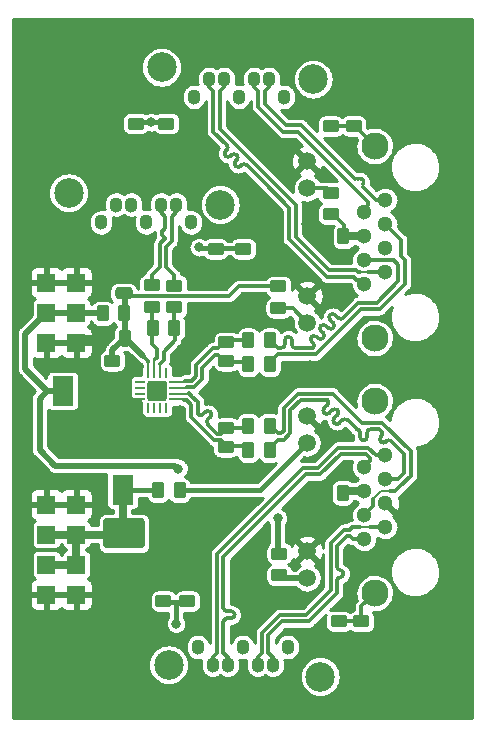
<source format=gbr>
%TF.GenerationSoftware,KiCad,Pcbnew,6.0.4-6f826c9f35~116~ubuntu20.04.1*%
%TF.CreationDate,2022-05-13T07:00:53+00:00*%
%TF.ProjectId,RFIQINT02B,52464951-494e-4543-9032-422e6b696361,REV*%
%TF.SameCoordinates,Original*%
%TF.FileFunction,Copper,L2,Bot*%
%TF.FilePolarity,Positive*%
%FSLAX46Y46*%
G04 Gerber Fmt 4.6, Leading zero omitted, Abs format (unit mm)*
G04 Created by KiCad (PCBNEW 6.0.4-6f826c9f35~116~ubuntu20.04.1) date 2022-05-13 07:00:53*
%MOMM*%
%LPD*%
G01*
G04 APERTURE LIST*
G04 Aperture macros list*
%AMRoundRect*
0 Rectangle with rounded corners*
0 $1 Rounding radius*
0 $2 $3 $4 $5 $6 $7 $8 $9 X,Y pos of 4 corners*
0 Add a 4 corners polygon primitive as box body*
4,1,4,$2,$3,$4,$5,$6,$7,$8,$9,$2,$3,0*
0 Add four circle primitives for the rounded corners*
1,1,$1+$1,$2,$3*
1,1,$1+$1,$4,$5*
1,1,$1+$1,$6,$7*
1,1,$1+$1,$8,$9*
0 Add four rect primitives between the rounded corners*
20,1,$1+$1,$2,$3,$4,$5,0*
20,1,$1+$1,$4,$5,$6,$7,0*
20,1,$1+$1,$6,$7,$8,$9,0*
20,1,$1+$1,$8,$9,$2,$3,0*%
G04 Aperture macros list end*
%TA.AperFunction,ComponentPad*%
%ADD10R,1.524000X1.524000*%
%TD*%
%TA.AperFunction,ComponentPad*%
%ADD11O,1.100000X1.300000*%
%TD*%
%TA.AperFunction,ComponentPad*%
%ADD12C,2.500000*%
%TD*%
%TA.AperFunction,ComponentPad*%
%ADD13C,1.300000*%
%TD*%
%TA.AperFunction,ComponentPad*%
%ADD14C,1.500000*%
%TD*%
%TA.AperFunction,ComponentPad*%
%ADD15C,2.300000*%
%TD*%
%TA.AperFunction,ComponentPad*%
%ADD16C,6.000000*%
%TD*%
%TA.AperFunction,SMDPad,CuDef*%
%ADD17RoundRect,0.250000X-0.262500X-0.450000X0.262500X-0.450000X0.262500X0.450000X-0.262500X0.450000X0*%
%TD*%
%TA.AperFunction,SMDPad,CuDef*%
%ADD18R,1.800000X2.500000*%
%TD*%
%TA.AperFunction,SMDPad,CuDef*%
%ADD19RoundRect,0.249999X-1.500001X1.025001X-1.500001X-1.025001X1.500001X-1.025001X1.500001X1.025001X0*%
%TD*%
%TA.AperFunction,SMDPad,CuDef*%
%ADD20RoundRect,0.250000X-0.450000X0.262500X-0.450000X-0.262500X0.450000X-0.262500X0.450000X0.262500X0*%
%TD*%
%TA.AperFunction,SMDPad,CuDef*%
%ADD21RoundRect,0.250000X0.475000X-0.250000X0.475000X0.250000X-0.475000X0.250000X-0.475000X-0.250000X0*%
%TD*%
%TA.AperFunction,SMDPad,CuDef*%
%ADD22RoundRect,0.250000X0.262500X0.450000X-0.262500X0.450000X-0.262500X-0.450000X0.262500X-0.450000X0*%
%TD*%
%TA.AperFunction,SMDPad,CuDef*%
%ADD23RoundRect,0.250000X0.450000X-0.262500X0.450000X0.262500X-0.450000X0.262500X-0.450000X-0.262500X0*%
%TD*%
%TA.AperFunction,SMDPad,CuDef*%
%ADD24RoundRect,0.250000X0.250000X0.475000X-0.250000X0.475000X-0.250000X-0.475000X0.250000X-0.475000X0*%
%TD*%
%TA.AperFunction,SMDPad,CuDef*%
%ADD25RoundRect,0.062500X-0.337500X-0.062500X0.337500X-0.062500X0.337500X0.062500X-0.337500X0.062500X0*%
%TD*%
%TA.AperFunction,SMDPad,CuDef*%
%ADD26RoundRect,0.062500X-0.062500X-0.337500X0.062500X-0.337500X0.062500X0.337500X-0.062500X0.337500X0*%
%TD*%
%TA.AperFunction,ComponentPad*%
%ADD27C,0.600000*%
%TD*%
%TA.AperFunction,SMDPad,CuDef*%
%ADD28RoundRect,0.250000X-0.600000X-0.600000X0.600000X-0.600000X0.600000X0.600000X-0.600000X0.600000X0*%
%TD*%
%TA.AperFunction,ViaPad*%
%ADD29C,0.800000*%
%TD*%
%TA.AperFunction,Conductor*%
%ADD30C,0.700000*%
%TD*%
%TA.AperFunction,Conductor*%
%ADD31C,0.300000*%
%TD*%
%TA.AperFunction,Conductor*%
%ADD32C,0.400000*%
%TD*%
%TA.AperFunction,Conductor*%
%ADD33C,0.500000*%
%TD*%
%TA.AperFunction,Conductor*%
%ADD34C,0.200000*%
%TD*%
%TA.AperFunction,Conductor*%
%ADD35C,0.250000*%
%TD*%
G04 APERTURE END LIST*
D10*
%TO.P,J6,1*%
%TO.N,GND*%
X3683000Y37739320D03*
%TO.P,J6,2*%
X6223000Y37739320D03*
%TO.P,J6,3*%
%TO.N,+3V8*%
X3683000Y35199320D03*
%TO.P,J6,4*%
X6223000Y35199320D03*
%TO.P,J6,5*%
%TO.N,GND*%
X3683000Y32659320D03*
%TO.P,J6,6*%
X6223000Y32659320D03*
%TD*%
D11*
%TO.P,J4,1,1*%
%TO.N,Net-(J4-Pad1)*%
X23825200Y53465600D03*
%TO.P,J4,2,2*%
%TO.N,/ADC3_P*%
X22555200Y54965600D03*
%TO.P,J4,3,3*%
%TO.N,/ADC3_N*%
X21285200Y54965600D03*
%TO.P,J4,4,4*%
%TO.N,Net-(J4-Pad1)*%
X20015200Y53465600D03*
%TO.P,J4,5,5*%
%TO.N,/ADC4_P*%
X18745200Y54965600D03*
%TO.P,J4,6,6*%
%TO.N,/ADC4_N*%
X17475200Y54965600D03*
%TO.P,J4,7,7*%
%TO.N,Net-(J4-Pad1)*%
X16205200Y53465600D03*
D12*
%TO.P,J4,8*%
%TO.N,N/C*%
X13455200Y55965600D03*
%TO.P,J4,9*%
X26285200Y54965600D03*
%TD*%
D13*
%TO.P,J5,1*%
%TO.N,/ADC3_P*%
X32385000Y44718320D03*
%TO.P,J5,2*%
%TO.N,/ADC3_N*%
X30605000Y43698320D03*
%TO.P,J5,3*%
%TO.N,/CLKOUT1_N*%
X32385000Y42688320D03*
%TO.P,J5,4*%
%TO.N,VCC*%
X30605000Y41668320D03*
%TO.P,J5,5*%
%TO.N,GND*%
X32385000Y40658320D03*
%TO.P,J5,6*%
%TO.N,/CLKOUT1_P*%
X30605000Y39638320D03*
%TO.P,J5,7*%
%TO.N,/ADC4_P*%
X32385000Y38628320D03*
%TO.P,J5,8*%
%TO.N,/ADC4_N*%
X30605000Y37608320D03*
D14*
%TO.P,J5,9,D2_K*%
%TO.N,GND*%
X25785000Y48028320D03*
%TO.P,J5,10,D2_A*%
%TO.N,Net-(J5-Pad10)*%
X25785000Y45738320D03*
%TO.P,J5,11,D1_K*%
%TO.N,GND*%
X25785000Y36598320D03*
%TO.P,J5,12,D1_A*%
%TO.N,Net-(J5-Pad12)*%
X25785000Y34308320D03*
D15*
%TO.P,J5,13,SHIELD*%
%TO.N,unconnected-(J5-Pad13)*%
X31495000Y33038320D03*
%TO.P,J5,14,SHIELD*%
%TO.N,Net-(C12-Pad1)*%
X31495000Y49298320D03*
%TD*%
D16*
%TO.P,M3,1*%
%TO.N,GND*%
X35560000Y55880000D03*
%TD*%
D13*
%TO.P,J2,1*%
%TO.N,/ADC1_P*%
X32385000Y23128320D03*
%TO.P,J2,2*%
%TO.N,/ADC1_N*%
X30605000Y22108320D03*
%TO.P,J2,3*%
%TO.N,/CLKOUT0_N*%
X32385000Y21098320D03*
%TO.P,J2,4*%
%TO.N,VCC*%
X30605000Y20078320D03*
%TO.P,J2,5*%
%TO.N,GND*%
X32385000Y19068320D03*
%TO.P,J2,6*%
%TO.N,/CLKOUT0_P*%
X30605000Y18048320D03*
%TO.P,J2,7*%
%TO.N,/ADC2_P*%
X32385000Y17038320D03*
%TO.P,J2,8*%
%TO.N,/ADC2_N*%
X30605000Y16018320D03*
D14*
%TO.P,J2,9,D2_K*%
%TO.N,GND*%
X25785000Y26438320D03*
%TO.P,J2,10,D2_A*%
%TO.N,Net-(J2-Pad10)*%
X25785000Y24148320D03*
%TO.P,J2,11,D1_K*%
%TO.N,GND*%
X25785000Y15008320D03*
%TO.P,J2,12,D1_A*%
%TO.N,Net-(J2-Pad12)*%
X25785000Y12718320D03*
D15*
%TO.P,J2,13,SHIELD*%
%TO.N,Net-(C7-Pad1)*%
X31495000Y11448320D03*
%TO.P,J2,14*%
%TO.N,N/C*%
X31495000Y27708320D03*
%TD*%
D11*
%TO.P,J3,1,1*%
%TO.N,Net-(J3-Pad1)*%
X15955000Y42843320D03*
%TO.P,J3,2,2*%
%TO.N,/CLKIN_N*%
X14685000Y44343320D03*
%TO.P,J3,3,3*%
%TO.N,/CLKIN_P*%
X13415000Y44343320D03*
%TO.P,J3,4,4*%
%TO.N,Net-(J3-Pad1)*%
X12145000Y42843320D03*
%TO.P,J3,5,5*%
%TO.N,unconnected-(J3-Pad5)*%
X10875000Y44343320D03*
%TO.P,J3,6,6*%
%TO.N,unconnected-(J3-Pad6)*%
X9605000Y44343320D03*
%TO.P,J3,7,7*%
%TO.N,Net-(J3-Pad1)*%
X8335000Y42843320D03*
D12*
%TO.P,J3,8*%
%TO.N,N/C*%
X5585000Y45343320D03*
%TO.P,J3,9*%
X18415000Y44343320D03*
%TD*%
D16*
%TO.P,M1,1*%
%TO.N,GND*%
X35560000Y5080000D03*
%TD*%
D11*
%TO.P,J1,1,1*%
%TO.N,Net-(J1-Pad1)*%
X16510000Y6878320D03*
%TO.P,J1,2,2*%
%TO.N,/ADC1_P*%
X17780000Y5378320D03*
%TO.P,J1,3,3*%
%TO.N,/ADC1_N*%
X19050000Y5378320D03*
%TO.P,J1,4,4*%
%TO.N,Net-(J1-Pad1)*%
X20320000Y6878320D03*
%TO.P,J1,5,5*%
%TO.N,/ADC2_P*%
X21590000Y5378320D03*
%TO.P,J1,6,6*%
%TO.N,/ADC2_N*%
X22860000Y5378320D03*
%TO.P,J1,7,7*%
%TO.N,Net-(J1-Pad1)*%
X24130000Y6878320D03*
D12*
%TO.P,J1,8*%
%TO.N,N/C*%
X26880000Y4378320D03*
%TO.P,J1,9*%
X14050000Y5378320D03*
%TD*%
D10*
%TO.P,J7,1*%
%TO.N,GND*%
X3683000Y18943320D03*
%TO.P,J7,2*%
X6223000Y18943320D03*
%TO.P,J7,3*%
%TO.N,VCC*%
X3683000Y16403320D03*
%TO.P,J7,4*%
X6223000Y16403320D03*
%TO.P,J7,5*%
X3683000Y13863320D03*
%TO.P,J7,6*%
X6223000Y13863320D03*
%TO.P,J7,7*%
%TO.N,GND*%
X3683000Y11323320D03*
%TO.P,J7,8*%
X6223000Y11323320D03*
%TD*%
D17*
%TO.P,C6,1*%
%TO.N,/Q0_N*%
X20804500Y30835600D03*
%TO.P,C6,2*%
%TO.N,/CLKOUT1_N*%
X22629500Y30835600D03*
%TD*%
D18*
%TO.P,D2,1,K*%
%TO.N,VCC*%
X10160000Y20213320D03*
%TO.P,D2,2,A*%
%TO.N,GND*%
X10160000Y24213320D03*
%TD*%
D19*
%TO.P,C14,1*%
%TO.N,VCC*%
X10287000Y16496080D03*
%TO.P,C14,2*%
%TO.N,GND*%
X10287000Y10946080D03*
%TD*%
D20*
%TO.P,C7,1*%
%TO.N,Net-(C7-Pad1)*%
X30378400Y9065900D03*
%TO.P,C7,2*%
%TO.N,GND*%
X30378400Y7240900D03*
%TD*%
D21*
%TO.P,C13,1*%
%TO.N,+3V3*%
X10236200Y36845200D03*
%TO.P,C13,2*%
%TO.N,GND*%
X10236200Y38745200D03*
%TD*%
D20*
%TO.P,R2,1*%
%TO.N,+3V8*%
X23418800Y14793600D03*
%TO.P,R2,2*%
%TO.N,Net-(J2-Pad12)*%
X23418800Y12968600D03*
%TD*%
D22*
%TO.P,R1,1*%
%TO.N,Net-(J2-Pad10)*%
X14984100Y20142200D03*
%TO.P,R1,2*%
%TO.N,VCC*%
X13159100Y20142200D03*
%TD*%
D17*
%TO.P,C1,1*%
%TO.N,GND*%
X26976700Y19939000D03*
%TO.P,C1,2*%
%TO.N,VCC*%
X28801700Y19939000D03*
%TD*%
D20*
%TO.P,R9,1*%
%TO.N,Net-(J5-Pad10)*%
X27762200Y45362500D03*
%TO.P,R9,2*%
%TO.N,VCC*%
X27762200Y43537500D03*
%TD*%
D17*
%TO.P,C11,1*%
%TO.N,GND*%
X27027500Y41656000D03*
%TO.P,C11,2*%
%TO.N,VCC*%
X28852500Y41656000D03*
%TD*%
D20*
%TO.P,R10,1*%
%TO.N,+3V3*%
X23342600Y37412300D03*
%TO.P,R10,2*%
%TO.N,Net-(J5-Pad12)*%
X23342600Y35587300D03*
%TD*%
D23*
%TO.P,C12,1*%
%TO.N,Net-(C12-Pad1)*%
X29705300Y51005100D03*
%TO.P,C12,2*%
%TO.N,GND*%
X29705300Y52830100D03*
%TD*%
D20*
%TO.P,C5,1*%
%TO.N,/CLKIN_P*%
X12623800Y37496120D03*
%TO.P,C5,2*%
%TO.N,/CLK_P*%
X12623800Y35671120D03*
%TD*%
D17*
%TO.P,R4,1*%
%TO.N,/CLK_P*%
X12701900Y33896300D03*
%TO.P,R4,2*%
%TO.N,/CLK_N*%
X14526900Y33896300D03*
%TD*%
D23*
%TO.P,R7,1*%
%TO.N,/Q1_P*%
X18923000Y25427300D03*
%TO.P,R7,2*%
%TO.N,GND*%
X18923000Y27252300D03*
%TD*%
D20*
%TO.P,R3,1*%
%TO.N,Net-(C7-Pad1)*%
X28473400Y9065900D03*
%TO.P,R3,2*%
%TO.N,GND*%
X28473400Y7240900D03*
%TD*%
D17*
%TO.P,C4,1*%
%TO.N,/Q0_P*%
X20791800Y32862520D03*
%TO.P,C4,2*%
%TO.N,/CLKOUT1_P*%
X22616800Y32862520D03*
%TD*%
D23*
%TO.P,R5,1*%
%TO.N,/Q0_P*%
X18948400Y32691700D03*
%TO.P,R5,2*%
%TO.N,GND*%
X18948400Y34516700D03*
%TD*%
D20*
%TO.P,C16,1*%
%TO.N,Net-(J4-Pad1)*%
X13868400Y51204500D03*
%TO.P,C16,2*%
%TO.N,GND*%
X13868400Y49379500D03*
%TD*%
D17*
%TO.P,L1,1,1*%
%TO.N,+3V8*%
X8460100Y35128200D03*
%TO.P,L1,2,2*%
%TO.N,+3V3*%
X10285100Y35128200D03*
%TD*%
D20*
%TO.P,R13,1*%
%TO.N,Net-(J4-Pad1)*%
X11277600Y51204500D03*
%TO.P,R13,2*%
%TO.N,GND*%
X11277600Y49379500D03*
%TD*%
D23*
%TO.P,C17,1*%
%TO.N,Net-(J1-Pad1)*%
X15646400Y10771500D03*
%TO.P,C17,2*%
%TO.N,GND*%
X15646400Y12596500D03*
%TD*%
D16*
%TO.P,M2,1*%
%TO.N,GND*%
X5080000Y4973320D03*
%TD*%
D20*
%TO.P,C10,1*%
%TO.N,/CLKIN_N*%
X14528800Y37475800D03*
%TO.P,C10,2*%
%TO.N,/CLK_N*%
X14528800Y35650800D03*
%TD*%
D24*
%TO.P,C2,1*%
%TO.N,+3V3*%
X10348000Y33070800D03*
%TO.P,C2,2*%
%TO.N,GND*%
X8448000Y33070800D03*
%TD*%
D25*
%TO.P,U1,1,GND*%
%TO.N,GND*%
X11631000Y27845320D03*
%TO.P,U1,2*%
%TO.N,N/C*%
X11631000Y28345320D03*
%TO.P,U1,3*%
X11631000Y28845320D03*
%TO.P,U1,4*%
X11631000Y29345320D03*
D26*
%TO.P,U1,5,VDD*%
%TO.N,+3V3*%
X12331000Y30045320D03*
%TO.P,U1,6,CLK0*%
%TO.N,/CLK_P*%
X12831000Y30045320D03*
%TO.P,U1,7,CLK0b*%
%TO.N,/CLK_N*%
X13331000Y30045320D03*
%TO.P,U1,8*%
%TO.N,N/C*%
X13831000Y30045320D03*
D25*
%TO.P,U1,9,Q0*%
%TO.N,/Q0_P*%
X14531000Y29345320D03*
%TO.P,U1,10,Q0b*%
%TO.N,/Q0_N*%
X14531000Y28845320D03*
%TO.P,U1,11,Q1*%
%TO.N,/Q1_P*%
X14531000Y28345320D03*
%TO.P,U1,12,Q1b*%
%TO.N,/Q1_N*%
X14531000Y27845320D03*
D26*
%TO.P,U1,13*%
%TO.N,N/C*%
X13831000Y27145320D03*
%TO.P,U1,14*%
X13331000Y27145320D03*
%TO.P,U1,15*%
X12831000Y27145320D03*
%TO.P,U1,16*%
X12331000Y27145320D03*
D27*
%TO.P,U1,17,GND*%
%TO.N,GND*%
X12531000Y29145320D03*
X13081000Y28045320D03*
X13631000Y28595320D03*
X13631000Y28045320D03*
X12531000Y28595320D03*
D28*
X13081000Y28595320D03*
D27*
X13631000Y29145320D03*
X12531000Y28045320D03*
X13081000Y28595320D03*
X13081000Y29145320D03*
%TD*%
D17*
%TO.P,C9,1*%
%TO.N,/Q1_N*%
X20779100Y23571200D03*
%TO.P,C9,2*%
%TO.N,/CLKOUT0_N*%
X22604100Y23571200D03*
%TD*%
%TO.P,C8,1*%
%TO.N,/Q1_P*%
X20779100Y25628600D03*
%TO.P,C8,2*%
%TO.N,/CLKOUT0_P*%
X22604100Y25628600D03*
%TD*%
D23*
%TO.P,R11,1*%
%TO.N,Net-(C12-Pad1)*%
X27774900Y50992400D03*
%TO.P,R11,2*%
%TO.N,GND*%
X27774900Y52817400D03*
%TD*%
D20*
%TO.P,R8,1*%
%TO.N,/Q1_N*%
X18897600Y23823300D03*
%TO.P,R8,2*%
%TO.N,GND*%
X18897600Y21998300D03*
%TD*%
%TO.P,C3,1*%
%TO.N,+3V3*%
X9296400Y31113100D03*
%TO.P,C3,2*%
%TO.N,GND*%
X9296400Y29288100D03*
%TD*%
%TO.P,C15,1*%
%TO.N,Net-(J3-Pad1)*%
X18034000Y40587300D03*
%TO.P,C15,2*%
%TO.N,GND*%
X18034000Y38762300D03*
%TD*%
D23*
%TO.P,R14,1*%
%TO.N,Net-(J1-Pad1)*%
X13614400Y10771500D03*
%TO.P,R14,2*%
%TO.N,GND*%
X13614400Y12596500D03*
%TD*%
D20*
%TO.P,R6,1*%
%TO.N,/Q0_N*%
X18948400Y31113100D03*
%TO.P,R6,2*%
%TO.N,GND*%
X18948400Y29288100D03*
%TD*%
%TO.P,R12,1*%
%TO.N,Net-(J3-Pad1)*%
X20370800Y40587300D03*
%TO.P,R12,2*%
%TO.N,GND*%
X20370800Y38762300D03*
%TD*%
D16*
%TO.P,M4,1*%
%TO.N,GND*%
X5080000Y55880000D03*
%TD*%
D18*
%TO.P,D1,1,K*%
%TO.N,+3V8*%
X5080000Y28563320D03*
%TO.P,D1,2,A*%
%TO.N,GND*%
X5080000Y24563320D03*
%TD*%
D29*
%TO.N,GND*%
X27000200Y7112000D03*
X25603200Y19100800D03*
X19710400Y11277600D03*
X26085800Y38404800D03*
X25679400Y42697400D03*
X19710400Y14020800D03*
X21920200Y48564800D03*
X17424400Y23672800D03*
X27940000Y39776400D03*
X35204400Y37896800D03*
X8229600Y13563600D03*
X19507200Y51460400D03*
X16332200Y24612600D03*
X8763000Y38684200D03*
X23317200Y47142400D03*
X17195800Y12319000D03*
X15214600Y41071800D03*
X10261600Y40081200D03*
X28397200Y5943600D03*
X20929600Y19024600D03*
X22936200Y27609800D03*
X16840200Y51358800D03*
X17801043Y29126769D03*
X20599400Y34594800D03*
X7264400Y23622000D03*
X17170400Y15036800D03*
X27660600Y25069800D03*
X7747000Y29260800D03*
X29362400Y14681200D03*
X35534600Y22428200D03*
X10160000Y8788400D03*
X9017000Y8788400D03*
X20828000Y9702800D03*
X17322800Y33020000D03*
X27838400Y37261800D03*
X29337000Y11887200D03*
X15621000Y31242000D03*
X17170400Y13614400D03*
X27787600Y31648400D03*
X25374600Y10718800D03*
X22402800Y44729400D03*
X20472400Y29235400D03*
X14909800Y39674800D03*
X20015200Y8534400D03*
X34747200Y19964400D03*
X16433800Y32181800D03*
X35204400Y40055800D03*
X35077400Y41783000D03*
X20497800Y27406600D03*
X26111200Y29413200D03*
X21615400Y21564600D03*
X30429200Y5791200D03*
X17145000Y21869400D03*
X23520400Y10464800D03*
X27762200Y29311600D03*
X26009600Y30734000D03*
X9245600Y27736800D03*
X25120600Y39319200D03*
X11176000Y8788400D03*
X17195800Y10718800D03*
X17195800Y34569400D03*
X19710400Y12750800D03*
X7315200Y9347200D03*
X20751800Y49961800D03*
X15392400Y25577800D03*
X20421600Y21336000D03*
X24257000Y30683200D03*
X12674600Y25247600D03*
X12700000Y23850600D03*
X24231600Y28879800D03*
X17195800Y9296400D03*
X21132800Y45821600D03*
X10642600Y27711400D03*
%TO.N,+3V8*%
X14884400Y21996400D03*
X23291800Y17805400D03*
%TO.N,Net-(J3-Pad1)*%
X16611600Y40741600D03*
%TO.N,Net-(J4-Pad1)*%
X12547600Y51308000D03*
%TO.N,Net-(J1-Pad1)*%
X14681200Y8839200D03*
%TD*%
D30*
%TO.N,VCC*%
X28904820Y41668320D02*
X28892500Y41656000D01*
X30605000Y41668320D02*
X28904820Y41668320D01*
X28981020Y20078320D02*
X28841700Y19939000D01*
X30605000Y20078320D02*
X28981020Y20078320D01*
X10160000Y20213320D02*
X10160000Y16372840D01*
D31*
X28028900Y43497500D02*
X27762200Y43497500D01*
D30*
X3683000Y16403320D02*
X6223000Y16403320D01*
X10160000Y16372840D02*
X10287000Y16245840D01*
X6223000Y16403320D02*
X10129520Y16403320D01*
X10129520Y16403320D02*
X10287000Y16245840D01*
D31*
X28892500Y42633900D02*
X28028900Y43497500D01*
X28892500Y41656000D02*
X28892500Y42633900D01*
D30*
X6223000Y16403320D02*
X6223000Y13863320D01*
X6223000Y13863320D02*
X3683000Y13863320D01*
D32*
X10160000Y20213320D02*
X13047980Y20213320D01*
X13047980Y20213320D02*
X13119100Y20142200D01*
D30*
%TO.N,GND*%
X25946100Y42697400D02*
X25679400Y42697400D01*
D33*
X6634480Y33070800D02*
X6223000Y32659320D01*
D30*
X18948400Y29248100D02*
X17922374Y29248100D01*
X20383500Y27292300D02*
X20497800Y27406600D01*
D34*
X10776520Y27845320D02*
X10642600Y27711400D01*
D30*
X26936700Y19939000D02*
X26441400Y19939000D01*
X26441400Y19939000D02*
X25603200Y19100800D01*
D34*
X11631000Y27845320D02*
X10776520Y27845320D01*
D33*
X8445500Y33070800D02*
X6634480Y33070800D01*
D30*
X17922374Y29248100D02*
X17801043Y29126769D01*
X26987500Y41656000D02*
X25946100Y42697400D01*
X18923000Y27292300D02*
X20383500Y27292300D01*
D31*
%TO.N,+3V3*%
X12319414Y31128400D02*
X12319414Y31036986D01*
D33*
X10325100Y36753800D02*
X10236200Y36842700D01*
D31*
X19163458Y36613780D02*
X20001978Y37452300D01*
X11919507Y31528307D02*
X12319414Y31128400D01*
D33*
X9296400Y31153100D02*
X9296400Y32016700D01*
D31*
X10465120Y36613780D02*
X19163458Y36613780D01*
D34*
X12331000Y30045320D02*
X12331000Y31116814D01*
D33*
X10325100Y35128200D02*
X10325100Y36753800D01*
X11322607Y32125207D02*
X10377014Y33070800D01*
X10350500Y33070800D02*
X10377014Y33070800D01*
X10377014Y33070800D02*
X11919507Y31528307D01*
D31*
X11322607Y32125207D02*
X11919507Y31528307D01*
D33*
X10350500Y33070800D02*
X10350500Y34950400D01*
D31*
X10236200Y36842700D02*
X10465120Y36613780D01*
D33*
X9296400Y32016700D02*
X10350500Y33070800D01*
X10350500Y34950400D02*
X10172700Y35128200D01*
D31*
X20001978Y37452300D02*
X23342600Y37452300D01*
%TO.N,/CLKOUT0_P*%
X32117910Y25878200D02*
X34539600Y23456510D01*
D34*
X32809391Y20098809D02*
X32816800Y20091400D01*
D31*
X25006690Y28342000D02*
X27723710Y28342000D01*
X27723710Y28342000D02*
X27728110Y28346400D01*
X23804200Y27139510D02*
X25006690Y28342000D01*
X34539600Y23456510D02*
X34539600Y21376847D01*
X23804200Y25209110D02*
X23804200Y27139510D01*
X23571590Y24976500D02*
X23804200Y25209110D01*
X30605000Y18048320D02*
X31385489Y18828809D01*
X34539600Y21376847D02*
X33660553Y20497800D01*
X27728110Y28346400D02*
X27940000Y28346400D01*
D34*
X31369000Y19431000D02*
X32036809Y20098809D01*
X32036809Y20098809D02*
X32809391Y20098809D01*
D31*
X33660553Y20497800D02*
X33629600Y20497800D01*
X33629600Y20497800D02*
X33223200Y20091400D01*
X30399400Y25887000D02*
X30399400Y25878200D01*
X31385489Y18828809D02*
X31385489Y19414511D01*
X30399400Y25878200D02*
X32117910Y25878200D01*
X33223200Y20091400D02*
X32816800Y20091400D01*
X27940000Y28346400D02*
X30399400Y25887000D01*
X22618700Y25628600D02*
X23270800Y24976500D01*
X23270800Y24976500D02*
X23571590Y24976500D01*
%TO.N,/CLKOUT0_N*%
X32066865Y24727159D02*
X32066865Y24727160D01*
X33989600Y21604667D02*
X33483253Y21098320D01*
X27495890Y27367735D02*
X27244464Y27116309D01*
X24354200Y24981290D02*
X24354200Y26911690D01*
X24354200Y26911690D02*
X25234510Y27792000D01*
X25234510Y27792000D02*
X27495890Y27792000D01*
X29192946Y26094940D02*
X29192947Y26094940D01*
X30259690Y25028200D02*
X30259690Y24672630D01*
X32915392Y24302895D02*
X32915393Y24302896D01*
X27495890Y27367734D02*
X27495890Y27367735D01*
X31890090Y25328200D02*
X32066865Y25151425D01*
X27244464Y26692045D02*
X27244464Y26692044D01*
X28344418Y26943469D02*
X28344419Y26943471D01*
X28517257Y25843515D02*
X28768682Y26094940D01*
X28092993Y25843516D02*
X28092993Y25843515D01*
X32915393Y24302896D02*
X33021459Y24196831D01*
X31159690Y25328200D02*
X31209690Y25328200D01*
X27668728Y26692044D02*
X27920153Y26943469D01*
X33021459Y24196831D02*
X33989600Y23228690D01*
X33483253Y21098320D02*
X32385000Y21098320D01*
X28344419Y26519206D02*
X28092993Y26267780D01*
X22593300Y23749000D02*
X23270800Y24426500D01*
X29192947Y26094942D02*
X29299013Y25988877D01*
X33989600Y23228690D02*
X33989600Y21604667D01*
X29299013Y25988877D02*
X29959690Y25328200D01*
X28344419Y26519205D02*
X28344419Y26519206D01*
X23270800Y24426500D02*
X23799410Y24426500D01*
X31209690Y25328200D02*
X31890090Y25328200D01*
X32066865Y24727160D02*
X32027571Y24687866D01*
X23799410Y24426500D02*
X24354200Y24981290D01*
X28344417Y26943469D02*
X28344418Y26943469D01*
X29192947Y26094940D02*
X29192947Y26094942D01*
X32451835Y24263602D02*
X32491128Y24302895D01*
X30859690Y24672630D02*
X30859690Y25028200D01*
X27244487Y26692068D02*
G75*
G02*
X27244464Y27116309I212113J212132D01*
G01*
X30859670Y24672630D02*
G75*
G02*
X30559690Y24372630I-299970J-30D01*
G01*
X32066857Y24727167D02*
G75*
G03*
X32066865Y25151425I-212157J212133D01*
G01*
X28517256Y25843516D02*
G75*
G02*
X28092994Y25843516I-212131J212131D01*
G01*
X29192945Y26094939D02*
G75*
G03*
X28768683Y26094939I-212131J-212131D01*
G01*
X30559690Y24372590D02*
G75*
G02*
X30259690Y24672630I10J300010D01*
G01*
X32451834Y24263603D02*
G75*
G02*
X32027572Y24263603I-212131J212131D01*
G01*
X32915391Y24302894D02*
G75*
G03*
X32491129Y24302894I-212131J-212131D01*
G01*
X32027538Y24263569D02*
G75*
G02*
X32027572Y24687865I212162J212131D01*
G01*
X28092945Y25843468D02*
G75*
G02*
X28092993Y26267780I212155J212132D01*
G01*
X31159690Y25328210D02*
G75*
G03*
X30859690Y25028200I10J-300010D01*
G01*
X30259700Y25028200D02*
G75*
G03*
X29959690Y25328200I-300000J0D01*
G01*
X27495857Y27367767D02*
G75*
G03*
X27495890Y27792000I-212057J212133D01*
G01*
X28344416Y26943468D02*
G75*
G03*
X27920154Y26943468I-212131J-212131D01*
G01*
X27668727Y26692045D02*
G75*
G02*
X27244465Y26692045I-212131J212131D01*
G01*
X28344457Y26519167D02*
G75*
G03*
X28344419Y26943471I-212157J212133D01*
G01*
%TO.N,/CLKOUT1_P*%
X24496010Y32863540D02*
X24496010Y32506610D01*
X24846010Y32206610D02*
X26280500Y32206610D01*
X24796010Y32206610D02*
X24846010Y32206610D01*
X23896010Y32506610D02*
X23896010Y32863540D01*
X31686890Y36038200D02*
X33481600Y37832910D01*
X33107280Y39638320D02*
X30605000Y39638320D01*
X27977556Y34327930D02*
X27725169Y34580318D01*
X28149433Y35004582D02*
X28401819Y34752193D01*
X27977555Y34327931D02*
X27977556Y34327930D01*
X26593799Y33166104D02*
X26593798Y33166105D01*
X26593798Y33166105D02*
X26704763Y33055137D01*
X33481600Y37832910D02*
X33481600Y39268400D01*
X26280499Y32630875D02*
X26280500Y32630874D01*
X28149434Y35004581D02*
X28149433Y35004582D01*
X26947352Y34085343D02*
X26947351Y34085343D01*
X27371615Y34085343D02*
X27553292Y33903667D01*
X33477200Y39268400D02*
X33107280Y39638320D01*
X27129027Y33055137D02*
X27129028Y33055138D01*
X30112090Y36038200D02*
X31686890Y36038200D01*
X23312710Y32206610D02*
X23596010Y32206610D01*
X27977556Y33903667D02*
X27977556Y33903666D01*
X28826083Y34752193D02*
X28826084Y34752194D01*
X27371616Y34085342D02*
X27371615Y34085343D01*
X26280500Y32630874D02*
X26169534Y32741841D01*
X27129028Y33479402D02*
X26947352Y33661079D01*
X27129027Y33479403D02*
X27129028Y33479402D01*
X28826084Y34752194D02*
X30112090Y36038200D01*
X22656800Y32862520D02*
X23312710Y32206610D01*
X26169507Y33166132D02*
G75*
G03*
X26169534Y32741841I212193J-212132D01*
G01*
X27725220Y35004531D02*
G75*
G03*
X27725170Y34580319I212080J-212131D01*
G01*
X26947363Y34085332D02*
G75*
G03*
X26947352Y33661079I212137J-212132D01*
G01*
X26280457Y32630833D02*
G75*
G02*
X26280500Y32206610I-212057J-212133D01*
G01*
X27129026Y33055138D02*
G75*
G02*
X26704764Y33055138I-212131J212131D01*
G01*
X23895990Y32506610D02*
G75*
G02*
X23596010Y32206610I-299990J-10D01*
G01*
X27371632Y34085358D02*
G75*
G03*
X26947352Y34085342I-212132J-212158D01*
G01*
X27977555Y33903668D02*
G75*
G02*
X27553293Y33903668I-212131J212131D01*
G01*
X26593832Y33166137D02*
G75*
G03*
X26169535Y33166104I-212132J-212137D01*
G01*
X24496040Y32863540D02*
G75*
G03*
X24196010Y33163540I-300040J-40D01*
G01*
X24196010Y33163490D02*
G75*
G03*
X23896010Y32863540I-10J-299990D01*
G01*
X24796010Y32206610D02*
G75*
G02*
X24496010Y32506610I-10J299990D01*
G01*
X27129057Y33479433D02*
G75*
G02*
X27129028Y33055138I-212157J-212133D01*
G01*
X27977557Y34327933D02*
G75*
G02*
X27977556Y33903666I-212157J-212133D01*
G01*
X28149433Y35004580D02*
G75*
G03*
X27725169Y35004582I-212133J-212180D01*
G01*
X28826082Y34752194D02*
G75*
G02*
X28401820Y34752194I-212131J212131D01*
G01*
%TO.N,/CLKOUT1_N*%
X23312710Y31656610D02*
X26508320Y31656610D01*
X30339910Y35488200D02*
X31914710Y35488200D01*
X33705800Y39954200D02*
X33705800Y41367520D01*
X22669500Y31013400D02*
X23312710Y31656610D01*
X26508320Y31656610D02*
X30339910Y35488200D01*
X33705800Y41367520D02*
X32385000Y42688320D01*
X34031600Y39628400D02*
X33705800Y39954200D01*
X34031600Y37605090D02*
X34031600Y39628400D01*
X31914710Y35488200D02*
X34031600Y37605090D01*
%TO.N,/ADC1_P*%
X28384890Y23770000D02*
X26657690Y22042800D01*
X32385000Y23128320D02*
X31608680Y23128320D01*
X17780000Y6028320D02*
X17780000Y5378320D01*
X26657690Y22042800D02*
X25438490Y22042800D01*
X25438490Y22042800D02*
X18140000Y14744310D01*
X18140000Y14744310D02*
X18140000Y6388320D01*
X18140000Y6388320D02*
X17780000Y6028320D01*
X30967000Y23770000D02*
X28384890Y23770000D01*
X31608680Y23128320D02*
X30967000Y23770000D01*
%TO.N,/ADC1_N*%
X19050000Y6028320D02*
X18690000Y6388320D01*
X19343515Y9912600D02*
X18990000Y9912600D01*
X30729600Y23220000D02*
X31064200Y22885400D01*
X19050000Y5378320D02*
X19050000Y6028320D01*
X18690000Y11462600D02*
X18690000Y14516490D01*
X28612710Y23220000D02*
X30729600Y23220000D01*
X30605000Y22172200D02*
X30605000Y22108320D01*
X25666310Y21492800D02*
X26885510Y21492800D01*
X26885510Y21492800D02*
X28612710Y23220000D01*
X18990000Y9312600D02*
X19343515Y9312600D01*
X31064200Y22631400D02*
X30605000Y22172200D01*
X31064200Y22885400D02*
X31064200Y22631400D01*
X18690000Y6388320D02*
X18690000Y9012600D01*
X18690000Y10212600D02*
X18690000Y11462600D01*
X18690000Y14516490D02*
X25666310Y21492800D01*
X19343515Y9912615D02*
G75*
G02*
X19643515Y9612600I-15J-300015D01*
G01*
X18690000Y10212600D02*
G75*
G03*
X18990000Y9912600I300000J0D01*
G01*
X18990000Y9312600D02*
G75*
G03*
X18690000Y9012600I0J-300000D01*
G01*
X19643500Y9612600D02*
G75*
G02*
X19343515Y9312600I-300000J0D01*
G01*
%TO.N,/ADC2_P*%
X27766600Y11696310D02*
X25667090Y9596800D01*
X32385000Y17038320D02*
X31069234Y17038320D01*
X21950000Y8089510D02*
X21950000Y6388320D01*
X21950000Y6388320D02*
X21590000Y6028320D01*
X27766600Y15684110D02*
X27766600Y11696310D01*
D34*
X31069234Y17038320D02*
X30256480Y17038320D01*
D31*
X25667090Y9596800D02*
X23457290Y9596800D01*
X29366291Y16805860D02*
X28888350Y16805860D01*
X21590000Y6028320D02*
X21590000Y5378320D01*
X29603831Y17043400D02*
X29366291Y16805860D01*
X28888350Y16805860D02*
X27766600Y15684110D01*
X23457290Y9596800D02*
X21950000Y8089510D01*
X30256480Y17038320D02*
X29951680Y17038320D01*
X29946600Y17043400D02*
X29603831Y17043400D01*
%TO.N,/ADC2_N*%
X28316600Y13657752D02*
X28316600Y13717800D01*
X29116170Y16255860D02*
X29427823Y16255860D01*
X29665363Y16018320D02*
X30605000Y16018320D01*
X25894910Y9046800D02*
X28316600Y11468490D01*
X29427823Y16255860D02*
X29665363Y16018320D01*
X22860000Y5378320D02*
X22860000Y6028320D01*
X28316600Y11468490D02*
X28316600Y12517800D01*
X22860000Y6028320D02*
X22500000Y6388320D01*
X22500000Y6388320D02*
X22500000Y7861690D01*
X23685110Y9046800D02*
X25894910Y9046800D01*
X28316600Y15456290D02*
X29116170Y16255860D01*
X28316600Y13717800D02*
X28316600Y15456290D01*
X22500000Y7861690D02*
X23685110Y9046800D01*
X28856552Y13057752D02*
X28856552Y13117800D01*
X28586576Y13387752D02*
G75*
G02*
X28856552Y13117800I24J-269952D01*
G01*
X28856624Y13057752D02*
G75*
G02*
X28586576Y12787776I-270024J48D01*
G01*
X28586576Y12787800D02*
G75*
G03*
X28316600Y12517800I24J-270000D01*
G01*
X28316576Y13657752D02*
G75*
G03*
X28586576Y13387776I270024J48D01*
G01*
%TO.N,/ADC3_P*%
X25277400Y51049600D02*
X23989910Y51049600D01*
X27619336Y48707664D02*
X25277400Y51049600D01*
X22555200Y54315600D02*
X22555200Y54965600D01*
X29793470Y46533526D02*
X29656871Y46670128D01*
X30081135Y46533527D02*
X30081134Y46533526D01*
X29656871Y46670128D02*
X27619336Y48707664D01*
X23989910Y51049600D02*
X22195200Y52844310D01*
X31608680Y44718320D02*
X30505400Y45821600D01*
X30505400Y46396927D02*
X30368799Y46533527D01*
X32385000Y44718320D02*
X31608680Y44718320D01*
X22195200Y52844310D02*
X22195200Y53955600D01*
X30505400Y46109262D02*
X30505400Y46109263D01*
X22195200Y53955600D02*
X22555200Y54315600D01*
X30505432Y46109230D02*
G75*
G03*
X30505401Y45821601I143768J-143830D01*
G01*
X30081136Y46533526D02*
G75*
G02*
X30368798Y46533526I143831J-143832D01*
G01*
X29793471Y46533527D02*
G75*
G03*
X30081133Y46533527I143831J143832D01*
G01*
X30505405Y46396932D02*
G75*
G02*
X30505400Y46109263I-143805J-143832D01*
G01*
%TO.N,/ADC3_N*%
X30962600Y44297600D02*
X30962600Y44577000D01*
X25040000Y50499600D02*
X23762090Y50499600D01*
X21285200Y54315600D02*
X21285200Y54965600D01*
X30962600Y44577000D02*
X25040000Y50499600D01*
X30605000Y43698320D02*
X30605000Y43940000D01*
X30605000Y43940000D02*
X30962600Y44297600D01*
X21645200Y52616490D02*
X21645200Y53955600D01*
X21645200Y53955600D02*
X21285200Y54315600D01*
X23762090Y50499600D02*
X21645200Y52616490D01*
%TO.N,/ADC4_P*%
X30073600Y38633400D02*
X30226000Y38633400D01*
X29924591Y38782409D02*
X30073600Y38633400D01*
X18745200Y54315600D02*
X18385200Y53955600D01*
X18385200Y53955600D02*
X18385200Y50736110D01*
X24811400Y44309910D02*
X24811400Y41617510D01*
X30916880Y38628320D02*
X30911800Y38633400D01*
X27646501Y38782409D02*
X29924591Y38782409D01*
X18385200Y50736110D02*
X24811400Y44309910D01*
X32385000Y38628320D02*
X30916880Y38628320D01*
D34*
X30911800Y38633400D02*
X30226000Y38633400D01*
D31*
X24811400Y41617510D02*
X27646501Y38782409D01*
X18745200Y54965600D02*
X18745200Y54315600D01*
%TO.N,/ADC4_N*%
X29921200Y37998400D02*
X29718000Y38201600D01*
X27418681Y38232409D02*
X29689263Y38232409D01*
X17475200Y54965600D02*
X17475200Y54315600D01*
X22173568Y46169922D02*
X24261400Y44082090D01*
X24261400Y44082090D02*
X24261400Y41389690D01*
X20654201Y47689286D02*
X20654202Y47689287D01*
X19805674Y48113551D02*
X19721105Y48028982D01*
X19805672Y48537815D02*
X19805673Y48537816D01*
X19805673Y48537816D02*
X19805674Y48537816D01*
X30489080Y37608320D02*
X30099000Y37998400D01*
X18957145Y48962079D02*
X18957145Y48962080D01*
X17835200Y50508290D02*
X18957145Y49386345D01*
X20654202Y47689287D02*
X22173568Y46169922D01*
X20145369Y47604718D02*
X20229937Y47689286D01*
X24261400Y41389690D02*
X27418681Y38232409D01*
X30099000Y37998400D02*
X29921200Y37998400D01*
X17475200Y54315600D02*
X17835200Y53955600D01*
X19296840Y48453247D02*
X19381408Y48537815D01*
X17835200Y53955600D02*
X17835200Y50508290D01*
X30605000Y37608320D02*
X30489080Y37608320D01*
X19805674Y48113550D02*
X19805674Y48113551D01*
X18957145Y48962080D02*
X18872576Y48877511D01*
X18872597Y48453268D02*
G75*
G02*
X18872576Y48877511I212103J212132D01*
G01*
X19805671Y48537814D02*
G75*
G03*
X19381409Y48537814I-212131J-212131D01*
G01*
X18957157Y48962067D02*
G75*
G03*
X18957145Y49386345I-212157J212133D01*
G01*
X20145368Y47604719D02*
G75*
G02*
X19721106Y47604719I-212131J212131D01*
G01*
X19296839Y48453248D02*
G75*
G02*
X18872577Y48453248I-212131J212131D01*
G01*
X19805657Y48113567D02*
G75*
G03*
X19805674Y48537816I-212157J212133D01*
G01*
X19721055Y47604668D02*
G75*
G02*
X19721105Y48028982I212145J212132D01*
G01*
X20654200Y47689285D02*
G75*
G03*
X20229938Y47689285I-212131J-212131D01*
G01*
%TO.N,/CLKIN_P*%
X13415000Y43693320D02*
X13415000Y44343320D01*
X13775000Y42694310D02*
X13775000Y43333320D01*
X13288600Y39069600D02*
X13288600Y41007910D01*
X13638528Y41630782D02*
X13638527Y41630782D01*
X13775000Y43333320D02*
X13415000Y43693320D01*
X13502055Y41767254D02*
X13502055Y42094310D01*
X13638527Y42230782D02*
X13638528Y42230782D01*
X13288600Y41007910D02*
X13775000Y41494310D01*
X12623800Y37536120D02*
X12623800Y38404800D01*
X12623800Y38404800D02*
X13288600Y39069600D01*
X13775000Y42367254D02*
X13775000Y42694310D01*
X13638527Y42230745D02*
G75*
G03*
X13502055Y42094310I-27J-136445D01*
G01*
X13501982Y41767254D02*
G75*
G03*
X13638527Y41630782I136518J46D01*
G01*
X13775018Y42367254D02*
G75*
G02*
X13638528Y42230782I-136518J46D01*
G01*
X13638528Y41630800D02*
G75*
G02*
X13775000Y41494310I-28J-136500D01*
G01*
%TO.N,/CLK_P*%
X13068844Y31390154D02*
X12931763Y31253073D01*
X12661900Y32534562D02*
X13068844Y32127618D01*
X12661900Y33896300D02*
X12623800Y33934400D01*
X13068844Y32127618D02*
X13068844Y31390154D01*
X12661900Y33896300D02*
X12661900Y32534562D01*
D34*
X12831000Y30045320D02*
X12818924Y30057396D01*
X12818924Y31140234D02*
X12931763Y31253073D01*
D31*
X12623800Y33934400D02*
X12623800Y35631120D01*
D34*
X12818924Y30057396D02*
X12818924Y31140234D01*
D31*
%TO.N,/CLKIN_N*%
X13838600Y39035400D02*
X13838600Y40780090D01*
X14528800Y37515800D02*
X14528800Y38345200D01*
X14325000Y41266490D02*
X14325000Y43333320D01*
X14528800Y38345200D02*
X13838600Y39035400D01*
X14325000Y43333320D02*
X14685000Y43693320D01*
X14685000Y43693320D02*
X14685000Y44343320D01*
X13838600Y40780090D02*
X14325000Y41266490D01*
%TO.N,/CLK_N*%
X14528800Y33934400D02*
X14566900Y33896300D01*
D34*
X13331000Y30045320D02*
X13331000Y30780800D01*
D31*
X14566900Y32848549D02*
X13618355Y31900004D01*
X14566900Y33896300D02*
X14566900Y32848549D01*
X14528800Y35610800D02*
X14528800Y33934400D01*
X13618355Y31900004D02*
X13618355Y31161845D01*
D34*
X13331000Y30780800D02*
X13335000Y30784800D01*
D31*
X13618355Y31161845D02*
X13320673Y30864163D01*
%TO.N,/Q0_P*%
X18948400Y32651700D02*
X19159220Y32862520D01*
D34*
X15349920Y29345320D02*
X15417800Y29413200D01*
D31*
X18737580Y32862520D02*
X18948400Y32651700D01*
X16362000Y30771710D02*
X16362000Y29806510D01*
X16362000Y29806510D02*
X15989690Y29434200D01*
D34*
X14531000Y29345320D02*
X15349920Y29345320D01*
D31*
X19159220Y32862520D02*
X20751800Y32862520D01*
X18694400Y32651700D02*
X18220100Y32177400D01*
X18948400Y32651700D02*
X18694400Y32651700D01*
X15438800Y29434200D02*
X15417800Y29413200D01*
X18220100Y32177400D02*
X17767690Y32177400D01*
X15989690Y29434200D02*
X15438800Y29434200D01*
X17767690Y32177400D02*
X16362000Y30771710D01*
D34*
%TO.N,/Q0_N*%
X14531000Y28845320D02*
X15531320Y28845320D01*
D31*
X18694400Y31153100D02*
X18220100Y31627400D01*
X16912000Y29578690D02*
X16217510Y28884200D01*
D34*
X15531320Y28845320D02*
X15570200Y28884200D01*
D31*
X16217510Y28884200D02*
X15570200Y28884200D01*
X18948400Y31153100D02*
X18694400Y31153100D01*
X19088100Y31013400D02*
X20764500Y31013400D01*
X16912000Y30543890D02*
X16912000Y29578690D01*
X17995510Y31627400D02*
X16912000Y30543890D01*
X18220100Y31627400D02*
X17995510Y31627400D01*
%TO.N,/Q1_P*%
X18160610Y24951100D02*
X18486800Y24951100D01*
X16955266Y26580709D02*
X17164878Y26790321D01*
X15982288Y28170822D02*
X16531000Y27622110D01*
X20472400Y25387300D02*
X20713700Y25628600D01*
X17485595Y25626115D02*
X18160610Y24951100D01*
X17379530Y25732181D02*
X17485595Y25626115D01*
D34*
X14531000Y28345320D02*
X15315120Y28345320D01*
D31*
X15798800Y28346400D02*
X15798800Y28371800D01*
X17379531Y25732182D02*
X17379530Y25732181D01*
D34*
X15315120Y28345320D02*
X15316200Y28346400D01*
D31*
X15798800Y28371800D02*
X15982288Y28188312D01*
X18486800Y24951100D02*
X18923000Y25387300D01*
X17589142Y26366057D02*
X17379531Y26156446D01*
X15798800Y28346400D02*
X15849600Y28295600D01*
D34*
X15316200Y28346400D02*
X15798800Y28346400D01*
D31*
X18923000Y25387300D02*
X20472400Y25387300D01*
X15982288Y28188312D02*
X15982288Y28170822D01*
X16955266Y26580710D02*
X16955266Y26580709D01*
X16531000Y27622110D02*
X16531000Y26580710D01*
X17379517Y25732168D02*
G75*
G02*
X17379531Y26156446I212183J212132D01*
G01*
X17589131Y26366068D02*
G75*
G03*
X17589142Y26790321I-212131J212132D01*
G01*
X17589141Y26790320D02*
G75*
G03*
X17164879Y26790320I-212131J-212131D01*
G01*
X16955265Y26580711D02*
G75*
G02*
X16531001Y26580711I-212132J212130D01*
G01*
%TO.N,/Q1_N*%
X15372688Y27781912D02*
X15316200Y27838400D01*
X18948400Y23939500D02*
X20497800Y23939500D01*
X20497800Y23939500D02*
X20688300Y23749000D01*
D34*
X14531000Y27845320D02*
X15309280Y27845320D01*
D31*
X17932790Y24401100D02*
X15981000Y26352890D01*
X18486800Y24401100D02*
X17932790Y24401100D01*
X15981000Y27394290D02*
X15593378Y27781912D01*
X18948400Y23939500D02*
X18486800Y24401100D01*
X15981000Y26352890D02*
X15981000Y27394290D01*
X15593378Y27781912D02*
X15372688Y27781912D01*
D34*
X15309280Y27845320D02*
X15316200Y27838400D01*
D31*
%TO.N,Net-(C7-Pad1)*%
X30378400Y9105900D02*
X30378400Y10331720D01*
X28473400Y9105900D02*
X30378400Y9105900D01*
X30378400Y10331720D02*
X31495000Y11448320D01*
%TO.N,Net-(C12-Pad1)*%
X29705300Y50965100D02*
X29828220Y50965100D01*
X29828220Y50965100D02*
X31495000Y49298320D01*
X29705300Y50965100D02*
X27787600Y50965100D01*
D32*
%TO.N,Net-(J2-Pad10)*%
X21778880Y20142200D02*
X25785000Y24148320D01*
X15024100Y20142200D02*
X21778880Y20142200D01*
D33*
%TO.N,Net-(J2-Pad12)*%
X23629080Y12718320D02*
X23418800Y12928600D01*
X25785000Y12718320D02*
X23629080Y12718320D01*
D31*
%TO.N,Net-(J5-Pad10)*%
X25785000Y45738320D02*
X27426380Y45738320D01*
X27426380Y45738320D02*
X27762200Y45402500D01*
%TO.N,Net-(J5-Pad12)*%
X25785000Y34308320D02*
X24546020Y35547300D01*
X24546020Y35547300D02*
X23342600Y35547300D01*
D33*
%TO.N,+3V8*%
X8196580Y35199320D02*
X8267700Y35128200D01*
X3770880Y28563320D02*
X3124200Y27916640D01*
X5080000Y28563320D02*
X3770880Y28563320D01*
X23291800Y14960600D02*
X23418800Y14833600D01*
X3124200Y23571200D02*
X4445000Y22250400D01*
X1905000Y33421320D02*
X3683000Y35199320D01*
X3124200Y27916640D02*
X3124200Y23571200D01*
X23291800Y17805400D02*
X23291800Y15875000D01*
X14630400Y22250400D02*
X14884400Y21996400D01*
X3683000Y35199320D02*
X6223000Y35199320D01*
X1905000Y30429200D02*
X1905000Y33421320D01*
X6223000Y35199320D02*
X8196580Y35199320D01*
X4445000Y22250400D02*
X14630400Y22250400D01*
X23291800Y15875000D02*
X23291800Y14960600D01*
X3770880Y28563320D02*
X1905000Y30429200D01*
D32*
%TO.N,Net-(J3-Pad1)*%
X16725900Y40627300D02*
X16611600Y40741600D01*
X20370800Y40627300D02*
X18034000Y40627300D01*
X18034000Y40627300D02*
X16725900Y40627300D01*
%TO.N,Net-(J4-Pad1)*%
X12547600Y51308000D02*
X11341100Y51308000D01*
X11341100Y51308000D02*
X11277600Y51244500D01*
X12547600Y51308000D02*
X13550900Y51308000D01*
X13550900Y51308000D02*
X13614400Y51244500D01*
%TO.N,Net-(J1-Pad1)*%
X13614400Y10731500D02*
X14668500Y10731500D01*
X14668500Y10731500D02*
X14668500Y8851900D01*
X14668500Y8851900D02*
X14681200Y8839200D01*
X14668500Y10731500D02*
X15646400Y10731500D01*
%TD*%
%TO.N,GND*%
D35*
X39762000Y878000D02*
X878000Y878000D01*
X878000Y5368591D01*
X12320933Y5368591D01*
X12340699Y5117443D01*
X12343743Y5098225D01*
X12402553Y4853262D01*
X12408566Y4834756D01*
X12504973Y4602008D01*
X12513807Y4584671D01*
X12645437Y4369871D01*
X12656874Y4354129D01*
X12820486Y4162564D01*
X12834244Y4148806D01*
X13025809Y3985194D01*
X13041551Y3973757D01*
X13256351Y3842127D01*
X13273688Y3833293D01*
X13506436Y3736886D01*
X13524942Y3730873D01*
X13769905Y3672063D01*
X13789123Y3669019D01*
X14040271Y3649253D01*
X14059729Y3649253D01*
X14310877Y3669019D01*
X14330095Y3672063D01*
X14575058Y3730873D01*
X14593564Y3736886D01*
X14826312Y3833293D01*
X14843649Y3842127D01*
X15058449Y3973757D01*
X15074191Y3985194D01*
X15265756Y4148806D01*
X15279514Y4162564D01*
X15443126Y4354129D01*
X15454563Y4369871D01*
X15586193Y4584671D01*
X15595027Y4602008D01*
X15691434Y4834756D01*
X15697447Y4853262D01*
X15756257Y5098225D01*
X15759301Y5117443D01*
X15779067Y5368591D01*
X15779067Y5388049D01*
X15759301Y5639197D01*
X15756257Y5658415D01*
X15697447Y5903378D01*
X15691434Y5921884D01*
X15595027Y6154632D01*
X15586193Y6171969D01*
X15454563Y6386769D01*
X15443126Y6402511D01*
X15279514Y6594076D01*
X15265756Y6607834D01*
X15074191Y6771446D01*
X15058449Y6782883D01*
X14843649Y6914513D01*
X14826312Y6923347D01*
X14593564Y7019754D01*
X14575058Y7025767D01*
X14330095Y7084577D01*
X14310877Y7087621D01*
X14059729Y7107387D01*
X14040271Y7107387D01*
X13789123Y7087621D01*
X13769905Y7084577D01*
X13524942Y7025767D01*
X13506436Y7019754D01*
X13273688Y6923347D01*
X13256351Y6914513D01*
X13041551Y6782883D01*
X13025809Y6771446D01*
X12834244Y6607834D01*
X12820486Y6594076D01*
X12656874Y6402511D01*
X12645437Y6386769D01*
X12513807Y6171969D01*
X12504973Y6154632D01*
X12408566Y5921884D01*
X12402553Y5903378D01*
X12343743Y5658415D01*
X12340699Y5639197D01*
X12320933Y5388049D01*
X12320933Y5368591D01*
X878000Y5368591D01*
X878000Y10513232D01*
X2289001Y10513232D01*
X2289726Y10499843D01*
X2296473Y10437724D01*
X2303639Y10407585D01*
X2354719Y10271330D01*
X2371602Y10240493D01*
X2458870Y10124051D01*
X2483731Y10099190D01*
X2600173Y10011922D01*
X2631010Y9995039D01*
X2767265Y9943959D01*
X2797401Y9936793D01*
X2859519Y9930045D01*
X2872911Y9929320D01*
X3429000Y9929320D01*
X3496039Y9949005D01*
X3541794Y10001809D01*
X3553000Y10053320D01*
X3553000Y10053321D01*
X3813000Y10053321D01*
X3832685Y9986282D01*
X3885489Y9940527D01*
X3937000Y9929321D01*
X4493088Y9929321D01*
X4506477Y9930046D01*
X4568596Y9936793D01*
X4598735Y9943959D01*
X4734990Y9995039D01*
X4765827Y10011922D01*
X4882269Y10099190D01*
X4907130Y10124051D01*
X4953000Y10185256D01*
X4998870Y10124051D01*
X5023731Y10099190D01*
X5140173Y10011922D01*
X5171010Y9995039D01*
X5307265Y9943959D01*
X5337401Y9936793D01*
X5399519Y9930045D01*
X5412911Y9929320D01*
X5969000Y9929320D01*
X6036039Y9949005D01*
X6081794Y10001809D01*
X6093000Y10053320D01*
X6093000Y10053321D01*
X6353000Y10053321D01*
X6372685Y9986282D01*
X6425489Y9940527D01*
X6477000Y9929321D01*
X7033088Y9929321D01*
X7046477Y9930046D01*
X7108596Y9936793D01*
X7138735Y9943959D01*
X7274990Y9995039D01*
X7305827Y10011922D01*
X7422269Y10099190D01*
X7447130Y10124051D01*
X7534398Y10240493D01*
X7551281Y10271330D01*
X7602361Y10407585D01*
X7609527Y10437721D01*
X7616275Y10499839D01*
X7617000Y10513231D01*
X7617000Y11069320D01*
X7615813Y11073361D01*
X12439900Y11073361D01*
X12439901Y10469640D01*
X12440962Y10453456D01*
X12456417Y10336054D01*
X12464795Y10304785D01*
X12525303Y10158706D01*
X12541488Y10130673D01*
X12637742Y10005232D01*
X12660632Y9982342D01*
X12786073Y9886088D01*
X12814106Y9869903D01*
X12960185Y9809395D01*
X12991453Y9801017D01*
X13108854Y9785561D01*
X13125039Y9784500D01*
X13994000Y9784501D01*
X13994000Y9386538D01*
X13991694Y9383711D01*
X13900485Y9242182D01*
X13888193Y9217421D01*
X13830605Y9059202D01*
X13824105Y9032332D01*
X13803003Y8865286D01*
X13802617Y8837645D01*
X13819047Y8670075D01*
X13824794Y8643035D01*
X13877941Y8483269D01*
X13889537Y8458174D01*
X13976759Y8314153D01*
X13993626Y8292250D01*
X14110588Y8171133D01*
X14131888Y8153513D01*
X14272777Y8061317D01*
X14297452Y8048852D01*
X14455266Y7990162D01*
X14482090Y7983474D01*
X14648984Y7961206D01*
X14676621Y7960627D01*
X14844302Y7975887D01*
X14871382Y7981446D01*
X15031515Y8033476D01*
X15056691Y8044896D01*
X15201317Y8131111D01*
X15223336Y8147825D01*
X15345267Y8263938D01*
X15363036Y8285114D01*
X15456213Y8425356D01*
X15468850Y8449944D01*
X15528640Y8607344D01*
X15535514Y8634119D01*
X15558948Y8800854D01*
X15560143Y8816383D01*
X15560437Y8837471D01*
X15559676Y8853022D01*
X15540908Y9020346D01*
X15534784Y9047304D01*
X15479411Y9206312D01*
X15467466Y9231242D01*
X15378242Y9374031D01*
X15361071Y9395696D01*
X15343000Y9413894D01*
X15343000Y9784500D01*
X16135760Y9784501D01*
X16151944Y9785562D01*
X16269346Y9801017D01*
X16300615Y9809395D01*
X16446694Y9869903D01*
X16474727Y9886088D01*
X16600168Y9982342D01*
X16623058Y10005232D01*
X16719312Y10130673D01*
X16735497Y10158706D01*
X16796005Y10304785D01*
X16804383Y10336053D01*
X16819839Y10453454D01*
X16820900Y10469639D01*
X16820899Y11073360D01*
X16819838Y11089544D01*
X16804383Y11206946D01*
X16796005Y11238215D01*
X16735497Y11384294D01*
X16719312Y11412327D01*
X16623058Y11537768D01*
X16600168Y11560658D01*
X16474727Y11656912D01*
X16446694Y11673097D01*
X16300615Y11733605D01*
X16269347Y11741983D01*
X16151946Y11757439D01*
X16135761Y11758500D01*
X15157040Y11758499D01*
X15140856Y11757438D01*
X15023454Y11741983D01*
X14992185Y11733605D01*
X14846106Y11673097D01*
X14818073Y11656912D01*
X14692632Y11560658D01*
X14669742Y11537768D01*
X14630400Y11486496D01*
X14591058Y11537768D01*
X14568168Y11560658D01*
X14442727Y11656912D01*
X14414694Y11673097D01*
X14268615Y11733605D01*
X14237347Y11741983D01*
X14119946Y11757439D01*
X14103761Y11758500D01*
X13125040Y11758499D01*
X13108856Y11757438D01*
X12991454Y11741983D01*
X12960185Y11733605D01*
X12814106Y11673097D01*
X12786073Y11656912D01*
X12660632Y11560658D01*
X12637742Y11537768D01*
X12541488Y11412327D01*
X12525303Y11384294D01*
X12464795Y11238215D01*
X12456417Y11206947D01*
X12440961Y11089546D01*
X12439900Y11073361D01*
X7615813Y11073361D01*
X7597315Y11136359D01*
X7544511Y11182114D01*
X7493000Y11193320D01*
X6477000Y11193320D01*
X6409961Y11173635D01*
X6364206Y11120831D01*
X6353000Y11069320D01*
X6353000Y10053321D01*
X6093000Y10053321D01*
X6093000Y11069320D01*
X6073315Y11136359D01*
X6020511Y11182114D01*
X5969000Y11193320D01*
X3937000Y11193320D01*
X3869961Y11173635D01*
X3824206Y11120831D01*
X3813000Y11069320D01*
X3813000Y10053321D01*
X3553000Y10053321D01*
X3553000Y11069320D01*
X3533315Y11136359D01*
X3480511Y11182114D01*
X3429000Y11193320D01*
X2413001Y11193320D01*
X2345962Y11173635D01*
X2300207Y11120831D01*
X2289001Y11069320D01*
X2289001Y10513232D01*
X878000Y10513232D01*
X878000Y19197320D01*
X2289000Y19197320D01*
X2308685Y19130281D01*
X2361489Y19084526D01*
X2413000Y19073320D01*
X3429000Y19073320D01*
X3496039Y19093005D01*
X3541794Y19145809D01*
X3553000Y19197320D01*
X3813000Y19197320D01*
X3832685Y19130281D01*
X3885489Y19084526D01*
X3937000Y19073320D01*
X5969000Y19073320D01*
X6036039Y19093005D01*
X6081794Y19145809D01*
X6093000Y19197320D01*
X6353000Y19197320D01*
X6372685Y19130281D01*
X6425489Y19084526D01*
X6477000Y19073320D01*
X7492999Y19073320D01*
X7560038Y19093005D01*
X7605793Y19145809D01*
X7616999Y19197320D01*
X7616999Y19753408D01*
X7616274Y19766797D01*
X7609527Y19828916D01*
X7602361Y19859055D01*
X7551281Y19995310D01*
X7534398Y20026147D01*
X7447130Y20142589D01*
X7422269Y20167450D01*
X7305827Y20254718D01*
X7274990Y20271601D01*
X7138735Y20322681D01*
X7108599Y20329847D01*
X7046481Y20336595D01*
X7033089Y20337320D01*
X6477000Y20337320D01*
X6409961Y20317635D01*
X6364206Y20264831D01*
X6353000Y20213320D01*
X6353000Y19197320D01*
X6093000Y19197320D01*
X6093000Y20213319D01*
X6073315Y20280358D01*
X6020511Y20326113D01*
X5969000Y20337319D01*
X5412912Y20337319D01*
X5399523Y20336594D01*
X5337404Y20329847D01*
X5307265Y20322681D01*
X5171010Y20271601D01*
X5140173Y20254718D01*
X5023731Y20167450D01*
X4998870Y20142589D01*
X4953000Y20081384D01*
X4907130Y20142589D01*
X4882269Y20167450D01*
X4765827Y20254718D01*
X4734990Y20271601D01*
X4598735Y20322681D01*
X4568599Y20329847D01*
X4506481Y20336595D01*
X4493089Y20337320D01*
X3937000Y20337320D01*
X3869961Y20317635D01*
X3824206Y20264831D01*
X3813000Y20213320D01*
X3813000Y19197320D01*
X3553000Y19197320D01*
X3553000Y20213319D01*
X3533315Y20280358D01*
X3480511Y20326113D01*
X3429000Y20337319D01*
X2872912Y20337319D01*
X2859523Y20336594D01*
X2797404Y20329847D01*
X2767265Y20322681D01*
X2631010Y20271601D01*
X2600173Y20254718D01*
X2483731Y20167450D01*
X2458870Y20142589D01*
X2371602Y20026147D01*
X2354719Y19995310D01*
X2303639Y19859055D01*
X2296473Y19828919D01*
X2289725Y19766801D01*
X2289000Y19753409D01*
X2289000Y19197320D01*
X878000Y19197320D01*
X878000Y30413015D01*
X1176379Y30413015D01*
X1181561Y30373654D01*
X1197017Y30256253D01*
X1205395Y30224985D01*
X1265903Y30078906D01*
X1282088Y30050873D01*
X1378342Y29925432D01*
X1401232Y29902542D01*
X1426284Y29883319D01*
X2746283Y28563320D01*
X2645484Y28462521D01*
X2620432Y28443298D01*
X2597542Y28420408D01*
X2524950Y28325804D01*
X2501288Y28294967D01*
X2485103Y28266934D01*
X2424595Y28120855D01*
X2416217Y28089587D01*
X2395579Y27932825D01*
X2395579Y27900455D01*
X2399700Y27869153D01*
X2399700Y23618687D01*
X2395579Y23587385D01*
X2395579Y23555015D01*
X2410124Y23444535D01*
X2416217Y23398253D01*
X2424595Y23366985D01*
X2485103Y23220906D01*
X2501288Y23192873D01*
X2597542Y23067432D01*
X2620432Y23044542D01*
X2645484Y23025319D01*
X3899119Y21771684D01*
X3918342Y21746632D01*
X3941232Y21723742D01*
X4056302Y21635446D01*
X4066670Y21627490D01*
X4094706Y21611303D01*
X4240785Y21550795D01*
X4272053Y21542417D01*
X4428815Y21521779D01*
X4461185Y21521779D01*
X4492487Y21525900D01*
X8788471Y21525900D01*
X8786799Y21514438D01*
X8785500Y21496538D01*
X8785500Y18930102D01*
X8786822Y18912042D01*
X8796964Y18843148D01*
X8808334Y18806559D01*
X8859760Y18701816D01*
X8883463Y18668707D01*
X8966045Y18586269D01*
X8999195Y18562624D01*
X9104027Y18511381D01*
X9140582Y18500083D01*
X9208882Y18490119D01*
X9226782Y18488820D01*
X9335500Y18488820D01*
X9335500Y18245580D01*
X8747638Y18245580D01*
X8731453Y18244519D01*
X8614052Y18229063D01*
X8582784Y18220685D01*
X8436705Y18160177D01*
X8408671Y18143992D01*
X8283231Y18047738D01*
X8260342Y18024848D01*
X8164088Y17899407D01*
X8147903Y17871374D01*
X8087395Y17725296D01*
X8079017Y17694028D01*
X8063561Y17576627D01*
X8062500Y17560442D01*
X8062500Y17227820D01*
X7456526Y17227820D01*
X7448036Y17285492D01*
X7436666Y17322081D01*
X7385240Y17426824D01*
X7361537Y17459933D01*
X7278955Y17542371D01*
X7245805Y17566016D01*
X7201713Y17587569D01*
X7274990Y17615039D01*
X7305827Y17631922D01*
X7422269Y17719190D01*
X7447130Y17744051D01*
X7534398Y17860493D01*
X7551281Y17891330D01*
X7602361Y18027585D01*
X7609527Y18057721D01*
X7616275Y18119839D01*
X7617000Y18133231D01*
X7617000Y18689320D01*
X7597315Y18756359D01*
X7544511Y18802114D01*
X7493000Y18813320D01*
X2413001Y18813320D01*
X2345962Y18793635D01*
X2300207Y18740831D01*
X2289001Y18689320D01*
X2289001Y18133232D01*
X2289726Y18119843D01*
X2296473Y18057724D01*
X2303639Y18027585D01*
X2354719Y17891330D01*
X2371602Y17860493D01*
X2458870Y17744051D01*
X2483731Y17719190D01*
X2600173Y17631922D01*
X2631010Y17615039D01*
X2704307Y17587561D01*
X2659496Y17565560D01*
X2626387Y17541857D01*
X2543949Y17459275D01*
X2520304Y17426125D01*
X2469061Y17321293D01*
X2457763Y17284738D01*
X2447799Y17216438D01*
X2446500Y17198538D01*
X2446500Y15608102D01*
X2447822Y15590042D01*
X2457964Y15521148D01*
X2469334Y15484559D01*
X2520760Y15379816D01*
X2544463Y15346707D01*
X2627045Y15264269D01*
X2660195Y15240624D01*
X2765027Y15189381D01*
X2801582Y15178083D01*
X2869882Y15168119D01*
X2887782Y15166820D01*
X4478218Y15166820D01*
X4496278Y15168142D01*
X4565172Y15178284D01*
X4601761Y15189654D01*
X4706504Y15241080D01*
X4739613Y15264783D01*
X4822051Y15347365D01*
X4845696Y15380515D01*
X4896939Y15485347D01*
X4908237Y15521902D01*
X4916541Y15578820D01*
X4989474Y15578820D01*
X4997964Y15521148D01*
X5009334Y15484559D01*
X5060760Y15379816D01*
X5084463Y15346707D01*
X5167045Y15264269D01*
X5200195Y15240624D01*
X5305027Y15189381D01*
X5341582Y15178083D01*
X5398500Y15169779D01*
X5398500Y15096846D01*
X5340828Y15088356D01*
X5304239Y15076986D01*
X5199496Y15025560D01*
X5166387Y15001857D01*
X5083949Y14919275D01*
X5060304Y14886125D01*
X5009061Y14781293D01*
X4997763Y14744738D01*
X4989459Y14687820D01*
X4916526Y14687820D01*
X4908036Y14745492D01*
X4896666Y14782081D01*
X4845240Y14886824D01*
X4821537Y14919933D01*
X4738955Y15002371D01*
X4705805Y15026016D01*
X4600973Y15077259D01*
X4564418Y15088557D01*
X4496118Y15098521D01*
X4478218Y15099820D01*
X2887782Y15099820D01*
X2869722Y15098498D01*
X2800828Y15088356D01*
X2764239Y15076986D01*
X2659496Y15025560D01*
X2626387Y15001857D01*
X2543949Y14919275D01*
X2520304Y14886125D01*
X2469061Y14781293D01*
X2457763Y14744738D01*
X2447799Y14676438D01*
X2446500Y14658538D01*
X2446500Y13068102D01*
X2447822Y13050042D01*
X2457964Y12981148D01*
X2469334Y12944559D01*
X2520760Y12839816D01*
X2544463Y12806707D01*
X2627045Y12724269D01*
X2660195Y12700624D01*
X2704287Y12679071D01*
X2631010Y12651601D01*
X2600173Y12634718D01*
X2483731Y12547450D01*
X2458870Y12522589D01*
X2371602Y12406147D01*
X2354719Y12375310D01*
X2303639Y12239055D01*
X2296473Y12208919D01*
X2289725Y12146801D01*
X2289000Y12133409D01*
X2289000Y11577320D01*
X2308685Y11510281D01*
X2361489Y11464526D01*
X2413000Y11453320D01*
X7492999Y11453320D01*
X7560038Y11473005D01*
X7605793Y11525809D01*
X7616999Y11577320D01*
X7616999Y12133408D01*
X7616274Y12146797D01*
X7609527Y12208916D01*
X7602361Y12239055D01*
X7551281Y12375310D01*
X7534398Y12406147D01*
X7447130Y12522589D01*
X7422269Y12547450D01*
X7305827Y12634718D01*
X7274990Y12651601D01*
X7201693Y12679079D01*
X7246504Y12701080D01*
X7279613Y12724783D01*
X7362051Y12807365D01*
X7385696Y12840515D01*
X7436939Y12945347D01*
X7448237Y12981902D01*
X7458201Y13050202D01*
X7459500Y13068102D01*
X7459500Y14658538D01*
X7458178Y14676598D01*
X7448036Y14745492D01*
X7436666Y14782081D01*
X7385240Y14886824D01*
X7361537Y14919933D01*
X7278955Y15002371D01*
X7245805Y15026016D01*
X7140973Y15077259D01*
X7104418Y15088557D01*
X7047500Y15096861D01*
X7047500Y15169794D01*
X7105172Y15178284D01*
X7141761Y15189654D01*
X7246504Y15241080D01*
X7279613Y15264783D01*
X7362051Y15347365D01*
X7385696Y15380515D01*
X7436939Y15485347D01*
X7448237Y15521902D01*
X7456541Y15578820D01*
X8062500Y15578820D01*
X8062500Y15431718D01*
X8063561Y15415533D01*
X8079017Y15298132D01*
X8087395Y15266864D01*
X8147903Y15120785D01*
X8164088Y15092751D01*
X8260342Y14967311D01*
X8283232Y14944422D01*
X8408673Y14848168D01*
X8436706Y14831983D01*
X8582784Y14771475D01*
X8614052Y14763097D01*
X8731453Y14747641D01*
X8747638Y14746580D01*
X11826362Y14746580D01*
X11842547Y14747641D01*
X11959948Y14763097D01*
X11991216Y14771475D01*
X12137295Y14831983D01*
X12165329Y14848168D01*
X12290769Y14944422D01*
X12313658Y14967312D01*
X12409912Y15092753D01*
X12426097Y15120786D01*
X12486605Y15266864D01*
X12494983Y15298132D01*
X12510439Y15415533D01*
X12511500Y15431718D01*
X12511500Y17560442D01*
X12510439Y17576627D01*
X12494983Y17694028D01*
X12486605Y17725296D01*
X12426097Y17871375D01*
X12409912Y17899409D01*
X12313658Y18024849D01*
X12290768Y18047738D01*
X12165327Y18143992D01*
X12137294Y18160177D01*
X11991216Y18220685D01*
X11959948Y18229063D01*
X11842547Y18244519D01*
X11826362Y18245580D01*
X10984500Y18245580D01*
X10984500Y18488820D01*
X11093218Y18488820D01*
X11111278Y18490142D01*
X11180172Y18500284D01*
X11216761Y18511654D01*
X11321504Y18563080D01*
X11354613Y18586783D01*
X11437051Y18669365D01*
X11460696Y18702515D01*
X11511939Y18807347D01*
X11523237Y18843902D01*
X11533201Y18912202D01*
X11534500Y18930102D01*
X11534500Y19538820D01*
X12186041Y19538820D01*
X12188617Y19519254D01*
X12196995Y19487985D01*
X12257503Y19341906D01*
X12273688Y19313873D01*
X12369942Y19188432D01*
X12392832Y19165542D01*
X12518273Y19069288D01*
X12546306Y19053103D01*
X12692385Y18992595D01*
X12723653Y18984217D01*
X12841054Y18968761D01*
X12857239Y18967700D01*
X13460960Y18967701D01*
X13477144Y18968762D01*
X13594546Y18984217D01*
X13625815Y18992595D01*
X13771894Y19053103D01*
X13799927Y19069288D01*
X13925368Y19165542D01*
X13948258Y19188432D01*
X14044512Y19313873D01*
X14060697Y19341906D01*
X14071600Y19368228D01*
X14082503Y19341906D01*
X14098688Y19313873D01*
X14194942Y19188432D01*
X14217832Y19165542D01*
X14343273Y19069288D01*
X14371306Y19053103D01*
X14517385Y18992595D01*
X14548653Y18984217D01*
X14666054Y18968761D01*
X14682239Y18967700D01*
X15285960Y18967701D01*
X15302144Y18968762D01*
X15419546Y18984217D01*
X15450815Y18992595D01*
X15596894Y19053103D01*
X15624927Y19069288D01*
X15750368Y19165542D01*
X15773258Y19188432D01*
X15869512Y19313873D01*
X15885697Y19341906D01*
X15937803Y19467700D01*
X21763923Y19467700D01*
X21825981Y19465099D01*
X21859490Y19468266D01*
X21901944Y19478224D01*
X21945141Y19484141D01*
X21977559Y19493193D01*
X21991518Y19499234D01*
X22006331Y19502708D01*
X22020761Y19508247D01*
X17747880Y15235366D01*
X17746113Y15234251D01*
X17719337Y15211463D01*
X17684264Y15171750D01*
X17672999Y15160485D01*
X17661455Y15147170D01*
X17655285Y15138937D01*
X17624434Y15104005D01*
X17605133Y15074622D01*
X17601862Y15067656D01*
X17597248Y15061499D01*
X17580365Y15030662D01*
X17564006Y14987024D01*
X17544203Y14944846D01*
X17533923Y14911222D01*
X17532740Y14903624D01*
X17530039Y14896419D01*
X17522489Y14862080D01*
X17519035Y14815600D01*
X17516976Y14802375D01*
X17515500Y14783301D01*
X17515500Y14768025D01*
X17511865Y14719107D01*
X17514256Y14684032D01*
X17515500Y14678204D01*
X17515500Y7195979D01*
X17513605Y7204894D01*
X17455110Y7384922D01*
X17444566Y7408604D01*
X17349920Y7572536D01*
X17334683Y7593508D01*
X17208021Y7734180D01*
X17188756Y7751526D01*
X17035615Y7862789D01*
X17013166Y7875750D01*
X16840239Y7952743D01*
X16815584Y7960754D01*
X16630427Y8000110D01*
X16604646Y8002820D01*
X16415354Y8002820D01*
X16389573Y8000110D01*
X16204416Y7960754D01*
X16179761Y7952743D01*
X16006834Y7875750D01*
X15984385Y7862789D01*
X15831244Y7751526D01*
X15811979Y7734180D01*
X15685317Y7593508D01*
X15670080Y7572536D01*
X15575434Y7408604D01*
X15564890Y7384922D01*
X15506395Y7204894D01*
X15501005Y7179537D01*
X15486179Y7038473D01*
X15485500Y7025512D01*
X15485500Y6731128D01*
X15486179Y6718167D01*
X15501005Y6577103D01*
X15506395Y6551746D01*
X15564890Y6371718D01*
X15575434Y6348036D01*
X15670080Y6184104D01*
X15685317Y6163132D01*
X15811979Y6022460D01*
X15831244Y6005114D01*
X15984385Y5893851D01*
X16006834Y5880890D01*
X16179761Y5803897D01*
X16204416Y5795886D01*
X16389573Y5756530D01*
X16415354Y5753820D01*
X16604646Y5753820D01*
X16630427Y5756530D01*
X16805246Y5793689D01*
X16776395Y5704894D01*
X16771005Y5679537D01*
X16756179Y5538473D01*
X16755500Y5525512D01*
X16755500Y5231128D01*
X16756179Y5218167D01*
X16771005Y5077103D01*
X16776395Y5051746D01*
X16834890Y4871718D01*
X16845434Y4848036D01*
X16940080Y4684104D01*
X16955317Y4663132D01*
X17081979Y4522460D01*
X17101244Y4505114D01*
X17254385Y4393851D01*
X17276834Y4380890D01*
X17449761Y4303897D01*
X17474416Y4295886D01*
X17659573Y4256530D01*
X17685354Y4253820D01*
X17874646Y4253820D01*
X17900427Y4256530D01*
X18085584Y4295886D01*
X18110239Y4303897D01*
X18283166Y4380890D01*
X18305615Y4393851D01*
X18415000Y4473324D01*
X18524385Y4393851D01*
X18546834Y4380890D01*
X18719761Y4303897D01*
X18744416Y4295886D01*
X18929573Y4256530D01*
X18955354Y4253820D01*
X19144646Y4253820D01*
X19170427Y4256530D01*
X19355584Y4295886D01*
X19380239Y4303897D01*
X19553166Y4380890D01*
X19575615Y4393851D01*
X19728756Y4505114D01*
X19748021Y4522460D01*
X19874683Y4663132D01*
X19889920Y4684104D01*
X19984566Y4848036D01*
X19995110Y4871718D01*
X20053605Y5051746D01*
X20058995Y5077103D01*
X20073821Y5218167D01*
X20074500Y5231128D01*
X20074500Y5525512D01*
X20073821Y5538473D01*
X20058995Y5679537D01*
X20053605Y5704894D01*
X20024754Y5793689D01*
X20199573Y5756530D01*
X20225354Y5753820D01*
X20414646Y5753820D01*
X20440427Y5756530D01*
X20615246Y5793689D01*
X20586395Y5704894D01*
X20581005Y5679537D01*
X20566179Y5538473D01*
X20565500Y5525512D01*
X20565500Y5231128D01*
X20566179Y5218167D01*
X20581005Y5077103D01*
X20586395Y5051746D01*
X20644890Y4871718D01*
X20655434Y4848036D01*
X20750080Y4684104D01*
X20765317Y4663132D01*
X20891979Y4522460D01*
X20911244Y4505114D01*
X21064385Y4393851D01*
X21086834Y4380890D01*
X21259761Y4303897D01*
X21284416Y4295886D01*
X21469573Y4256530D01*
X21495354Y4253820D01*
X21684646Y4253820D01*
X21710427Y4256530D01*
X21895584Y4295886D01*
X21920239Y4303897D01*
X22093166Y4380890D01*
X22115615Y4393851D01*
X22225000Y4473324D01*
X22334385Y4393851D01*
X22356834Y4380890D01*
X22529761Y4303897D01*
X22554416Y4295886D01*
X22739573Y4256530D01*
X22765354Y4253820D01*
X22954646Y4253820D01*
X22980427Y4256530D01*
X23165584Y4295886D01*
X23190239Y4303897D01*
X23335542Y4368591D01*
X25150933Y4368591D01*
X25170699Y4117443D01*
X25173743Y4098225D01*
X25232553Y3853262D01*
X25238566Y3834756D01*
X25334973Y3602008D01*
X25343807Y3584671D01*
X25475437Y3369871D01*
X25486874Y3354129D01*
X25650486Y3162564D01*
X25664244Y3148806D01*
X25855809Y2985194D01*
X25871551Y2973757D01*
X26086351Y2842127D01*
X26103688Y2833293D01*
X26336436Y2736886D01*
X26354942Y2730873D01*
X26599905Y2672063D01*
X26619123Y2669019D01*
X26870271Y2649253D01*
X26889729Y2649253D01*
X27140877Y2669019D01*
X27160095Y2672063D01*
X27405058Y2730873D01*
X27423564Y2736886D01*
X27656312Y2833293D01*
X27673649Y2842127D01*
X27888449Y2973757D01*
X27904191Y2985194D01*
X28095756Y3148806D01*
X28109514Y3162564D01*
X28273126Y3354129D01*
X28284563Y3369871D01*
X28416193Y3584671D01*
X28425027Y3602008D01*
X28521434Y3834756D01*
X28527447Y3853262D01*
X28586257Y4098225D01*
X28589301Y4117443D01*
X28609067Y4368591D01*
X28609067Y4388049D01*
X28589301Y4639197D01*
X28586257Y4658415D01*
X28527447Y4903378D01*
X28521434Y4921884D01*
X28425027Y5154632D01*
X28416193Y5171969D01*
X28284563Y5386769D01*
X28273126Y5402511D01*
X28109514Y5594076D01*
X28095756Y5607834D01*
X27904191Y5771446D01*
X27888449Y5782883D01*
X27673649Y5914513D01*
X27656312Y5923347D01*
X27423564Y6019754D01*
X27405058Y6025767D01*
X27160095Y6084577D01*
X27140877Y6087621D01*
X26889729Y6107387D01*
X26870271Y6107387D01*
X26619123Y6087621D01*
X26599905Y6084577D01*
X26354942Y6025767D01*
X26336436Y6019754D01*
X26103688Y5923347D01*
X26086351Y5914513D01*
X25871551Y5782883D01*
X25855809Y5771446D01*
X25664244Y5607834D01*
X25650486Y5594076D01*
X25486874Y5402511D01*
X25475437Y5386769D01*
X25343807Y5171969D01*
X25334973Y5154632D01*
X25238566Y4921884D01*
X25232553Y4903378D01*
X25173743Y4658415D01*
X25170699Y4639197D01*
X25150933Y4388049D01*
X25150933Y4368591D01*
X23335542Y4368591D01*
X23363166Y4380890D01*
X23385615Y4393851D01*
X23538756Y4505114D01*
X23558021Y4522460D01*
X23684683Y4663132D01*
X23699920Y4684104D01*
X23794566Y4848036D01*
X23805110Y4871718D01*
X23863605Y5051746D01*
X23868995Y5077103D01*
X23883821Y5218167D01*
X23884500Y5231128D01*
X23884500Y5525512D01*
X23883821Y5538473D01*
X23868995Y5679537D01*
X23863605Y5704894D01*
X23834754Y5793689D01*
X24009573Y5756530D01*
X24035354Y5753820D01*
X24224646Y5753820D01*
X24250427Y5756530D01*
X24435584Y5795886D01*
X24460239Y5803897D01*
X24633166Y5880890D01*
X24655615Y5893851D01*
X24808756Y6005114D01*
X24828021Y6022460D01*
X24954683Y6163132D01*
X24969920Y6184104D01*
X25064566Y6348036D01*
X25075110Y6371718D01*
X25133605Y6551746D01*
X25138995Y6577103D01*
X25153821Y6718167D01*
X25154500Y6731128D01*
X25154500Y7025512D01*
X25153821Y7038473D01*
X25138995Y7179537D01*
X25133605Y7204894D01*
X25075110Y7384922D01*
X25064566Y7408604D01*
X24969920Y7572536D01*
X24954683Y7593508D01*
X24828021Y7734180D01*
X24808756Y7751526D01*
X24655615Y7862789D01*
X24633166Y7875750D01*
X24460239Y7952743D01*
X24435584Y7960754D01*
X24250427Y8000110D01*
X24224646Y8002820D01*
X24035354Y8002820D01*
X24009573Y8000110D01*
X23824416Y7960754D01*
X23799761Y7952743D01*
X23626834Y7875750D01*
X23604385Y7862789D01*
X23451244Y7751526D01*
X23431979Y7734180D01*
X23305317Y7593508D01*
X23290080Y7572536D01*
X23195434Y7408604D01*
X23184890Y7384922D01*
X23126395Y7204894D01*
X23124500Y7195979D01*
X23124500Y7603014D01*
X23943786Y8422300D01*
X25824949Y8422300D01*
X25826991Y8421838D01*
X25862036Y8419019D01*
X25914917Y8422300D01*
X25930850Y8422300D01*
X25948429Y8423552D01*
X25958622Y8425012D01*
X26005126Y8427897D01*
X26039554Y8435027D01*
X26046786Y8437638D01*
X26054406Y8438729D01*
X26088151Y8448597D01*
X26130568Y8467883D01*
X26174402Y8483707D01*
X26205444Y8500213D01*
X26211656Y8504751D01*
X26218663Y8507937D01*
X26248281Y8526878D01*
X26283594Y8557306D01*
X26294393Y8565195D01*
X26308927Y8577641D01*
X26319727Y8588441D01*
X26356889Y8620462D01*
X26380001Y8646956D01*
X26383242Y8651956D01*
X27366147Y9634861D01*
X27323795Y9532615D01*
X27315417Y9501347D01*
X27299961Y9383946D01*
X27298900Y9367761D01*
X27298901Y8764040D01*
X27299962Y8747856D01*
X27315417Y8630454D01*
X27323795Y8599185D01*
X27384303Y8453106D01*
X27400488Y8425073D01*
X27496742Y8299632D01*
X27519632Y8276742D01*
X27645073Y8180488D01*
X27673106Y8164303D01*
X27819185Y8103795D01*
X27850453Y8095417D01*
X27967854Y8079961D01*
X27984039Y8078900D01*
X28962760Y8078901D01*
X28978944Y8079962D01*
X29096346Y8095417D01*
X29127615Y8103795D01*
X29273694Y8164303D01*
X29301727Y8180488D01*
X29425900Y8275769D01*
X29550073Y8180488D01*
X29578106Y8164303D01*
X29724185Y8103795D01*
X29755453Y8095417D01*
X29872854Y8079961D01*
X29889039Y8078900D01*
X30867760Y8078901D01*
X30883944Y8079962D01*
X31001346Y8095417D01*
X31032615Y8103795D01*
X31178694Y8164303D01*
X31206727Y8180488D01*
X31332168Y8276742D01*
X31355058Y8299632D01*
X31451312Y8425073D01*
X31467497Y8453106D01*
X31528005Y8599185D01*
X31536383Y8630453D01*
X31551839Y8747854D01*
X31552900Y8764039D01*
X31552899Y9367760D01*
X31551838Y9383944D01*
X31536383Y9501346D01*
X31528005Y9532615D01*
X31467497Y9678694D01*
X31451312Y9706727D01*
X31358523Y9827652D01*
X31558756Y9820310D01*
X31579056Y9821232D01*
X31823797Y9852584D01*
X31843674Y9856809D01*
X32080007Y9927712D01*
X32098926Y9935127D01*
X32320506Y10043678D01*
X32337961Y10054083D01*
X32538836Y10197366D01*
X32554357Y10210482D01*
X32729133Y10384649D01*
X32742303Y10400124D01*
X32886286Y10600498D01*
X32896752Y10617916D01*
X33006075Y10839115D01*
X33013556Y10858009D01*
X33085284Y11094093D01*
X33089578Y11113955D01*
X33121784Y11358585D01*
X33122808Y11371740D01*
X33124606Y11445290D01*
X33124226Y11458481D01*
X33104008Y11704392D01*
X33100689Y11724439D01*
X33040580Y11963745D01*
X33034031Y11982982D01*
X32935643Y12209258D01*
X32926041Y12227167D01*
X32792018Y12434335D01*
X32779619Y12450434D01*
X32613560Y12632931D01*
X32598698Y12646790D01*
X32405062Y12799714D01*
X32388137Y12810960D01*
X32172125Y12930205D01*
X32153590Y12938535D01*
X31921002Y13020899D01*
X31901356Y13026089D01*
X31658440Y13069359D01*
X31638209Y13071272D01*
X31391487Y13074286D01*
X31371216Y13072868D01*
X31127314Y13035546D01*
X31107546Y13030837D01*
X30873016Y12954181D01*
X30854283Y12946306D01*
X30635422Y12832374D01*
X30618227Y12821546D01*
X30420912Y12673398D01*
X30405716Y12659906D01*
X30235248Y12481521D01*
X30222460Y12465729D01*
X30083415Y12261897D01*
X30073377Y12244228D01*
X29969491Y12020424D01*
X29962475Y12001354D01*
X29896536Y11763587D01*
X29892728Y11743626D01*
X29866508Y11498283D01*
X29866012Y11477968D01*
X29880216Y11231637D01*
X29883044Y11211514D01*
X29937289Y10970810D01*
X29943365Y10951419D01*
X29992909Y10829405D01*
X29986280Y10822776D01*
X29984513Y10821661D01*
X29957737Y10798873D01*
X29922664Y10759160D01*
X29911399Y10747895D01*
X29899855Y10734580D01*
X29893685Y10726347D01*
X29862834Y10691415D01*
X29843533Y10662032D01*
X29840262Y10655066D01*
X29835648Y10648909D01*
X29818765Y10618072D01*
X29802406Y10574434D01*
X29782603Y10532256D01*
X29772323Y10498632D01*
X29771140Y10491034D01*
X29768439Y10483829D01*
X29760889Y10449490D01*
X29757435Y10403010D01*
X29755376Y10389785D01*
X29753900Y10370711D01*
X29753900Y10355435D01*
X29750265Y10306517D01*
X29752656Y10271442D01*
X29753900Y10265614D01*
X29753900Y10035967D01*
X29724185Y10028005D01*
X29578106Y9967497D01*
X29550073Y9951312D01*
X29425900Y9856031D01*
X29301727Y9951312D01*
X29273694Y9967497D01*
X29127615Y10028005D01*
X29096347Y10036383D01*
X28978946Y10051839D01*
X28962761Y10052900D01*
X27984040Y10052899D01*
X27967856Y10051838D01*
X27850454Y10036383D01*
X27819185Y10028005D01*
X27716938Y9985653D01*
X28708719Y10977434D01*
X28710488Y10978550D01*
X28737263Y11001337D01*
X28772344Y11041059D01*
X28783601Y11052316D01*
X28795147Y11065633D01*
X28801315Y11073863D01*
X28832165Y11108794D01*
X28851468Y11138181D01*
X28854736Y11145142D01*
X28859350Y11151298D01*
X28876235Y11182138D01*
X28892594Y11225776D01*
X28912397Y11267954D01*
X28922677Y11301578D01*
X28923860Y11309176D01*
X28926561Y11316381D01*
X28934111Y11350720D01*
X28937565Y11397200D01*
X28939624Y11410425D01*
X28941100Y11429499D01*
X28941100Y11444775D01*
X28944735Y11493693D01*
X28942344Y11528768D01*
X28941100Y11534596D01*
X28941100Y12233039D01*
X28941304Y12233123D01*
X29075154Y12304667D01*
X29095366Y12318172D01*
X29212686Y12414454D01*
X29229874Y12431642D01*
X29326156Y12548962D01*
X29339661Y12569174D01*
X29411205Y12703024D01*
X29420508Y12725481D01*
X29464565Y12870716D01*
X29469307Y12894558D01*
X29479041Y12993389D01*
X29484330Y13024826D01*
X29486039Y13043882D01*
X29486190Y13056236D01*
X29484947Y13075330D01*
X29483925Y13082469D01*
X29484329Y13084873D01*
X29486039Y13103930D01*
X29486190Y13116284D01*
X29484947Y13135378D01*
X29480790Y13164408D01*
X29472063Y13253009D01*
X32795824Y13253009D01*
X32811392Y12970136D01*
X32813588Y12952759D01*
X32868857Y12674903D01*
X32873478Y12658008D01*
X32967346Y12390710D01*
X32974303Y12374635D01*
X33104897Y12123231D01*
X33114049Y12108297D01*
X33278764Y11877801D01*
X33289928Y11864305D01*
X33485476Y11659317D01*
X33498432Y11647529D01*
X33720913Y11472140D01*
X33735399Y11462294D01*
X33980373Y11320002D01*
X33996102Y11312297D01*
X34258680Y11205942D01*
X34275339Y11200529D01*
X34550284Y11132232D01*
X34567538Y11129221D01*
X34809151Y11104466D01*
X34821790Y11103820D01*
X34997170Y11103820D01*
X35005928Y11104130D01*
X35216351Y11119029D01*
X35233691Y11121497D01*
X35510645Y11181123D01*
X35527465Y11186009D01*
X35793255Y11284064D01*
X35809219Y11291272D01*
X36058542Y11425799D01*
X36073331Y11435184D01*
X36301211Y11603499D01*
X36314530Y11614875D01*
X36516420Y11813619D01*
X36528003Y11826757D01*
X36699877Y12051965D01*
X36709494Y12066605D01*
X36847920Y12313784D01*
X36855377Y12329632D01*
X36957595Y12593849D01*
X36962745Y12610590D01*
X37026715Y12886573D01*
X37029456Y12903873D01*
X37053901Y13186117D01*
X37054176Y13203631D01*
X37038608Y13486504D01*
X37036412Y13503881D01*
X36981143Y13781737D01*
X36976522Y13798632D01*
X36882654Y14065930D01*
X36875697Y14082005D01*
X36745103Y14333409D01*
X36735951Y14348343D01*
X36571236Y14578839D01*
X36560072Y14592335D01*
X36364524Y14797323D01*
X36351568Y14809111D01*
X36129087Y14984500D01*
X36114601Y14994346D01*
X35869627Y15136638D01*
X35853898Y15144343D01*
X35591320Y15250698D01*
X35574661Y15256111D01*
X35299716Y15324408D01*
X35282462Y15327419D01*
X35040849Y15352174D01*
X35028210Y15352820D01*
X34852830Y15352820D01*
X34844072Y15352510D01*
X34633649Y15337611D01*
X34616309Y15335143D01*
X34339355Y15275517D01*
X34322535Y15270631D01*
X34056745Y15172576D01*
X34040781Y15165368D01*
X33791458Y15030841D01*
X33776669Y15021456D01*
X33548789Y14853141D01*
X33535470Y14841765D01*
X33333580Y14643021D01*
X33321997Y14629883D01*
X33150123Y14404675D01*
X33140506Y14390035D01*
X33002080Y14142856D01*
X32994623Y14127008D01*
X32892405Y13862791D01*
X32887255Y13846050D01*
X32823285Y13570067D01*
X32820544Y13552767D01*
X32796099Y13270523D01*
X32795824Y13253009D01*
X29472063Y13253009D01*
X29469307Y13280994D01*
X29464565Y13304836D01*
X29420508Y13450071D01*
X29411205Y13472528D01*
X29339661Y13606378D01*
X29326156Y13626590D01*
X29229874Y13743910D01*
X29212686Y13761098D01*
X29095366Y13857380D01*
X29075154Y13870885D01*
X28941304Y13942429D01*
X28941100Y13942513D01*
X28941100Y15197614D01*
X29274110Y15530624D01*
X29305668Y15502754D01*
X29335051Y15483453D01*
X29342017Y15480182D01*
X29348174Y15475568D01*
X29379012Y15458685D01*
X29422641Y15442329D01*
X29464826Y15422523D01*
X29498449Y15412243D01*
X29506052Y15411059D01*
X29513255Y15408359D01*
X29547592Y15400809D01*
X29594072Y15397355D01*
X29607297Y15395296D01*
X29626372Y15393820D01*
X29641647Y15393820D01*
X29666511Y15391972D01*
X29784640Y15242929D01*
X29801451Y15225520D01*
X29950871Y15098354D01*
X29970744Y15084543D01*
X30142019Y14988821D01*
X30164195Y14979132D01*
X30350800Y14918500D01*
X30374436Y14913303D01*
X30569264Y14890071D01*
X30593459Y14889564D01*
X30789089Y14904617D01*
X30812923Y14908820D01*
X31001903Y14961585D01*
X31024465Y14970336D01*
X31199598Y15058802D01*
X31220031Y15071769D01*
X31374645Y15192566D01*
X31392171Y15209256D01*
X31520377Y15357785D01*
X31534326Y15377560D01*
X31631242Y15548162D01*
X31641086Y15570270D01*
X31703019Y15756447D01*
X31708380Y15780047D01*
X31732971Y15974708D01*
X31733937Y15988518D01*
X31734329Y16016589D01*
X31733749Y16030421D01*
X31724604Y16123688D01*
X31730871Y16118354D01*
X31750744Y16104543D01*
X31922019Y16008821D01*
X31944195Y15999132D01*
X32130800Y15938500D01*
X32154436Y15933303D01*
X32349264Y15910071D01*
X32373459Y15909564D01*
X32569089Y15924617D01*
X32592923Y15928820D01*
X32781903Y15981585D01*
X32804465Y15990336D01*
X32979598Y16078802D01*
X33000031Y16091769D01*
X33154645Y16212566D01*
X33172171Y16229256D01*
X33300377Y16377785D01*
X33314326Y16397560D01*
X33411242Y16568162D01*
X33421086Y16590270D01*
X33483019Y16776447D01*
X33488380Y16800047D01*
X33512971Y16994708D01*
X33513937Y17008518D01*
X33514329Y17036589D01*
X33513749Y17050421D01*
X33494602Y17245693D01*
X33489902Y17269432D01*
X33433192Y17457266D01*
X33423969Y17479641D01*
X33331855Y17652882D01*
X33318463Y17673038D01*
X33194454Y17825089D01*
X33177401Y17842262D01*
X33032960Y17961754D01*
X33066162Y17980348D01*
X33115036Y18030280D01*
X33129155Y18098708D01*
X33104038Y18163907D01*
X33093254Y18176218D01*
X32201152Y19068320D01*
X32385000Y19252168D01*
X33277102Y18360066D01*
X33338425Y18326581D01*
X33408117Y18331565D01*
X33464050Y18373437D01*
X33472972Y18387158D01*
X33555607Y18534712D01*
X33564837Y18555443D01*
X33633247Y18756974D01*
X33638545Y18779039D01*
X33669084Y18989662D01*
X33670324Y19004209D01*
X33671918Y19065074D01*
X33671441Y19079666D01*
X33651967Y19291599D01*
X33647832Y19313911D01*
X33590063Y19518746D01*
X33581930Y19539932D01*
X33568818Y19566520D01*
X33576571Y19571478D01*
X33611884Y19601906D01*
X33622683Y19609795D01*
X33637217Y19622241D01*
X33648017Y19633041D01*
X33685179Y19665062D01*
X33708291Y19691556D01*
X33711532Y19696556D01*
X33960628Y19945652D01*
X33971087Y19951213D01*
X33977299Y19955751D01*
X33984306Y19958937D01*
X34013924Y19977878D01*
X34049237Y20008306D01*
X34060036Y20016195D01*
X34074570Y20028641D01*
X34085370Y20039441D01*
X34122532Y20071462D01*
X34145644Y20097956D01*
X34148885Y20102956D01*
X34931720Y20885791D01*
X34933487Y20886906D01*
X34960263Y20909694D01*
X34995336Y20949407D01*
X35006601Y20960672D01*
X35018145Y20973987D01*
X35024315Y20982220D01*
X35055166Y21017152D01*
X35074467Y21046535D01*
X35077738Y21053501D01*
X35082352Y21059658D01*
X35099235Y21090496D01*
X35115591Y21134125D01*
X35135397Y21176310D01*
X35145677Y21209933D01*
X35146861Y21217536D01*
X35149561Y21224739D01*
X35157111Y21259076D01*
X35160565Y21305556D01*
X35162624Y21318781D01*
X35164100Y21337856D01*
X35164100Y21353131D01*
X35167735Y21402049D01*
X35165344Y21437124D01*
X35164100Y21442952D01*
X35164100Y23386549D01*
X35164562Y23388591D01*
X35167381Y23423636D01*
X35164100Y23476517D01*
X35164100Y23492450D01*
X35162848Y23510029D01*
X35161388Y23520222D01*
X35158503Y23566726D01*
X35151373Y23601154D01*
X35148762Y23608386D01*
X35147671Y23616006D01*
X35137803Y23649751D01*
X35118517Y23692168D01*
X35102693Y23736002D01*
X35086187Y23767044D01*
X35081649Y23773256D01*
X35078463Y23780263D01*
X35060719Y23808009D01*
X35216351Y23819029D01*
X35233691Y23821497D01*
X35510645Y23881123D01*
X35527465Y23886009D01*
X35793255Y23984064D01*
X35809219Y23991272D01*
X36058542Y24125799D01*
X36073331Y24135184D01*
X36301211Y24303499D01*
X36314530Y24314875D01*
X36516420Y24513619D01*
X36528003Y24526757D01*
X36699877Y24751965D01*
X36709494Y24766605D01*
X36847920Y25013784D01*
X36855377Y25029632D01*
X36957595Y25293849D01*
X36962745Y25310590D01*
X37026715Y25586573D01*
X37029456Y25603873D01*
X37053901Y25886117D01*
X37054176Y25903631D01*
X37038608Y26186504D01*
X37036412Y26203881D01*
X36981143Y26481737D01*
X36976522Y26498632D01*
X36882654Y26765930D01*
X36875697Y26782005D01*
X36745103Y27033409D01*
X36735951Y27048343D01*
X36571236Y27278839D01*
X36560072Y27292335D01*
X36364524Y27497323D01*
X36351568Y27509111D01*
X36129087Y27684500D01*
X36114601Y27694346D01*
X35869627Y27836638D01*
X35853898Y27844343D01*
X35591320Y27950698D01*
X35574661Y27956111D01*
X35299716Y28024408D01*
X35282462Y28027419D01*
X35040849Y28052174D01*
X35028210Y28052820D01*
X34852830Y28052820D01*
X34844072Y28052510D01*
X34633649Y28037611D01*
X34616309Y28035143D01*
X34339355Y27975517D01*
X34322535Y27970631D01*
X34056745Y27872576D01*
X34040781Y27865368D01*
X33791458Y27730841D01*
X33776669Y27721456D01*
X33548789Y27553141D01*
X33535470Y27541765D01*
X33333580Y27343021D01*
X33321997Y27329883D01*
X33150123Y27104675D01*
X33140506Y27090035D01*
X33002080Y26842856D01*
X32994623Y26827008D01*
X32892405Y26562791D01*
X32887255Y26546050D01*
X32823285Y26270067D01*
X32820544Y26252767D01*
X32805079Y26074207D01*
X32608966Y26270320D01*
X32607851Y26272087D01*
X32585063Y26298863D01*
X32545350Y26333936D01*
X32534085Y26345201D01*
X32520770Y26356745D01*
X32512537Y26362915D01*
X32477605Y26393766D01*
X32463064Y26403318D01*
X32538836Y26457366D01*
X32554357Y26470482D01*
X32729133Y26644649D01*
X32742303Y26660124D01*
X32886286Y26860498D01*
X32896752Y26877916D01*
X33006075Y27099115D01*
X33013556Y27118009D01*
X33085284Y27354093D01*
X33089578Y27373955D01*
X33121784Y27618585D01*
X33122808Y27631740D01*
X33124606Y27705290D01*
X33124226Y27718481D01*
X33104008Y27964392D01*
X33100689Y27984439D01*
X33040580Y28223745D01*
X33034031Y28242982D01*
X32935643Y28469258D01*
X32926041Y28487167D01*
X32792018Y28694335D01*
X32779619Y28710434D01*
X32613560Y28892931D01*
X32598698Y28906790D01*
X32405062Y29059714D01*
X32388137Y29070960D01*
X32172125Y29190205D01*
X32153590Y29198535D01*
X31921002Y29280899D01*
X31901356Y29286089D01*
X31658440Y29329359D01*
X31638209Y29331272D01*
X31391487Y29334286D01*
X31371216Y29332868D01*
X31127314Y29295546D01*
X31107546Y29290837D01*
X30873016Y29214181D01*
X30854283Y29206306D01*
X30635422Y29092374D01*
X30618227Y29081546D01*
X30420912Y28933398D01*
X30405716Y28919906D01*
X30235248Y28741521D01*
X30222460Y28725729D01*
X30083415Y28521897D01*
X30073377Y28504228D01*
X29969491Y28280424D01*
X29962475Y28261354D01*
X29896536Y28023587D01*
X29892728Y28003626D01*
X29866508Y27758283D01*
X29866012Y27737968D01*
X29880216Y27491637D01*
X29883044Y27471514D01*
X29936859Y27232717D01*
X28431056Y28738520D01*
X28429941Y28740287D01*
X28407153Y28767063D01*
X28367440Y28802136D01*
X28356175Y28813401D01*
X28342860Y28824945D01*
X28334627Y28831115D01*
X28299695Y28861966D01*
X28270312Y28881267D01*
X28263346Y28884538D01*
X28257189Y28889152D01*
X28226352Y28906035D01*
X28182714Y28922394D01*
X28140536Y28942197D01*
X28106912Y28952477D01*
X28099314Y28953660D01*
X28092109Y28956361D01*
X28057770Y28963911D01*
X28011290Y28967365D01*
X27998065Y28969424D01*
X27978991Y28970900D01*
X27963715Y28970900D01*
X27914797Y28974535D01*
X27879722Y28972144D01*
X27873894Y28970900D01*
X27798071Y28970900D01*
X27796029Y28971362D01*
X27760984Y28974181D01*
X27708103Y28970900D01*
X27692170Y28970900D01*
X27674591Y28969648D01*
X27664398Y28968188D01*
X27637187Y28966500D01*
X25076651Y28966500D01*
X25074609Y28966962D01*
X25039564Y28969781D01*
X24986683Y28966500D01*
X24970750Y28966500D01*
X24953171Y28965248D01*
X24942978Y28963788D01*
X24896474Y28960903D01*
X24862046Y28953773D01*
X24854814Y28951162D01*
X24847194Y28950071D01*
X24813449Y28940203D01*
X24771032Y28920917D01*
X24727198Y28905093D01*
X24696156Y28888587D01*
X24689944Y28884049D01*
X24682937Y28880863D01*
X24653319Y28861922D01*
X24618006Y28831494D01*
X24607207Y28823605D01*
X24592673Y28811159D01*
X24581873Y28800359D01*
X24544711Y28768338D01*
X24521599Y28741844D01*
X24518358Y28736844D01*
X23412080Y27630566D01*
X23410313Y27629451D01*
X23383537Y27606663D01*
X23348464Y27566950D01*
X23337199Y27555685D01*
X23325655Y27542370D01*
X23319485Y27534137D01*
X23288634Y27499205D01*
X23269333Y27469822D01*
X23266062Y27462856D01*
X23261448Y27456699D01*
X23244565Y27425862D01*
X23228206Y27382224D01*
X23208403Y27340046D01*
X23198123Y27306422D01*
X23196940Y27298824D01*
X23194239Y27291619D01*
X23186689Y27257280D01*
X23183235Y27210800D01*
X23181176Y27197575D01*
X23179700Y27178501D01*
X23179700Y27163225D01*
X23176065Y27114307D01*
X23178456Y27079232D01*
X23179700Y27073404D01*
X23179700Y26733103D01*
X23070815Y26778205D01*
X23039547Y26786583D01*
X22922146Y26802039D01*
X22905961Y26803100D01*
X22302240Y26803099D01*
X22286056Y26802038D01*
X22168654Y26786583D01*
X22137385Y26778205D01*
X21991306Y26717697D01*
X21963273Y26701512D01*
X21837832Y26605258D01*
X21814942Y26582368D01*
X21718688Y26456927D01*
X21702503Y26428894D01*
X21691600Y26402572D01*
X21680697Y26428894D01*
X21664512Y26456927D01*
X21568258Y26582368D01*
X21545368Y26605258D01*
X21419927Y26701512D01*
X21391894Y26717697D01*
X21245815Y26778205D01*
X21214547Y26786583D01*
X21097146Y26802039D01*
X21080961Y26803100D01*
X20477240Y26803099D01*
X20461056Y26802038D01*
X20343654Y26786583D01*
X20312385Y26778205D01*
X20166306Y26717697D01*
X20138273Y26701512D01*
X20012832Y26605258D01*
X19989942Y26582368D01*
X19893688Y26456927D01*
X19877503Y26428894D01*
X19816995Y26282815D01*
X19812441Y26265818D01*
X19751327Y26312712D01*
X19723294Y26328897D01*
X19577215Y26389405D01*
X19545947Y26397783D01*
X19428546Y26413239D01*
X19412361Y26414300D01*
X18433640Y26414299D01*
X18417456Y26413238D01*
X18300054Y26397783D01*
X18286345Y26394110D01*
X18289329Y26409110D01*
X18304785Y26566035D01*
X18304785Y26590343D01*
X18289329Y26747268D01*
X18284587Y26771109D01*
X18238814Y26922004D01*
X18229511Y26944462D01*
X18155179Y27083527D01*
X18141675Y27103738D01*
X18073597Y27186692D01*
X18056329Y27210945D01*
X18044061Y27225631D01*
X18035432Y27234473D01*
X18021054Y27247093D01*
X18010784Y27254790D01*
X18000197Y27262725D01*
X17902560Y27342853D01*
X17882348Y27356358D01*
X17743283Y27430690D01*
X17720825Y27439993D01*
X17569930Y27485766D01*
X17546089Y27490508D01*
X17389164Y27505964D01*
X17364856Y27505964D01*
X17207931Y27490508D01*
X17184090Y27485766D01*
X17155500Y27477093D01*
X17155500Y27552149D01*
X17155962Y27554191D01*
X17158781Y27589236D01*
X17155500Y27642117D01*
X17155500Y27658050D01*
X17154248Y27675629D01*
X17152788Y27685822D01*
X17149903Y27732326D01*
X17142773Y27766754D01*
X17140162Y27773986D01*
X17139071Y27781606D01*
X17129203Y27815351D01*
X17109917Y27857768D01*
X17094093Y27901602D01*
X17077587Y27932644D01*
X17073049Y27938856D01*
X17069863Y27945863D01*
X17050922Y27975481D01*
X17020494Y28010794D01*
X17012605Y28021593D01*
X17000159Y28036127D01*
X16989359Y28046927D01*
X16957338Y28084089D01*
X16930846Y28107200D01*
X16925843Y28110443D01*
X16625988Y28410298D01*
X16631527Y28415041D01*
X16642327Y28425841D01*
X16679489Y28457862D01*
X16702601Y28484356D01*
X16705842Y28489356D01*
X17304120Y29087634D01*
X17305887Y29088749D01*
X17332663Y29111537D01*
X17367736Y29151250D01*
X17379001Y29162515D01*
X17390545Y29175830D01*
X17396715Y29184063D01*
X17427566Y29218995D01*
X17446867Y29248378D01*
X17450138Y29255344D01*
X17454752Y29261501D01*
X17471635Y29292339D01*
X17487991Y29335968D01*
X17507797Y29378153D01*
X17518077Y29411776D01*
X17519261Y29419379D01*
X17521961Y29426582D01*
X17529511Y29460919D01*
X17532965Y29507399D01*
X17535024Y29520624D01*
X17536500Y29539699D01*
X17536500Y29554974D01*
X17540135Y29603892D01*
X17537744Y29638967D01*
X17536500Y29644795D01*
X17536500Y30285214D01*
X17827755Y30576469D01*
X17859303Y30500306D01*
X17875488Y30472273D01*
X17971742Y30346832D01*
X17994632Y30323942D01*
X18120073Y30227688D01*
X18148106Y30211503D01*
X18294185Y30150995D01*
X18325453Y30142617D01*
X18442854Y30127161D01*
X18459039Y30126100D01*
X19437760Y30126101D01*
X19453944Y30127162D01*
X19571346Y30142617D01*
X19602615Y30150995D01*
X19748694Y30211503D01*
X19776727Y30227688D01*
X19826963Y30266236D01*
X19834017Y30212654D01*
X19842395Y30181385D01*
X19902903Y30035306D01*
X19919088Y30007273D01*
X20015342Y29881832D01*
X20038232Y29858942D01*
X20163673Y29762688D01*
X20191706Y29746503D01*
X20337785Y29685995D01*
X20369053Y29677617D01*
X20486454Y29662161D01*
X20502639Y29661100D01*
X21106360Y29661101D01*
X21122544Y29662162D01*
X21239946Y29677617D01*
X21271215Y29685995D01*
X21417294Y29746503D01*
X21445327Y29762688D01*
X21570768Y29858942D01*
X21593658Y29881832D01*
X21689912Y30007273D01*
X21706097Y30035306D01*
X21717000Y30061628D01*
X21727903Y30035306D01*
X21744088Y30007273D01*
X21840342Y29881832D01*
X21863232Y29858942D01*
X21988673Y29762688D01*
X22016706Y29746503D01*
X22162785Y29685995D01*
X22194053Y29677617D01*
X22311454Y29662161D01*
X22327639Y29661100D01*
X22931360Y29661101D01*
X22947544Y29662162D01*
X23064946Y29677617D01*
X23096215Y29685995D01*
X23242294Y29746503D01*
X23270327Y29762688D01*
X23395768Y29858942D01*
X23418658Y29881832D01*
X23514912Y30007273D01*
X23531097Y30035306D01*
X23591605Y30181385D01*
X23599983Y30212653D01*
X23615439Y30330054D01*
X23616500Y30346239D01*
X23616499Y31032110D01*
X26438359Y31032110D01*
X26440401Y31031648D01*
X26475446Y31028829D01*
X26528327Y31032110D01*
X26544260Y31032110D01*
X26561839Y31033362D01*
X26572032Y31034822D01*
X26618536Y31037707D01*
X26652964Y31044837D01*
X26660196Y31047448D01*
X26667816Y31048539D01*
X26701561Y31058407D01*
X26743978Y31077693D01*
X26787812Y31093517D01*
X26818854Y31110023D01*
X26825066Y31114561D01*
X26832073Y31117747D01*
X26861691Y31136688D01*
X26897004Y31167116D01*
X26907803Y31175005D01*
X26922337Y31187451D01*
X26933137Y31198251D01*
X26970299Y31230272D01*
X26993411Y31256766D01*
X26996652Y31261766D01*
X28802854Y33067968D01*
X29866012Y33067968D01*
X29880216Y32821637D01*
X29883044Y32801514D01*
X29937289Y32560810D01*
X29943365Y32541419D01*
X30036194Y32312807D01*
X30045357Y32294669D01*
X30174279Y32084289D01*
X30186280Y32067891D01*
X30347831Y31881391D01*
X30362350Y31867173D01*
X30552192Y31709563D01*
X30568838Y31697908D01*
X30781872Y31573421D01*
X30800198Y31564641D01*
X31030704Y31476620D01*
X31050217Y31470950D01*
X31292004Y31421757D01*
X31312182Y31419351D01*
X31558756Y31410310D01*
X31579056Y31411232D01*
X31823797Y31442584D01*
X31843674Y31446809D01*
X32080007Y31517712D01*
X32098926Y31525127D01*
X32320506Y31633678D01*
X32337961Y31644083D01*
X32538836Y31787366D01*
X32554357Y31800482D01*
X32729133Y31974649D01*
X32742303Y31990124D01*
X32886286Y32190498D01*
X32896752Y32207916D01*
X33006075Y32429115D01*
X33013556Y32448009D01*
X33085284Y32684093D01*
X33089578Y32703955D01*
X33121784Y32948585D01*
X33122808Y32961740D01*
X33124606Y33035290D01*
X33124226Y33048481D01*
X33104008Y33294392D01*
X33100689Y33314439D01*
X33040580Y33553745D01*
X33034031Y33572982D01*
X32935643Y33799258D01*
X32926041Y33817167D01*
X32792018Y34024335D01*
X32779619Y34040434D01*
X32613560Y34222931D01*
X32598698Y34236790D01*
X32405062Y34389714D01*
X32388137Y34400960D01*
X32172125Y34520205D01*
X32153590Y34528535D01*
X31921002Y34610899D01*
X31901356Y34616089D01*
X31658440Y34659359D01*
X31638209Y34661272D01*
X31391487Y34664286D01*
X31371216Y34662868D01*
X31127314Y34625546D01*
X31107546Y34620837D01*
X30873016Y34544181D01*
X30854283Y34536306D01*
X30635422Y34422374D01*
X30618227Y34411546D01*
X30420912Y34263398D01*
X30405716Y34249906D01*
X30235248Y34071521D01*
X30222460Y34055729D01*
X30083415Y33851897D01*
X30073377Y33834228D01*
X29969491Y33610424D01*
X29962475Y33591354D01*
X29896536Y33353587D01*
X29892728Y33333626D01*
X29866508Y33088283D01*
X29866012Y33067968D01*
X28802854Y33067968D01*
X30598586Y34863700D01*
X31844749Y34863700D01*
X31846791Y34863238D01*
X31881836Y34860419D01*
X31934717Y34863700D01*
X31950650Y34863700D01*
X31968229Y34864952D01*
X31978422Y34866412D01*
X32024926Y34869297D01*
X32059354Y34876427D01*
X32066586Y34879038D01*
X32074206Y34880129D01*
X32107951Y34889997D01*
X32150368Y34909283D01*
X32194202Y34925107D01*
X32225244Y34941613D01*
X32231456Y34946151D01*
X32238463Y34949337D01*
X32268081Y34968278D01*
X32303394Y34998706D01*
X32314193Y35006595D01*
X32328727Y35019041D01*
X32339527Y35029841D01*
X32376689Y35061862D01*
X32399801Y35088356D01*
X32403042Y35093356D01*
X32974387Y35664701D01*
X32892405Y35452791D01*
X32887255Y35436050D01*
X32823285Y35160067D01*
X32820544Y35142767D01*
X32796099Y34860523D01*
X32795824Y34843009D01*
X32811392Y34560136D01*
X32813588Y34542759D01*
X32868857Y34264903D01*
X32873478Y34248008D01*
X32967346Y33980710D01*
X32974303Y33964635D01*
X33104897Y33713231D01*
X33114049Y33698297D01*
X33278764Y33467801D01*
X33289928Y33454305D01*
X33485476Y33249317D01*
X33498432Y33237529D01*
X33720913Y33062140D01*
X33735399Y33052294D01*
X33980373Y32910002D01*
X33996102Y32902297D01*
X34258680Y32795942D01*
X34275339Y32790529D01*
X34550284Y32722232D01*
X34567538Y32719221D01*
X34809151Y32694466D01*
X34821790Y32693820D01*
X34997170Y32693820D01*
X35005928Y32694130D01*
X35216351Y32709029D01*
X35233691Y32711497D01*
X35510645Y32771123D01*
X35527465Y32776009D01*
X35793255Y32874064D01*
X35809219Y32881272D01*
X36058542Y33015799D01*
X36073331Y33025184D01*
X36301211Y33193499D01*
X36314530Y33204875D01*
X36516420Y33403619D01*
X36528003Y33416757D01*
X36699877Y33641965D01*
X36709494Y33656605D01*
X36847920Y33903784D01*
X36855377Y33919632D01*
X36957595Y34183849D01*
X36962745Y34200590D01*
X37026715Y34476573D01*
X37029456Y34493873D01*
X37053901Y34776117D01*
X37054176Y34793631D01*
X37038608Y35076504D01*
X37036412Y35093881D01*
X36981143Y35371737D01*
X36976522Y35388632D01*
X36882654Y35655930D01*
X36875697Y35672005D01*
X36745103Y35923409D01*
X36735951Y35938343D01*
X36571236Y36168839D01*
X36560072Y36182335D01*
X36364524Y36387323D01*
X36351568Y36399111D01*
X36129087Y36574500D01*
X36114601Y36584346D01*
X35869627Y36726638D01*
X35853898Y36734343D01*
X35591320Y36840698D01*
X35574661Y36846111D01*
X35299716Y36914408D01*
X35282462Y36917419D01*
X35040849Y36942174D01*
X35028210Y36942820D01*
X34852830Y36942820D01*
X34844072Y36942510D01*
X34633649Y36927611D01*
X34616309Y36925143D01*
X34339355Y36865517D01*
X34322535Y36860631D01*
X34081333Y36771647D01*
X34423720Y37114034D01*
X34425487Y37115149D01*
X34452263Y37137937D01*
X34487336Y37177650D01*
X34498602Y37188916D01*
X34510145Y37202229D01*
X34516320Y37210468D01*
X34547166Y37245395D01*
X34566466Y37274776D01*
X34569736Y37281739D01*
X34574354Y37287902D01*
X34591237Y37318739D01*
X34607601Y37362390D01*
X34627397Y37404554D01*
X34637677Y37438177D01*
X34638861Y37445780D01*
X34641561Y37452983D01*
X34649111Y37487320D01*
X34652565Y37533800D01*
X34654624Y37547025D01*
X34656100Y37566099D01*
X34656100Y37581375D01*
X34659735Y37630293D01*
X34657344Y37665368D01*
X34656100Y37671196D01*
X34656100Y39558439D01*
X34656562Y39560481D01*
X34659381Y39595526D01*
X34656100Y39648407D01*
X34656100Y39664340D01*
X34654848Y39681919D01*
X34653388Y39692112D01*
X34650503Y39738616D01*
X34643373Y39773044D01*
X34640762Y39780276D01*
X34639671Y39787896D01*
X34629803Y39821641D01*
X34610517Y39864058D01*
X34594693Y39907892D01*
X34578187Y39938934D01*
X34573649Y39945146D01*
X34570463Y39952153D01*
X34551522Y39981771D01*
X34521094Y40017084D01*
X34513205Y40027883D01*
X34500759Y40042417D01*
X34489959Y40053217D01*
X34457938Y40090379D01*
X34431444Y40113491D01*
X34426444Y40116732D01*
X34330300Y40212876D01*
X34330300Y41297566D01*
X34330761Y41299603D01*
X34333580Y41334646D01*
X34330300Y41387517D01*
X34330300Y41403460D01*
X34329048Y41421035D01*
X34327589Y41431226D01*
X34324703Y41477737D01*
X34317573Y41512164D01*
X34314962Y41519396D01*
X34313871Y41527016D01*
X34304003Y41560761D01*
X34284717Y41603178D01*
X34268893Y41647012D01*
X34252387Y41678054D01*
X34247849Y41684266D01*
X34244663Y41691273D01*
X34225722Y41720891D01*
X34195294Y41756204D01*
X34187405Y41767003D01*
X34174959Y41781537D01*
X34164159Y41792337D01*
X34132138Y41829499D01*
X34105644Y41852611D01*
X34100644Y41855852D01*
X33490407Y42466089D01*
X33512971Y42644708D01*
X33513937Y42658518D01*
X33514329Y42686589D01*
X33513749Y42700421D01*
X33494602Y42895693D01*
X33489902Y42919432D01*
X33433192Y43107266D01*
X33423969Y43129641D01*
X33331855Y43302882D01*
X33318463Y43323038D01*
X33194454Y43475089D01*
X33177401Y43492262D01*
X33026220Y43617329D01*
X33006158Y43630861D01*
X32870996Y43703943D01*
X32979598Y43758802D01*
X33000031Y43771769D01*
X33154645Y43892566D01*
X33172171Y43909256D01*
X33300377Y44057785D01*
X33314326Y44077560D01*
X33411242Y44248162D01*
X33421086Y44270270D01*
X33483019Y44456447D01*
X33488380Y44480047D01*
X33512971Y44674708D01*
X33513937Y44688518D01*
X33514329Y44716589D01*
X33513749Y44730421D01*
X33494602Y44925693D01*
X33489902Y44949432D01*
X33433192Y45137266D01*
X33423969Y45159641D01*
X33331855Y45332882D01*
X33318463Y45353038D01*
X33194454Y45505089D01*
X33177401Y45522262D01*
X33026220Y45647329D01*
X33006158Y45660861D01*
X32833563Y45754183D01*
X32811253Y45763562D01*
X32623820Y45821582D01*
X32600114Y45826448D01*
X32404981Y45846958D01*
X32380780Y45847127D01*
X32185379Y45829344D01*
X32161607Y45824809D01*
X31973382Y45769411D01*
X31950944Y45760345D01*
X31777063Y45669442D01*
X31756813Y45656191D01*
X31644382Y45565794D01*
X31163971Y46046205D01*
X31173952Y46079110D01*
X31178694Y46102951D01*
X31192285Y46240941D01*
X31192285Y46265249D01*
X31178694Y46403239D01*
X31173952Y46427080D01*
X31133702Y46559767D01*
X31124399Y46582225D01*
X31059037Y46704510D01*
X31045532Y46724722D01*
X30993797Y46787761D01*
X30972589Y46817549D01*
X30960325Y46832231D01*
X30951697Y46841073D01*
X30937315Y46853697D01*
X30915324Y46870179D01*
X30847444Y46938059D01*
X30835985Y46954153D01*
X30823722Y46968833D01*
X30815093Y46977676D01*
X30800708Y46990302D01*
X30771663Y47012069D01*
X30771659Y47012073D01*
X30771400Y47012267D01*
X30696594Y47073659D01*
X30676382Y47087164D01*
X30554097Y47152526D01*
X30531639Y47161829D01*
X30398952Y47202079D01*
X30375111Y47206821D01*
X30237121Y47220412D01*
X30212813Y47220412D01*
X30074823Y47206821D01*
X30050982Y47202079D01*
X30018078Y47192098D01*
X29667167Y47543009D01*
X32795824Y47543009D01*
X32811392Y47260136D01*
X32813588Y47242759D01*
X32868857Y46964903D01*
X32873478Y46948008D01*
X32967346Y46680710D01*
X32974303Y46664635D01*
X33104897Y46413231D01*
X33114049Y46398297D01*
X33278764Y46167801D01*
X33289928Y46154305D01*
X33485476Y45949317D01*
X33498432Y45937529D01*
X33720913Y45762140D01*
X33735399Y45752294D01*
X33980373Y45610002D01*
X33996102Y45602297D01*
X34258680Y45495942D01*
X34275339Y45490529D01*
X34550284Y45422232D01*
X34567538Y45419221D01*
X34809151Y45394466D01*
X34821790Y45393820D01*
X34997170Y45393820D01*
X35005928Y45394130D01*
X35216351Y45409029D01*
X35233691Y45411497D01*
X35510645Y45471123D01*
X35527465Y45476009D01*
X35793255Y45574064D01*
X35809219Y45581272D01*
X36058542Y45715799D01*
X36073331Y45725184D01*
X36301211Y45893499D01*
X36314530Y45904875D01*
X36516420Y46103619D01*
X36528003Y46116757D01*
X36699877Y46341965D01*
X36709494Y46356605D01*
X36847920Y46603784D01*
X36855377Y46619632D01*
X36957595Y46883849D01*
X36962745Y46900590D01*
X37026715Y47176573D01*
X37029456Y47193873D01*
X37053901Y47476117D01*
X37054176Y47493631D01*
X37038608Y47776504D01*
X37036412Y47793881D01*
X36981143Y48071737D01*
X36976522Y48088632D01*
X36882654Y48355930D01*
X36875697Y48372005D01*
X36745103Y48623409D01*
X36735951Y48638343D01*
X36571236Y48868839D01*
X36560072Y48882335D01*
X36364524Y49087323D01*
X36351568Y49099111D01*
X36129087Y49274500D01*
X36114601Y49284346D01*
X35869627Y49426638D01*
X35853898Y49434343D01*
X35591320Y49540698D01*
X35574661Y49546111D01*
X35299716Y49614408D01*
X35282462Y49617419D01*
X35040849Y49642174D01*
X35028210Y49642820D01*
X34852830Y49642820D01*
X34844072Y49642510D01*
X34633649Y49627611D01*
X34616309Y49625143D01*
X34339355Y49565517D01*
X34322535Y49560631D01*
X34056745Y49462576D01*
X34040781Y49455368D01*
X33791458Y49320841D01*
X33776669Y49311456D01*
X33548789Y49143141D01*
X33535470Y49131765D01*
X33333580Y48933021D01*
X33321997Y48919883D01*
X33150123Y48694675D01*
X33140506Y48680035D01*
X33002080Y48432856D01*
X32994623Y48417008D01*
X32892405Y48152791D01*
X32887255Y48136050D01*
X32823285Y47860067D01*
X32820544Y47842767D01*
X32796099Y47560523D01*
X32795824Y47543009D01*
X29667167Y47543009D01*
X27193763Y50016413D01*
X27269354Y50006461D01*
X27285539Y50005400D01*
X28264260Y50005401D01*
X28280444Y50006462D01*
X28397846Y50021917D01*
X28429115Y50030295D01*
X28575194Y50090803D01*
X28603227Y50106988D01*
X28728668Y50203242D01*
X28746450Y50221024D01*
X28751532Y50215942D01*
X28876973Y50119688D01*
X28905006Y50103503D01*
X29051085Y50042995D01*
X29082353Y50034617D01*
X29199754Y50019161D01*
X29215939Y50018100D01*
X29892044Y50018101D01*
X29991756Y49918389D01*
X29969491Y49870424D01*
X29962475Y49851354D01*
X29896536Y49613587D01*
X29892728Y49593626D01*
X29866508Y49348283D01*
X29866012Y49327968D01*
X29880216Y49081637D01*
X29883044Y49061514D01*
X29937289Y48820810D01*
X29943365Y48801419D01*
X30036194Y48572807D01*
X30045357Y48554669D01*
X30174279Y48344289D01*
X30186280Y48327891D01*
X30347831Y48141391D01*
X30362350Y48127173D01*
X30552192Y47969563D01*
X30568838Y47957908D01*
X30781872Y47833421D01*
X30800198Y47824641D01*
X31030704Y47736620D01*
X31050217Y47730950D01*
X31292004Y47681757D01*
X31312182Y47679351D01*
X31558756Y47670310D01*
X31579056Y47671232D01*
X31823797Y47702584D01*
X31843674Y47706809D01*
X32080007Y47777712D01*
X32098926Y47785127D01*
X32320506Y47893678D01*
X32337961Y47904083D01*
X32538836Y48047366D01*
X32554357Y48060482D01*
X32729133Y48234649D01*
X32742303Y48250124D01*
X32886286Y48450498D01*
X32896752Y48467916D01*
X33006075Y48689115D01*
X33013556Y48708009D01*
X33085284Y48944093D01*
X33089578Y48963955D01*
X33121784Y49208585D01*
X33122808Y49221740D01*
X33124606Y49295290D01*
X33124226Y49308481D01*
X33104008Y49554392D01*
X33100689Y49574439D01*
X33040580Y49813745D01*
X33034031Y49832982D01*
X32935643Y50059258D01*
X32926041Y50077167D01*
X32792018Y50284335D01*
X32779619Y50300434D01*
X32613560Y50482931D01*
X32598698Y50496790D01*
X32405062Y50649714D01*
X32388137Y50660960D01*
X32172125Y50780205D01*
X32153590Y50788535D01*
X31921002Y50870899D01*
X31901356Y50876089D01*
X31658440Y50919359D01*
X31638209Y50921272D01*
X31391487Y50924286D01*
X31371216Y50922868D01*
X31127314Y50885546D01*
X31107546Y50880837D01*
X30879800Y50806398D01*
X30879799Y51306960D01*
X30878738Y51323144D01*
X30863283Y51440546D01*
X30854905Y51471815D01*
X30794397Y51617894D01*
X30778212Y51645927D01*
X30681958Y51771368D01*
X30659068Y51794258D01*
X30533627Y51890512D01*
X30505594Y51906697D01*
X30359515Y51967205D01*
X30328247Y51975583D01*
X30210846Y51991039D01*
X30194661Y51992100D01*
X29215940Y51992099D01*
X29199756Y51991038D01*
X29082354Y51975583D01*
X29051085Y51967205D01*
X28905006Y51906697D01*
X28876973Y51890512D01*
X28751532Y51794258D01*
X28733750Y51776476D01*
X28728668Y51781558D01*
X28603227Y51877812D01*
X28575194Y51893997D01*
X28429115Y51954505D01*
X28397847Y51962883D01*
X28280446Y51978339D01*
X28264261Y51979400D01*
X27285540Y51979399D01*
X27269356Y51978338D01*
X27151954Y51962883D01*
X27120685Y51954505D01*
X26974606Y51893997D01*
X26946573Y51877812D01*
X26821132Y51781558D01*
X26798242Y51758668D01*
X26701988Y51633227D01*
X26685803Y51605194D01*
X26625295Y51459115D01*
X26616917Y51427847D01*
X26601461Y51310446D01*
X26600400Y51294261D01*
X26600401Y50690540D01*
X26601462Y50674356D01*
X26611413Y50598763D01*
X25768456Y51441720D01*
X25767341Y51443487D01*
X25744553Y51470263D01*
X25704840Y51505336D01*
X25693575Y51516601D01*
X25680260Y51528145D01*
X25672027Y51534315D01*
X25637095Y51565166D01*
X25607712Y51584467D01*
X25600746Y51587738D01*
X25594589Y51592352D01*
X25563752Y51609235D01*
X25520114Y51625594D01*
X25477936Y51645397D01*
X25444312Y51655677D01*
X25436714Y51656860D01*
X25429509Y51659561D01*
X25395170Y51667111D01*
X25348690Y51670565D01*
X25335465Y51672624D01*
X25316391Y51674100D01*
X25301115Y51674100D01*
X25252197Y51677735D01*
X25217122Y51675344D01*
X25211294Y51674100D01*
X24248586Y51674100D01*
X23544893Y52377793D01*
X23704773Y52343810D01*
X23730554Y52341100D01*
X23919846Y52341100D01*
X23945627Y52343810D01*
X24130784Y52383166D01*
X24155439Y52391177D01*
X24328366Y52468170D01*
X24350815Y52481131D01*
X24503956Y52592394D01*
X24523221Y52609740D01*
X24649883Y52750412D01*
X24665120Y52771384D01*
X24759766Y52935316D01*
X24770310Y52958998D01*
X24828805Y53139026D01*
X24834195Y53164383D01*
X24849021Y53305447D01*
X24849700Y53318408D01*
X24849700Y53612792D01*
X24849021Y53625753D01*
X24834195Y53766817D01*
X24828805Y53792174D01*
X24770310Y53972202D01*
X24759766Y53995884D01*
X24665120Y54159816D01*
X24649883Y54180788D01*
X24523221Y54321460D01*
X24503956Y54338806D01*
X24350815Y54450069D01*
X24328366Y54463030D01*
X24155439Y54540023D01*
X24130784Y54548034D01*
X23945627Y54587390D01*
X23919846Y54590100D01*
X23730554Y54590100D01*
X23704773Y54587390D01*
X23529954Y54550231D01*
X23558805Y54639026D01*
X23564195Y54664383D01*
X23579021Y54805447D01*
X23579700Y54818408D01*
X23579700Y54955871D01*
X24556133Y54955871D01*
X24575899Y54704723D01*
X24578943Y54685505D01*
X24637753Y54440542D01*
X24643766Y54422036D01*
X24740173Y54189288D01*
X24749007Y54171951D01*
X24880637Y53957151D01*
X24892074Y53941409D01*
X25055686Y53749844D01*
X25069444Y53736086D01*
X25261009Y53572474D01*
X25276751Y53561037D01*
X25491551Y53429407D01*
X25508888Y53420573D01*
X25741636Y53324166D01*
X25760142Y53318153D01*
X26005105Y53259343D01*
X26024323Y53256299D01*
X26275471Y53236533D01*
X26294929Y53236533D01*
X26546077Y53256299D01*
X26565295Y53259343D01*
X26810258Y53318153D01*
X26828764Y53324166D01*
X27061512Y53420573D01*
X27078849Y53429407D01*
X27293649Y53561037D01*
X27309391Y53572474D01*
X27500956Y53736086D01*
X27514714Y53749844D01*
X27678326Y53941409D01*
X27689763Y53957151D01*
X27821393Y54171951D01*
X27830227Y54189288D01*
X27926634Y54422036D01*
X27932647Y54440542D01*
X27991457Y54685505D01*
X27994501Y54704723D01*
X28014267Y54955871D01*
X28014267Y54975329D01*
X27994501Y55226477D01*
X27991457Y55245695D01*
X27932647Y55490658D01*
X27926634Y55509164D01*
X27830227Y55741912D01*
X27821393Y55759249D01*
X27689763Y55974049D01*
X27678326Y55989791D01*
X27514714Y56181356D01*
X27500956Y56195114D01*
X27309391Y56358726D01*
X27293649Y56370163D01*
X27078849Y56501793D01*
X27061512Y56510627D01*
X26828764Y56607034D01*
X26810258Y56613047D01*
X26565295Y56671857D01*
X26546077Y56674901D01*
X26294929Y56694667D01*
X26275471Y56694667D01*
X26024323Y56674901D01*
X26005105Y56671857D01*
X25760142Y56613047D01*
X25741636Y56607034D01*
X25508888Y56510627D01*
X25491551Y56501793D01*
X25276751Y56370163D01*
X25261009Y56358726D01*
X25069444Y56195114D01*
X25055686Y56181356D01*
X24892074Y55989791D01*
X24880637Y55974049D01*
X24749007Y55759249D01*
X24740173Y55741912D01*
X24643766Y55509164D01*
X24637753Y55490658D01*
X24578943Y55245695D01*
X24575899Y55226477D01*
X24556133Y54975329D01*
X24556133Y54955871D01*
X23579700Y54955871D01*
X23579700Y55112792D01*
X23579021Y55125753D01*
X23564195Y55266817D01*
X23558805Y55292174D01*
X23500310Y55472202D01*
X23489766Y55495884D01*
X23395120Y55659816D01*
X23379883Y55680788D01*
X23253221Y55821460D01*
X23233956Y55838806D01*
X23080815Y55950069D01*
X23058366Y55963030D01*
X22885439Y56040023D01*
X22860784Y56048034D01*
X22675627Y56087390D01*
X22649846Y56090100D01*
X22460554Y56090100D01*
X22434773Y56087390D01*
X22249616Y56048034D01*
X22224961Y56040023D01*
X22052034Y55963030D01*
X22029585Y55950069D01*
X21920200Y55870596D01*
X21810815Y55950069D01*
X21788366Y55963030D01*
X21615439Y56040023D01*
X21590784Y56048034D01*
X21405627Y56087390D01*
X21379846Y56090100D01*
X21190554Y56090100D01*
X21164773Y56087390D01*
X20979616Y56048034D01*
X20954961Y56040023D01*
X20782034Y55963030D01*
X20759585Y55950069D01*
X20606444Y55838806D01*
X20587179Y55821460D01*
X20460517Y55680788D01*
X20445280Y55659816D01*
X20350634Y55495884D01*
X20340090Y55472202D01*
X20281595Y55292174D01*
X20276205Y55266817D01*
X20261379Y55125753D01*
X20260700Y55112792D01*
X20260700Y54818408D01*
X20261379Y54805447D01*
X20276205Y54664383D01*
X20281595Y54639026D01*
X20310446Y54550231D01*
X20135627Y54587390D01*
X20109846Y54590100D01*
X19920554Y54590100D01*
X19894773Y54587390D01*
X19719954Y54550231D01*
X19748805Y54639026D01*
X19754195Y54664383D01*
X19769021Y54805447D01*
X19769700Y54818408D01*
X19769700Y55112792D01*
X19769021Y55125753D01*
X19754195Y55266817D01*
X19748805Y55292174D01*
X19690310Y55472202D01*
X19679766Y55495884D01*
X19585120Y55659816D01*
X19569883Y55680788D01*
X19443221Y55821460D01*
X19423956Y55838806D01*
X19270815Y55950069D01*
X19248366Y55963030D01*
X19075439Y56040023D01*
X19050784Y56048034D01*
X18865627Y56087390D01*
X18839846Y56090100D01*
X18650554Y56090100D01*
X18624773Y56087390D01*
X18439616Y56048034D01*
X18414961Y56040023D01*
X18242034Y55963030D01*
X18219585Y55950069D01*
X18110200Y55870596D01*
X18000815Y55950069D01*
X17978366Y55963030D01*
X17805439Y56040023D01*
X17780784Y56048034D01*
X17595627Y56087390D01*
X17569846Y56090100D01*
X17380554Y56090100D01*
X17354773Y56087390D01*
X17169616Y56048034D01*
X17144961Y56040023D01*
X16972034Y55963030D01*
X16949585Y55950069D01*
X16796444Y55838806D01*
X16777179Y55821460D01*
X16650517Y55680788D01*
X16635280Y55659816D01*
X16540634Y55495884D01*
X16530090Y55472202D01*
X16471595Y55292174D01*
X16466205Y55266817D01*
X16451379Y55125753D01*
X16450700Y55112792D01*
X16450700Y54818408D01*
X16451379Y54805447D01*
X16466205Y54664383D01*
X16471595Y54639026D01*
X16500446Y54550231D01*
X16325627Y54587390D01*
X16299846Y54590100D01*
X16110554Y54590100D01*
X16084773Y54587390D01*
X15899616Y54548034D01*
X15874961Y54540023D01*
X15702034Y54463030D01*
X15679585Y54450069D01*
X15526444Y54338806D01*
X15507179Y54321460D01*
X15380517Y54180788D01*
X15365280Y54159816D01*
X15270634Y53995884D01*
X15260090Y53972202D01*
X15201595Y53792174D01*
X15196205Y53766817D01*
X15181379Y53625753D01*
X15180700Y53612792D01*
X15180700Y53318408D01*
X15181379Y53305447D01*
X15196205Y53164383D01*
X15201595Y53139026D01*
X15260090Y52958998D01*
X15270634Y52935316D01*
X15365280Y52771384D01*
X15380517Y52750412D01*
X15507179Y52609740D01*
X15526444Y52592394D01*
X15679585Y52481131D01*
X15702034Y52468170D01*
X15874961Y52391177D01*
X15899616Y52383166D01*
X16084773Y52343810D01*
X16110554Y52341100D01*
X16299846Y52341100D01*
X16325627Y52343810D01*
X16510784Y52383166D01*
X16535439Y52391177D01*
X16708366Y52468170D01*
X16730815Y52481131D01*
X16883956Y52592394D01*
X16903221Y52609740D01*
X17029883Y52750412D01*
X17045120Y52771384D01*
X17139766Y52935316D01*
X17150310Y52958998D01*
X17208805Y53139026D01*
X17210700Y53147941D01*
X17210700Y50578251D01*
X17210238Y50576209D01*
X17207419Y50541164D01*
X17210700Y50488283D01*
X17210700Y50472350D01*
X17211952Y50454771D01*
X17213412Y50444578D01*
X17216297Y50398074D01*
X17223427Y50363646D01*
X17226038Y50356414D01*
X17227129Y50348794D01*
X17236997Y50315049D01*
X17256283Y50272632D01*
X17272107Y50228798D01*
X17288613Y50197756D01*
X17293151Y50191544D01*
X17296337Y50184537D01*
X17315278Y50154919D01*
X17345706Y50119606D01*
X17353595Y50108807D01*
X17366041Y50094273D01*
X17376841Y50083473D01*
X17408862Y50046311D01*
X17435356Y50023199D01*
X17440356Y50019958D01*
X18300638Y49159677D01*
X18232207Y49031652D01*
X18222904Y49009194D01*
X18177131Y48858299D01*
X18172389Y48834458D01*
X18156933Y48677533D01*
X18156933Y48653225D01*
X18172389Y48496300D01*
X18177131Y48472459D01*
X18222904Y48321564D01*
X18232207Y48299106D01*
X18306539Y48160041D01*
X18320043Y48139830D01*
X18388121Y48056876D01*
X18405389Y48032623D01*
X18417657Y48017937D01*
X18426286Y48009095D01*
X18440664Y47996476D01*
X18461507Y47980855D01*
X18559158Y47900715D01*
X18579370Y47887210D01*
X18718435Y47812878D01*
X18740893Y47803575D01*
X18891788Y47757802D01*
X18915629Y47753060D01*
X19011478Y47743620D01*
X19020918Y47647771D01*
X19025660Y47623930D01*
X19071433Y47473035D01*
X19080736Y47450577D01*
X19155068Y47311512D01*
X19168572Y47291301D01*
X19236650Y47208347D01*
X19253918Y47184094D01*
X19266186Y47169408D01*
X19274815Y47160566D01*
X19289193Y47147947D01*
X19310036Y47132326D01*
X19407687Y47052186D01*
X19427899Y47038681D01*
X19566964Y46964349D01*
X19589422Y46955046D01*
X19740317Y46909273D01*
X19764158Y46904531D01*
X19921083Y46889075D01*
X19945391Y46889075D01*
X20102316Y46904531D01*
X20126157Y46909273D01*
X20277052Y46955046D01*
X20299510Y46964349D01*
X20427534Y47032779D01*
X21704409Y45755905D01*
X23636900Y43823414D01*
X23636900Y41459651D01*
X23636438Y41457609D01*
X23633619Y41422564D01*
X23636900Y41369683D01*
X23636900Y41353750D01*
X23638152Y41336171D01*
X23639612Y41325978D01*
X23642497Y41279474D01*
X23649627Y41245046D01*
X23652238Y41237814D01*
X23653329Y41230194D01*
X23663197Y41196449D01*
X23682483Y41154032D01*
X23698307Y41110198D01*
X23714813Y41079156D01*
X23719351Y41072944D01*
X23722537Y41065937D01*
X23741478Y41036319D01*
X23771906Y41001006D01*
X23779795Y40990207D01*
X23792241Y40975673D01*
X23803041Y40964873D01*
X23835062Y40927711D01*
X23861556Y40904599D01*
X23866556Y40901358D01*
X26927625Y37840289D01*
X26928740Y37838522D01*
X26951528Y37811746D01*
X26991241Y37776673D01*
X27002507Y37765407D01*
X27015820Y37753864D01*
X27024059Y37747689D01*
X27058986Y37716843D01*
X27088367Y37697543D01*
X27095330Y37694273D01*
X27101493Y37689655D01*
X27132330Y37672772D01*
X27175981Y37656408D01*
X27218145Y37636612D01*
X27251768Y37626332D01*
X27259371Y37625148D01*
X27266574Y37622448D01*
X27300911Y37614898D01*
X27347391Y37611444D01*
X27360616Y37609385D01*
X27379690Y37607909D01*
X27394966Y37607909D01*
X27443884Y37604274D01*
X27478959Y37606665D01*
X27484787Y37607909D01*
X29428515Y37607909D01*
X29430144Y37606280D01*
X29431259Y37604513D01*
X29454047Y37577737D01*
X29481072Y37553870D01*
X29492610Y37416461D01*
X29496979Y37392658D01*
X29551062Y37204050D01*
X29559970Y37181549D01*
X29649656Y37007039D01*
X29662766Y36986697D01*
X29784640Y36832929D01*
X29801451Y36815520D01*
X29950871Y36688354D01*
X29970744Y36674543D01*
X30001942Y36657107D01*
X30001874Y36657103D01*
X29967446Y36649973D01*
X29960214Y36647362D01*
X29952594Y36646271D01*
X29918849Y36636403D01*
X29876432Y36617117D01*
X29832598Y36601293D01*
X29801556Y36584787D01*
X29795344Y36580249D01*
X29788337Y36577063D01*
X29758719Y36558122D01*
X29723406Y36527694D01*
X29712607Y36519805D01*
X29698073Y36507359D01*
X29687273Y36496559D01*
X29650111Y36464538D01*
X29626999Y36438044D01*
X29623758Y36433044D01*
X28616302Y35425588D01*
X28604357Y35439887D01*
X28595729Y35448729D01*
X28581345Y35461354D01*
X28560501Y35476976D01*
X28462852Y35557114D01*
X28442640Y35570619D01*
X28303575Y35644951D01*
X28281117Y35654254D01*
X28130223Y35700027D01*
X28106382Y35704769D01*
X27949457Y35720225D01*
X27925149Y35720225D01*
X27768224Y35704770D01*
X27744383Y35700028D01*
X27593489Y35654255D01*
X27571032Y35644953D01*
X27431966Y35570622D01*
X27411754Y35557117D01*
X27328800Y35489039D01*
X27304550Y35471774D01*
X27289867Y35459509D01*
X27281024Y35450880D01*
X27268398Y35436495D01*
X27257200Y35421554D01*
X27252763Y35415635D01*
X27172637Y35318000D01*
X27159132Y35297788D01*
X27084800Y35158723D01*
X27075497Y35136265D01*
X27029724Y34985370D01*
X27024982Y34961529D01*
X27009526Y34804604D01*
X27009526Y34787415D01*
X26990404Y34785532D01*
X26966563Y34780790D01*
X26923789Y34767815D01*
X26838563Y34940637D01*
X26826706Y34959985D01*
X26705690Y35122045D01*
X26690506Y35138909D01*
X26541983Y35276202D01*
X26523980Y35290016D01*
X26407301Y35363635D01*
X26468808Y35392317D01*
X26487526Y35403124D01*
X26548111Y35445546D01*
X26591736Y35500123D01*
X26598930Y35569621D01*
X26564669Y35634802D01*
X25574794Y36624678D01*
X26023044Y36624678D01*
X26028028Y36554987D01*
X26056529Y36510639D01*
X26748518Y35818651D01*
X26809841Y35785166D01*
X26879533Y35790150D01*
X26937774Y35835209D01*
X26980196Y35895795D01*
X26991003Y35914513D01*
X27084031Y36114010D01*
X27091424Y36134322D01*
X27148395Y36346943D01*
X27152148Y36368229D01*
X27171333Y36587513D01*
X27171333Y36609127D01*
X27152148Y36828411D01*
X27148395Y36849697D01*
X27091424Y37062318D01*
X27084031Y37082630D01*
X26991003Y37282127D01*
X26980196Y37300845D01*
X26937774Y37361431D01*
X26883198Y37405056D01*
X26813700Y37412250D01*
X26748518Y37377989D01*
X26056529Y36686001D01*
X26023044Y36624678D01*
X25574794Y36624678D01*
X25513471Y36686001D01*
X24821482Y37377989D01*
X24760159Y37411474D01*
X24690467Y37406490D01*
X24632226Y37361431D01*
X24589804Y37300845D01*
X24578997Y37282127D01*
X24517100Y37149390D01*
X24517099Y37627020D01*
X24971070Y37627020D01*
X25005331Y37561838D01*
X25697319Y36869849D01*
X25758642Y36836364D01*
X25828333Y36841348D01*
X25872681Y36869849D01*
X26564669Y37561838D01*
X26598154Y37623161D01*
X26593170Y37692853D01*
X26548111Y37751094D01*
X26487526Y37793516D01*
X26468808Y37804323D01*
X26269310Y37897351D01*
X26248998Y37904744D01*
X26036377Y37961715D01*
X26015091Y37965468D01*
X25795807Y37984653D01*
X25774193Y37984653D01*
X25554909Y37965468D01*
X25533623Y37961715D01*
X25321002Y37904744D01*
X25300690Y37897351D01*
X25101193Y37804323D01*
X25082475Y37793516D01*
X25021889Y37751094D01*
X24978264Y37696518D01*
X24971070Y37627020D01*
X24517099Y37627020D01*
X24517099Y37714160D01*
X24516038Y37730344D01*
X24500583Y37847746D01*
X24492205Y37879015D01*
X24431697Y38025094D01*
X24415512Y38053127D01*
X24319258Y38178568D01*
X24296368Y38201458D01*
X24170927Y38297712D01*
X24142894Y38313897D01*
X23996815Y38374405D01*
X23965547Y38382783D01*
X23848146Y38398239D01*
X23831961Y38399300D01*
X22853240Y38399299D01*
X22837056Y38398238D01*
X22719654Y38382783D01*
X22688385Y38374405D01*
X22542306Y38313897D01*
X22514273Y38297712D01*
X22388832Y38201458D01*
X22365942Y38178568D01*
X22287853Y38076800D01*
X20071930Y38076800D01*
X20069897Y38077260D01*
X20034852Y38080080D01*
X19981980Y38076800D01*
X19966038Y38076800D01*
X19948463Y38075548D01*
X19938272Y38074089D01*
X19891760Y38071203D01*
X19857335Y38064074D01*
X19850100Y38061462D01*
X19842480Y38060371D01*
X19808736Y38050503D01*
X19766312Y38031214D01*
X19722487Y38015393D01*
X19691444Y37998887D01*
X19685232Y37994349D01*
X19678225Y37991163D01*
X19648608Y37972222D01*
X19613298Y37941796D01*
X19602493Y37933903D01*
X19587961Y37921458D01*
X19577168Y37910665D01*
X19539999Y37878638D01*
X19516887Y37852145D01*
X19513643Y37847140D01*
X18904782Y37238280D01*
X15703300Y37238280D01*
X15703299Y37777660D01*
X15702238Y37793844D01*
X15686783Y37911246D01*
X15678405Y37942515D01*
X15617897Y38088594D01*
X15601712Y38116627D01*
X15505458Y38242068D01*
X15482568Y38264958D01*
X15357127Y38361212D01*
X15329094Y38377397D01*
X15183015Y38437905D01*
X15151747Y38446283D01*
X15148241Y38446745D01*
X15147703Y38455416D01*
X15140573Y38489844D01*
X15137962Y38497076D01*
X15136871Y38504696D01*
X15127003Y38538441D01*
X15107717Y38580858D01*
X15091893Y38624692D01*
X15075387Y38655734D01*
X15070849Y38661946D01*
X15067663Y38668953D01*
X15048722Y38698571D01*
X15018294Y38733884D01*
X15010405Y38744683D01*
X14997959Y38759217D01*
X14987159Y38770017D01*
X14955138Y38807179D01*
X14928644Y38830291D01*
X14923644Y38833532D01*
X14463100Y39294076D01*
X14463100Y40521414D01*
X14681731Y40740045D01*
X15733017Y40740045D01*
X15749447Y40572475D01*
X15755194Y40545435D01*
X15808341Y40385669D01*
X15819937Y40360574D01*
X15907159Y40216553D01*
X15924026Y40194650D01*
X16040988Y40073533D01*
X16062288Y40055913D01*
X16203177Y39963717D01*
X16227852Y39951252D01*
X16385666Y39892562D01*
X16412490Y39885874D01*
X16579384Y39863606D01*
X16607021Y39863027D01*
X16774702Y39878287D01*
X16801782Y39883846D01*
X16961915Y39935876D01*
X16967333Y39938334D01*
X17057342Y39821032D01*
X17080232Y39798142D01*
X17205673Y39701888D01*
X17233706Y39685703D01*
X17379785Y39625195D01*
X17411053Y39616817D01*
X17528454Y39601361D01*
X17544639Y39600300D01*
X18523360Y39600301D01*
X18539544Y39601362D01*
X18656946Y39616817D01*
X18688215Y39625195D01*
X18834294Y39685703D01*
X18862327Y39701888D01*
X18987768Y39798142D01*
X19010658Y39821032D01*
X19106912Y39946473D01*
X19110565Y39952800D01*
X19294235Y39952800D01*
X19297888Y39946473D01*
X19394142Y39821032D01*
X19417032Y39798142D01*
X19542473Y39701888D01*
X19570506Y39685703D01*
X19716585Y39625195D01*
X19747853Y39616817D01*
X19865254Y39601361D01*
X19881439Y39600300D01*
X20860160Y39600301D01*
X20876344Y39601362D01*
X20993746Y39616817D01*
X21025015Y39625195D01*
X21171094Y39685703D01*
X21199127Y39701888D01*
X21324568Y39798142D01*
X21347458Y39821032D01*
X21443712Y39946473D01*
X21459897Y39974506D01*
X21520405Y40120585D01*
X21528783Y40151853D01*
X21544239Y40269254D01*
X21545300Y40285439D01*
X21545299Y40889160D01*
X21544238Y40905344D01*
X21528783Y41022746D01*
X21520405Y41054015D01*
X21459897Y41200094D01*
X21443712Y41228127D01*
X21347458Y41353568D01*
X21324568Y41376458D01*
X21199127Y41472712D01*
X21171094Y41488897D01*
X21025015Y41549405D01*
X20993747Y41557783D01*
X20876346Y41573239D01*
X20860161Y41574300D01*
X19881440Y41574299D01*
X19865256Y41573238D01*
X19747854Y41557783D01*
X19716585Y41549405D01*
X19570506Y41488897D01*
X19542473Y41472712D01*
X19417032Y41376458D01*
X19394142Y41353568D01*
X19354419Y41301800D01*
X19050381Y41301800D01*
X19010658Y41353568D01*
X18987768Y41376458D01*
X18862327Y41472712D01*
X18834294Y41488897D01*
X18688215Y41549405D01*
X18656947Y41557783D01*
X18539546Y41573239D01*
X18523361Y41574300D01*
X17544640Y41574299D01*
X17528456Y41573238D01*
X17411054Y41557783D01*
X17379785Y41549405D01*
X17233706Y41488897D01*
X17205673Y41472712D01*
X17153774Y41432889D01*
X17151284Y41434891D01*
X17009121Y41525110D01*
X16984275Y41537228D01*
X16825658Y41593709D01*
X16798745Y41600022D01*
X16631556Y41619959D01*
X16603911Y41620152D01*
X16436459Y41602552D01*
X16409460Y41596615D01*
X16250070Y41542354D01*
X16225057Y41530584D01*
X16081648Y41442358D01*
X16059864Y41425338D01*
X15939566Y41307533D01*
X15922094Y41286111D01*
X15830885Y41144582D01*
X15818593Y41119821D01*
X15761005Y40961602D01*
X15754505Y40934732D01*
X15733403Y40767686D01*
X15733017Y40740045D01*
X14681731Y40740045D01*
X14717120Y40775434D01*
X14718887Y40776549D01*
X14745663Y40799337D01*
X14780736Y40839050D01*
X14792001Y40850315D01*
X14803545Y40863630D01*
X14809715Y40871863D01*
X14840566Y40906795D01*
X14859867Y40936178D01*
X14863138Y40943144D01*
X14867752Y40949301D01*
X14884635Y40980139D01*
X14900991Y41023768D01*
X14920797Y41065953D01*
X14931077Y41099576D01*
X14932261Y41107179D01*
X14934961Y41114382D01*
X14942511Y41148719D01*
X14945965Y41195199D01*
X14948024Y41208424D01*
X14949500Y41227499D01*
X14949500Y41242774D01*
X14953135Y41291692D01*
X14950744Y41326767D01*
X14949500Y41332595D01*
X14949500Y42525661D01*
X14951395Y42516746D01*
X15009890Y42336718D01*
X15020434Y42313036D01*
X15115080Y42149104D01*
X15130317Y42128132D01*
X15256979Y41987460D01*
X15276244Y41970114D01*
X15429385Y41858851D01*
X15451834Y41845890D01*
X15624761Y41768897D01*
X15649416Y41760886D01*
X15834573Y41721530D01*
X15860354Y41718820D01*
X16049646Y41718820D01*
X16075427Y41721530D01*
X16260584Y41760886D01*
X16285239Y41768897D01*
X16458166Y41845890D01*
X16480615Y41858851D01*
X16633756Y41970114D01*
X16653021Y41987460D01*
X16779683Y42128132D01*
X16794920Y42149104D01*
X16889566Y42313036D01*
X16900110Y42336718D01*
X16958605Y42516746D01*
X16963995Y42542103D01*
X16978821Y42683167D01*
X16979500Y42696128D01*
X16979500Y42990512D01*
X16978821Y43003473D01*
X16963995Y43144537D01*
X16958605Y43169894D01*
X16900110Y43349922D01*
X16889566Y43373604D01*
X16794920Y43537536D01*
X16779683Y43558508D01*
X16653021Y43699180D01*
X16633756Y43716526D01*
X16480615Y43827789D01*
X16458166Y43840750D01*
X16285239Y43917743D01*
X16260584Y43925754D01*
X16075427Y43965110D01*
X16049646Y43967820D01*
X15860354Y43967820D01*
X15834573Y43965110D01*
X15659754Y43927951D01*
X15688605Y44016746D01*
X15693995Y44042103D01*
X15708821Y44183167D01*
X15709500Y44196128D01*
X15709500Y44333591D01*
X16685933Y44333591D01*
X16705699Y44082443D01*
X16708743Y44063225D01*
X16767553Y43818262D01*
X16773566Y43799756D01*
X16869973Y43567008D01*
X16878807Y43549671D01*
X17010437Y43334871D01*
X17021874Y43319129D01*
X17185486Y43127564D01*
X17199244Y43113806D01*
X17390809Y42950194D01*
X17406551Y42938757D01*
X17621351Y42807127D01*
X17638688Y42798293D01*
X17871436Y42701886D01*
X17889942Y42695873D01*
X18134905Y42637063D01*
X18154123Y42634019D01*
X18405271Y42614253D01*
X18424729Y42614253D01*
X18675877Y42634019D01*
X18695095Y42637063D01*
X18940058Y42695873D01*
X18958564Y42701886D01*
X19191312Y42798293D01*
X19208649Y42807127D01*
X19423449Y42938757D01*
X19439191Y42950194D01*
X19630756Y43113806D01*
X19644514Y43127564D01*
X19808126Y43319129D01*
X19819563Y43334871D01*
X19951193Y43549671D01*
X19960027Y43567008D01*
X20056434Y43799756D01*
X20062447Y43818262D01*
X20121257Y44063225D01*
X20124301Y44082443D01*
X20144067Y44333591D01*
X20144067Y44353049D01*
X20124301Y44604197D01*
X20121257Y44623415D01*
X20062447Y44868378D01*
X20056434Y44886884D01*
X19960027Y45119632D01*
X19951193Y45136969D01*
X19819563Y45351769D01*
X19808126Y45367511D01*
X19644514Y45559076D01*
X19630756Y45572834D01*
X19439191Y45736446D01*
X19423449Y45747883D01*
X19208649Y45879513D01*
X19191312Y45888347D01*
X18958564Y45984754D01*
X18940058Y45990767D01*
X18695095Y46049577D01*
X18675877Y46052621D01*
X18424729Y46072387D01*
X18405271Y46072387D01*
X18154123Y46052621D01*
X18134905Y46049577D01*
X17889942Y45990767D01*
X17871436Y45984754D01*
X17638688Y45888347D01*
X17621351Y45879513D01*
X17406551Y45747883D01*
X17390809Y45736446D01*
X17199244Y45572834D01*
X17185486Y45559076D01*
X17021874Y45367511D01*
X17010437Y45351769D01*
X16878807Y45136969D01*
X16869973Y45119632D01*
X16773566Y44886884D01*
X16767553Y44868378D01*
X16708743Y44623415D01*
X16705699Y44604197D01*
X16685933Y44353049D01*
X16685933Y44333591D01*
X15709500Y44333591D01*
X15709500Y44490512D01*
X15708821Y44503473D01*
X15693995Y44644537D01*
X15688605Y44669894D01*
X15630110Y44849922D01*
X15619566Y44873604D01*
X15524920Y45037536D01*
X15509683Y45058508D01*
X15383021Y45199180D01*
X15363756Y45216526D01*
X15210615Y45327789D01*
X15188166Y45340750D01*
X15015239Y45417743D01*
X14990584Y45425754D01*
X14805427Y45465110D01*
X14779646Y45467820D01*
X14590354Y45467820D01*
X14564573Y45465110D01*
X14379416Y45425754D01*
X14354761Y45417743D01*
X14181834Y45340750D01*
X14159385Y45327789D01*
X14050000Y45248316D01*
X13940615Y45327789D01*
X13918166Y45340750D01*
X13745239Y45417743D01*
X13720584Y45425754D01*
X13535427Y45465110D01*
X13509646Y45467820D01*
X13320354Y45467820D01*
X13294573Y45465110D01*
X13109416Y45425754D01*
X13084761Y45417743D01*
X12911834Y45340750D01*
X12889385Y45327789D01*
X12736244Y45216526D01*
X12716979Y45199180D01*
X12590317Y45058508D01*
X12575080Y45037536D01*
X12480434Y44873604D01*
X12469890Y44849922D01*
X12411395Y44669894D01*
X12406005Y44644537D01*
X12391179Y44503473D01*
X12390500Y44490512D01*
X12390500Y44196128D01*
X12391179Y44183167D01*
X12406005Y44042103D01*
X12411395Y44016746D01*
X12440246Y43927951D01*
X12265427Y43965110D01*
X12239646Y43967820D01*
X12050354Y43967820D01*
X12024573Y43965110D01*
X11849754Y43927951D01*
X11878605Y44016746D01*
X11883995Y44042103D01*
X11898821Y44183167D01*
X11899500Y44196128D01*
X11899500Y44490512D01*
X11898821Y44503473D01*
X11883995Y44644537D01*
X11878605Y44669894D01*
X11820110Y44849922D01*
X11809566Y44873604D01*
X11714920Y45037536D01*
X11699683Y45058508D01*
X11573021Y45199180D01*
X11553756Y45216526D01*
X11400615Y45327789D01*
X11378166Y45340750D01*
X11205239Y45417743D01*
X11180584Y45425754D01*
X10995427Y45465110D01*
X10969646Y45467820D01*
X10780354Y45467820D01*
X10754573Y45465110D01*
X10569416Y45425754D01*
X10544761Y45417743D01*
X10371834Y45340750D01*
X10349385Y45327789D01*
X10240000Y45248316D01*
X10130615Y45327789D01*
X10108166Y45340750D01*
X9935239Y45417743D01*
X9910584Y45425754D01*
X9725427Y45465110D01*
X9699646Y45467820D01*
X9510354Y45467820D01*
X9484573Y45465110D01*
X9299416Y45425754D01*
X9274761Y45417743D01*
X9101834Y45340750D01*
X9079385Y45327789D01*
X8926244Y45216526D01*
X8906979Y45199180D01*
X8780317Y45058508D01*
X8765080Y45037536D01*
X8670434Y44873604D01*
X8659890Y44849922D01*
X8601395Y44669894D01*
X8596005Y44644537D01*
X8581179Y44503473D01*
X8580500Y44490512D01*
X8580500Y44196128D01*
X8581179Y44183167D01*
X8596005Y44042103D01*
X8601395Y44016746D01*
X8630246Y43927951D01*
X8455427Y43965110D01*
X8429646Y43967820D01*
X8240354Y43967820D01*
X8214573Y43965110D01*
X8029416Y43925754D01*
X8004761Y43917743D01*
X7831834Y43840750D01*
X7809385Y43827789D01*
X7656244Y43716526D01*
X7636979Y43699180D01*
X7510317Y43558508D01*
X7495080Y43537536D01*
X7400434Y43373604D01*
X7389890Y43349922D01*
X7331395Y43169894D01*
X7326005Y43144537D01*
X7311179Y43003473D01*
X7310500Y42990512D01*
X7310500Y42696128D01*
X7311179Y42683167D01*
X7326005Y42542103D01*
X7331395Y42516746D01*
X7389890Y42336718D01*
X7400434Y42313036D01*
X7495080Y42149104D01*
X7510317Y42128132D01*
X7636979Y41987460D01*
X7656244Y41970114D01*
X7809385Y41858851D01*
X7831834Y41845890D01*
X8004761Y41768897D01*
X8029416Y41760886D01*
X8214573Y41721530D01*
X8240354Y41718820D01*
X8429646Y41718820D01*
X8455427Y41721530D01*
X8640584Y41760886D01*
X8665239Y41768897D01*
X8838166Y41845890D01*
X8860615Y41858851D01*
X9013756Y41970114D01*
X9033021Y41987460D01*
X9159683Y42128132D01*
X9174920Y42149104D01*
X9269566Y42313036D01*
X9280110Y42336718D01*
X9338605Y42516746D01*
X9343995Y42542103D01*
X9358821Y42683167D01*
X9359500Y42696128D01*
X9359500Y42990512D01*
X9358821Y43003473D01*
X9343995Y43144537D01*
X9338605Y43169894D01*
X9309754Y43258689D01*
X9484573Y43221530D01*
X9510354Y43218820D01*
X9699646Y43218820D01*
X9725427Y43221530D01*
X9910584Y43260886D01*
X9935239Y43268897D01*
X10108166Y43345890D01*
X10130615Y43358851D01*
X10240000Y43438324D01*
X10349385Y43358851D01*
X10371834Y43345890D01*
X10544761Y43268897D01*
X10569416Y43260886D01*
X10754573Y43221530D01*
X10780354Y43218820D01*
X10969646Y43218820D01*
X10995427Y43221530D01*
X11170246Y43258689D01*
X11141395Y43169894D01*
X11136005Y43144537D01*
X11121179Y43003473D01*
X11120500Y42990512D01*
X11120500Y42696128D01*
X11121179Y42683167D01*
X11136005Y42542103D01*
X11141395Y42516746D01*
X11199890Y42336718D01*
X11210434Y42313036D01*
X11305080Y42149104D01*
X11320317Y42128132D01*
X11446979Y41987460D01*
X11466244Y41970114D01*
X11619385Y41858851D01*
X11641834Y41845890D01*
X11814761Y41768897D01*
X11839416Y41760886D01*
X12024573Y41721530D01*
X12050354Y41718820D01*
X12239646Y41718820D01*
X12265427Y41721530D01*
X12450584Y41760886D01*
X12475239Y41768897D01*
X12648166Y41845890D01*
X12670615Y41858851D01*
X12823756Y41970114D01*
X12843021Y41987460D01*
X12877555Y42025814D01*
X12877555Y41819660D01*
X12874277Y41800176D01*
X12872568Y41781120D01*
X12872417Y41768766D01*
X12873661Y41749669D01*
X12878635Y41714938D01*
X12890377Y41610731D01*
X12896556Y41583660D01*
X12918490Y41520976D01*
X12896479Y41498966D01*
X12894716Y41497853D01*
X12867938Y41475064D01*
X12832864Y41435350D01*
X12821599Y41424085D01*
X12810055Y41410770D01*
X12803885Y41402537D01*
X12773034Y41367605D01*
X12753733Y41338222D01*
X12750462Y41331256D01*
X12745848Y41325099D01*
X12728965Y41294262D01*
X12712606Y41250624D01*
X12692803Y41208446D01*
X12682523Y41174822D01*
X12681340Y41167224D01*
X12678639Y41160019D01*
X12671089Y41125680D01*
X12667635Y41079200D01*
X12665576Y41065975D01*
X12664100Y41046901D01*
X12664100Y41031625D01*
X12660465Y40982707D01*
X12662856Y40947632D01*
X12664100Y40941804D01*
X12664100Y39328276D01*
X12231680Y38895856D01*
X12229913Y38894741D01*
X12203137Y38871953D01*
X12168064Y38832240D01*
X12156799Y38820975D01*
X12145255Y38807660D01*
X12139085Y38799427D01*
X12108234Y38764495D01*
X12088933Y38735112D01*
X12085662Y38728146D01*
X12081048Y38721989D01*
X12064165Y38691152D01*
X12047806Y38647514D01*
X12028003Y38605336D01*
X12017723Y38571712D01*
X12016540Y38564114D01*
X12013839Y38556909D01*
X12006289Y38522570D01*
X12002835Y38476090D01*
X12001368Y38466671D01*
X12000854Y38466603D01*
X11969585Y38458225D01*
X11823506Y38397717D01*
X11795473Y38381532D01*
X11670032Y38285278D01*
X11647142Y38262388D01*
X11550888Y38136947D01*
X11534703Y38108914D01*
X11474195Y37962835D01*
X11465817Y37931567D01*
X11450361Y37814166D01*
X11449300Y37797981D01*
X11449301Y37238280D01*
X11423115Y37238280D01*
X11419183Y37268146D01*
X11410805Y37299415D01*
X11350297Y37445494D01*
X11334112Y37473527D01*
X11237858Y37598968D01*
X11214968Y37621858D01*
X11089527Y37718112D01*
X11061494Y37734297D01*
X10915415Y37794805D01*
X10884147Y37803183D01*
X10766746Y37818639D01*
X10750561Y37819700D01*
X9721840Y37819699D01*
X9705656Y37818638D01*
X9588254Y37803183D01*
X9556985Y37794805D01*
X9410906Y37734297D01*
X9382873Y37718112D01*
X9257432Y37621858D01*
X9234542Y37598968D01*
X9138288Y37473527D01*
X9122103Y37445494D01*
X9061595Y37299415D01*
X9053217Y37268147D01*
X9037761Y37150746D01*
X9036700Y37134561D01*
X9036701Y36555840D01*
X9037762Y36539656D01*
X9053217Y36422254D01*
X9061595Y36390985D01*
X9122103Y36244906D01*
X9138288Y36216873D01*
X9221193Y36108829D01*
X9100927Y36201112D01*
X9072894Y36217297D01*
X8926815Y36277805D01*
X8895547Y36286183D01*
X8778146Y36301639D01*
X8761961Y36302700D01*
X8158240Y36302699D01*
X8142056Y36301638D01*
X8024654Y36286183D01*
X7993385Y36277805D01*
X7847306Y36217297D01*
X7819273Y36201112D01*
X7693832Y36104858D01*
X7670942Y36081968D01*
X7574688Y35956527D01*
X7558503Y35928494D01*
X7556567Y35923820D01*
X7459500Y35923820D01*
X7459500Y35994538D01*
X7458178Y36012598D01*
X7448036Y36081492D01*
X7436666Y36118081D01*
X7385240Y36222824D01*
X7361537Y36255933D01*
X7278955Y36338371D01*
X7245805Y36362016D01*
X7201713Y36383569D01*
X7274990Y36411039D01*
X7305827Y36427922D01*
X7422269Y36515190D01*
X7447130Y36540051D01*
X7534398Y36656493D01*
X7551281Y36687330D01*
X7602361Y36823585D01*
X7609527Y36853721D01*
X7616275Y36915839D01*
X7617000Y36929231D01*
X7617000Y37485320D01*
X7597315Y37552359D01*
X7544511Y37598114D01*
X7493000Y37609320D01*
X2413001Y37609320D01*
X2345962Y37589635D01*
X2300207Y37536831D01*
X2289001Y37485320D01*
X2289001Y36929232D01*
X2289726Y36915843D01*
X2296473Y36853724D01*
X2303639Y36823585D01*
X2354719Y36687330D01*
X2371602Y36656493D01*
X2458870Y36540051D01*
X2483731Y36515190D01*
X2600173Y36427922D01*
X2631010Y36411039D01*
X2704307Y36383561D01*
X2659496Y36361560D01*
X2626387Y36337857D01*
X2543949Y36255275D01*
X2520304Y36222125D01*
X2469061Y36117293D01*
X2457763Y36080738D01*
X2447799Y36012438D01*
X2446500Y35994538D01*
X2446500Y34987417D01*
X1426284Y33967201D01*
X1401232Y33947978D01*
X1378342Y33925088D01*
X1285323Y33803863D01*
X1282088Y33799647D01*
X1265903Y33771614D01*
X1205395Y33625535D01*
X1197017Y33594267D01*
X1176379Y33437505D01*
X1176379Y33405135D01*
X1180500Y33373833D01*
X1180500Y30476687D01*
X1176379Y30445385D01*
X1176379Y30413015D01*
X878000Y30413015D01*
X878000Y37993320D01*
X2289000Y37993320D01*
X2308685Y37926281D01*
X2361489Y37880526D01*
X2413000Y37869320D01*
X3429000Y37869320D01*
X3496039Y37889005D01*
X3541794Y37941809D01*
X3553000Y37993320D01*
X3813000Y37993320D01*
X3832685Y37926281D01*
X3885489Y37880526D01*
X3937000Y37869320D01*
X5969000Y37869320D01*
X6036039Y37889005D01*
X6081794Y37941809D01*
X6093000Y37993320D01*
X6353000Y37993320D01*
X6372685Y37926281D01*
X6425489Y37880526D01*
X6477000Y37869320D01*
X7492999Y37869320D01*
X7560038Y37889005D01*
X7605793Y37941809D01*
X7616999Y37993320D01*
X7616999Y38549408D01*
X7616274Y38562797D01*
X7609527Y38624916D01*
X7602361Y38655055D01*
X7551281Y38791310D01*
X7534398Y38822147D01*
X7447130Y38938589D01*
X7422269Y38963450D01*
X7305827Y39050718D01*
X7274990Y39067601D01*
X7138735Y39118681D01*
X7108599Y39125847D01*
X7046481Y39132595D01*
X7033089Y39133320D01*
X6477000Y39133320D01*
X6409961Y39113635D01*
X6364206Y39060831D01*
X6353000Y39009320D01*
X6353000Y37993320D01*
X6093000Y37993320D01*
X6093000Y39009319D01*
X6073315Y39076358D01*
X6020511Y39122113D01*
X5969000Y39133319D01*
X5412912Y39133319D01*
X5399523Y39132594D01*
X5337404Y39125847D01*
X5307265Y39118681D01*
X5171010Y39067601D01*
X5140173Y39050718D01*
X5023731Y38963450D01*
X4998870Y38938589D01*
X4953000Y38877384D01*
X4907130Y38938589D01*
X4882269Y38963450D01*
X4765827Y39050718D01*
X4734990Y39067601D01*
X4598735Y39118681D01*
X4568599Y39125847D01*
X4506481Y39132595D01*
X4493089Y39133320D01*
X3937000Y39133320D01*
X3869961Y39113635D01*
X3824206Y39060831D01*
X3813000Y39009320D01*
X3813000Y37993320D01*
X3553000Y37993320D01*
X3553000Y39009319D01*
X3533315Y39076358D01*
X3480511Y39122113D01*
X3429000Y39133319D01*
X2872912Y39133319D01*
X2859523Y39132594D01*
X2797404Y39125847D01*
X2767265Y39118681D01*
X2631010Y39067601D01*
X2600173Y39050718D01*
X2483731Y38963450D01*
X2458870Y38938589D01*
X2371602Y38822147D01*
X2354719Y38791310D01*
X2303639Y38655055D01*
X2296473Y38624919D01*
X2289725Y38562801D01*
X2289000Y38549409D01*
X2289000Y37993320D01*
X878000Y37993320D01*
X878000Y45333591D01*
X3855933Y45333591D01*
X3875699Y45082443D01*
X3878743Y45063225D01*
X3937553Y44818262D01*
X3943566Y44799756D01*
X4039973Y44567008D01*
X4048807Y44549671D01*
X4180437Y44334871D01*
X4191874Y44319129D01*
X4355486Y44127564D01*
X4369244Y44113806D01*
X4560809Y43950194D01*
X4576551Y43938757D01*
X4791351Y43807127D01*
X4808688Y43798293D01*
X5041436Y43701886D01*
X5059942Y43695873D01*
X5304905Y43637063D01*
X5324123Y43634019D01*
X5575271Y43614253D01*
X5594729Y43614253D01*
X5845877Y43634019D01*
X5865095Y43637063D01*
X6110058Y43695873D01*
X6128564Y43701886D01*
X6361312Y43798293D01*
X6378649Y43807127D01*
X6593449Y43938757D01*
X6609191Y43950194D01*
X6800756Y44113806D01*
X6814514Y44127564D01*
X6978126Y44319129D01*
X6989563Y44334871D01*
X7121193Y44549671D01*
X7130027Y44567008D01*
X7226434Y44799756D01*
X7232447Y44818262D01*
X7291257Y45063225D01*
X7294301Y45082443D01*
X7314067Y45333591D01*
X7314067Y45353049D01*
X7294301Y45604197D01*
X7291257Y45623415D01*
X7232447Y45868378D01*
X7226434Y45886884D01*
X7130027Y46119632D01*
X7121193Y46136969D01*
X6989563Y46351769D01*
X6978126Y46367511D01*
X6814514Y46559076D01*
X6800756Y46572834D01*
X6609191Y46736446D01*
X6593449Y46747883D01*
X6378649Y46879513D01*
X6361312Y46888347D01*
X6128564Y46984754D01*
X6110058Y46990767D01*
X5865095Y47049577D01*
X5845877Y47052621D01*
X5594729Y47072387D01*
X5575271Y47072387D01*
X5324123Y47052621D01*
X5304905Y47049577D01*
X5059942Y46990767D01*
X5041436Y46984754D01*
X4808688Y46888347D01*
X4791351Y46879513D01*
X4576551Y46747883D01*
X4560809Y46736446D01*
X4369244Y46572834D01*
X4355486Y46559076D01*
X4191874Y46367511D01*
X4180437Y46351769D01*
X4048807Y46136969D01*
X4039973Y46119632D01*
X3943566Y45886884D01*
X3937553Y45868378D01*
X3878743Y45623415D01*
X3875699Y45604197D01*
X3855933Y45353049D01*
X3855933Y45333591D01*
X878000Y45333591D01*
X878000Y51506361D01*
X10103100Y51506361D01*
X10103101Y50902640D01*
X10104162Y50886456D01*
X10119617Y50769054D01*
X10127995Y50737785D01*
X10188503Y50591706D01*
X10204688Y50563673D01*
X10300942Y50438232D01*
X10323832Y50415342D01*
X10449273Y50319088D01*
X10477306Y50302903D01*
X10623385Y50242395D01*
X10654653Y50234017D01*
X10772054Y50218561D01*
X10788239Y50217500D01*
X11766960Y50217501D01*
X11783144Y50218562D01*
X11900546Y50234017D01*
X11931815Y50242395D01*
X12077894Y50302903D01*
X12105927Y50319088D01*
X12231368Y50415342D01*
X12254258Y50438232D01*
X12281599Y50473863D01*
X12321666Y50458962D01*
X12348490Y50452274D01*
X12515384Y50430006D01*
X12543021Y50429427D01*
X12710702Y50444687D01*
X12737782Y50450246D01*
X12853638Y50487890D01*
X12891742Y50438232D01*
X12914632Y50415342D01*
X13040073Y50319088D01*
X13068106Y50302903D01*
X13214185Y50242395D01*
X13245453Y50234017D01*
X13362854Y50218561D01*
X13379039Y50217500D01*
X14357760Y50217501D01*
X14373944Y50218562D01*
X14491346Y50234017D01*
X14522615Y50242395D01*
X14668694Y50302903D01*
X14696727Y50319088D01*
X14822168Y50415342D01*
X14845058Y50438232D01*
X14941312Y50563673D01*
X14957497Y50591706D01*
X15018005Y50737785D01*
X15026383Y50769053D01*
X15041839Y50886454D01*
X15042900Y50902639D01*
X15042899Y51506360D01*
X15041838Y51522544D01*
X15026383Y51639946D01*
X15018005Y51671215D01*
X14957497Y51817294D01*
X14941312Y51845327D01*
X14845058Y51970768D01*
X14822168Y51993658D01*
X14696727Y52089912D01*
X14668694Y52106097D01*
X14522615Y52166605D01*
X14491347Y52174983D01*
X14373946Y52190439D01*
X14357761Y52191500D01*
X13379040Y52191499D01*
X13362856Y52190438D01*
X13245454Y52174983D01*
X13214185Y52166605D01*
X13068106Y52106097D01*
X13040073Y52089912D01*
X12998231Y52057806D01*
X12945121Y52091510D01*
X12920275Y52103628D01*
X12761658Y52160109D01*
X12734745Y52166422D01*
X12567556Y52186359D01*
X12539911Y52186552D01*
X12372459Y52168952D01*
X12345460Y52163015D01*
X12186070Y52108754D01*
X12161057Y52096984D01*
X12125344Y52075013D01*
X12105927Y52089912D01*
X12077894Y52106097D01*
X11931815Y52166605D01*
X11900547Y52174983D01*
X11783146Y52190439D01*
X11766961Y52191500D01*
X10788240Y52191499D01*
X10772056Y52190438D01*
X10654654Y52174983D01*
X10623385Y52166605D01*
X10477306Y52106097D01*
X10449273Y52089912D01*
X10323832Y51993658D01*
X10300942Y51970768D01*
X10204688Y51845327D01*
X10188503Y51817294D01*
X10127995Y51671215D01*
X10119617Y51639947D01*
X10104161Y51522546D01*
X10103100Y51506361D01*
X878000Y51506361D01*
X878000Y55955871D01*
X11726133Y55955871D01*
X11745899Y55704723D01*
X11748943Y55685505D01*
X11807753Y55440542D01*
X11813766Y55422036D01*
X11910173Y55189288D01*
X11919007Y55171951D01*
X12050637Y54957151D01*
X12062074Y54941409D01*
X12225686Y54749844D01*
X12239444Y54736086D01*
X12431009Y54572474D01*
X12446751Y54561037D01*
X12661551Y54429407D01*
X12678888Y54420573D01*
X12911636Y54324166D01*
X12930142Y54318153D01*
X13175105Y54259343D01*
X13194323Y54256299D01*
X13445471Y54236533D01*
X13464929Y54236533D01*
X13716077Y54256299D01*
X13735295Y54259343D01*
X13980258Y54318153D01*
X13998764Y54324166D01*
X14231512Y54420573D01*
X14248849Y54429407D01*
X14463649Y54561037D01*
X14479391Y54572474D01*
X14670956Y54736086D01*
X14684714Y54749844D01*
X14848326Y54941409D01*
X14859763Y54957151D01*
X14991393Y55171951D01*
X15000227Y55189288D01*
X15096634Y55422036D01*
X15102647Y55440542D01*
X15161457Y55685505D01*
X15164501Y55704723D01*
X15184267Y55955871D01*
X15184267Y55975329D01*
X15164501Y56226477D01*
X15161457Y56245695D01*
X15102647Y56490658D01*
X15096634Y56509164D01*
X15000227Y56741912D01*
X14991393Y56759249D01*
X14859763Y56974049D01*
X14848326Y56989791D01*
X14684714Y57181356D01*
X14670956Y57195114D01*
X14479391Y57358726D01*
X14463649Y57370163D01*
X14248849Y57501793D01*
X14231512Y57510627D01*
X13998764Y57607034D01*
X13980258Y57613047D01*
X13735295Y57671857D01*
X13716077Y57674901D01*
X13464929Y57694667D01*
X13445471Y57694667D01*
X13194323Y57674901D01*
X13175105Y57671857D01*
X12930142Y57613047D01*
X12911636Y57607034D01*
X12678888Y57510627D01*
X12661551Y57501793D01*
X12446751Y57370163D01*
X12431009Y57358726D01*
X12239444Y57195114D01*
X12225686Y57181356D01*
X12062074Y56989791D01*
X12050637Y56974049D01*
X11919007Y56759249D01*
X11910173Y56741912D01*
X11813766Y56509164D01*
X11807753Y56490658D01*
X11748943Y56245695D01*
X11745899Y56226477D01*
X11726133Y55975329D01*
X11726133Y55955871D01*
X878000Y55955871D01*
X878000Y60082000D01*
X39762000Y60082000D01*
X39762000Y878000D01*
X39762000Y878000D02*
X39762000Y60082000D01*
%TA.AperFunction,Conductor*%
G36*
X39762000Y878000D02*
G01*
X878000Y878000D01*
X878000Y5368591D01*
X12320933Y5368591D01*
X12340699Y5117443D01*
X12343743Y5098225D01*
X12402553Y4853262D01*
X12408566Y4834756D01*
X12504973Y4602008D01*
X12513807Y4584671D01*
X12645437Y4369871D01*
X12656874Y4354129D01*
X12820486Y4162564D01*
X12834244Y4148806D01*
X13025809Y3985194D01*
X13041551Y3973757D01*
X13256351Y3842127D01*
X13273688Y3833293D01*
X13506436Y3736886D01*
X13524942Y3730873D01*
X13769905Y3672063D01*
X13789123Y3669019D01*
X14040271Y3649253D01*
X14059729Y3649253D01*
X14310877Y3669019D01*
X14330095Y3672063D01*
X14575058Y3730873D01*
X14593564Y3736886D01*
X14826312Y3833293D01*
X14843649Y3842127D01*
X15058449Y3973757D01*
X15074191Y3985194D01*
X15265756Y4148806D01*
X15279514Y4162564D01*
X15443126Y4354129D01*
X15454563Y4369871D01*
X15586193Y4584671D01*
X15595027Y4602008D01*
X15691434Y4834756D01*
X15697447Y4853262D01*
X15756257Y5098225D01*
X15759301Y5117443D01*
X15779067Y5368591D01*
X15779067Y5388049D01*
X15759301Y5639197D01*
X15756257Y5658415D01*
X15697447Y5903378D01*
X15691434Y5921884D01*
X15595027Y6154632D01*
X15586193Y6171969D01*
X15454563Y6386769D01*
X15443126Y6402511D01*
X15279514Y6594076D01*
X15265756Y6607834D01*
X15074191Y6771446D01*
X15058449Y6782883D01*
X14843649Y6914513D01*
X14826312Y6923347D01*
X14593564Y7019754D01*
X14575058Y7025767D01*
X14330095Y7084577D01*
X14310877Y7087621D01*
X14059729Y7107387D01*
X14040271Y7107387D01*
X13789123Y7087621D01*
X13769905Y7084577D01*
X13524942Y7025767D01*
X13506436Y7019754D01*
X13273688Y6923347D01*
X13256351Y6914513D01*
X13041551Y6782883D01*
X13025809Y6771446D01*
X12834244Y6607834D01*
X12820486Y6594076D01*
X12656874Y6402511D01*
X12645437Y6386769D01*
X12513807Y6171969D01*
X12504973Y6154632D01*
X12408566Y5921884D01*
X12402553Y5903378D01*
X12343743Y5658415D01*
X12340699Y5639197D01*
X12320933Y5388049D01*
X12320933Y5368591D01*
X878000Y5368591D01*
X878000Y10513232D01*
X2289001Y10513232D01*
X2289726Y10499843D01*
X2296473Y10437724D01*
X2303639Y10407585D01*
X2354719Y10271330D01*
X2371602Y10240493D01*
X2458870Y10124051D01*
X2483731Y10099190D01*
X2600173Y10011922D01*
X2631010Y9995039D01*
X2767265Y9943959D01*
X2797401Y9936793D01*
X2859519Y9930045D01*
X2872911Y9929320D01*
X3429000Y9929320D01*
X3496039Y9949005D01*
X3541794Y10001809D01*
X3553000Y10053320D01*
X3553000Y10053321D01*
X3813000Y10053321D01*
X3832685Y9986282D01*
X3885489Y9940527D01*
X3937000Y9929321D01*
X4493088Y9929321D01*
X4506477Y9930046D01*
X4568596Y9936793D01*
X4598735Y9943959D01*
X4734990Y9995039D01*
X4765827Y10011922D01*
X4882269Y10099190D01*
X4907130Y10124051D01*
X4953000Y10185256D01*
X4998870Y10124051D01*
X5023731Y10099190D01*
X5140173Y10011922D01*
X5171010Y9995039D01*
X5307265Y9943959D01*
X5337401Y9936793D01*
X5399519Y9930045D01*
X5412911Y9929320D01*
X5969000Y9929320D01*
X6036039Y9949005D01*
X6081794Y10001809D01*
X6093000Y10053320D01*
X6093000Y10053321D01*
X6353000Y10053321D01*
X6372685Y9986282D01*
X6425489Y9940527D01*
X6477000Y9929321D01*
X7033088Y9929321D01*
X7046477Y9930046D01*
X7108596Y9936793D01*
X7138735Y9943959D01*
X7274990Y9995039D01*
X7305827Y10011922D01*
X7422269Y10099190D01*
X7447130Y10124051D01*
X7534398Y10240493D01*
X7551281Y10271330D01*
X7602361Y10407585D01*
X7609527Y10437721D01*
X7616275Y10499839D01*
X7617000Y10513231D01*
X7617000Y11069320D01*
X7615813Y11073361D01*
X12439900Y11073361D01*
X12439901Y10469640D01*
X12440962Y10453456D01*
X12456417Y10336054D01*
X12464795Y10304785D01*
X12525303Y10158706D01*
X12541488Y10130673D01*
X12637742Y10005232D01*
X12660632Y9982342D01*
X12786073Y9886088D01*
X12814106Y9869903D01*
X12960185Y9809395D01*
X12991453Y9801017D01*
X13108854Y9785561D01*
X13125039Y9784500D01*
X13994000Y9784501D01*
X13994000Y9386538D01*
X13991694Y9383711D01*
X13900485Y9242182D01*
X13888193Y9217421D01*
X13830605Y9059202D01*
X13824105Y9032332D01*
X13803003Y8865286D01*
X13802617Y8837645D01*
X13819047Y8670075D01*
X13824794Y8643035D01*
X13877941Y8483269D01*
X13889537Y8458174D01*
X13976759Y8314153D01*
X13993626Y8292250D01*
X14110588Y8171133D01*
X14131888Y8153513D01*
X14272777Y8061317D01*
X14297452Y8048852D01*
X14455266Y7990162D01*
X14482090Y7983474D01*
X14648984Y7961206D01*
X14676621Y7960627D01*
X14844302Y7975887D01*
X14871382Y7981446D01*
X15031515Y8033476D01*
X15056691Y8044896D01*
X15201317Y8131111D01*
X15223336Y8147825D01*
X15345267Y8263938D01*
X15363036Y8285114D01*
X15456213Y8425356D01*
X15468850Y8449944D01*
X15528640Y8607344D01*
X15535514Y8634119D01*
X15558948Y8800854D01*
X15560143Y8816383D01*
X15560437Y8837471D01*
X15559676Y8853022D01*
X15540908Y9020346D01*
X15534784Y9047304D01*
X15479411Y9206312D01*
X15467466Y9231242D01*
X15378242Y9374031D01*
X15361071Y9395696D01*
X15343000Y9413894D01*
X15343000Y9784500D01*
X16135760Y9784501D01*
X16151944Y9785562D01*
X16269346Y9801017D01*
X16300615Y9809395D01*
X16446694Y9869903D01*
X16474727Y9886088D01*
X16600168Y9982342D01*
X16623058Y10005232D01*
X16719312Y10130673D01*
X16735497Y10158706D01*
X16796005Y10304785D01*
X16804383Y10336053D01*
X16819839Y10453454D01*
X16820900Y10469639D01*
X16820899Y11073360D01*
X16819838Y11089544D01*
X16804383Y11206946D01*
X16796005Y11238215D01*
X16735497Y11384294D01*
X16719312Y11412327D01*
X16623058Y11537768D01*
X16600168Y11560658D01*
X16474727Y11656912D01*
X16446694Y11673097D01*
X16300615Y11733605D01*
X16269347Y11741983D01*
X16151946Y11757439D01*
X16135761Y11758500D01*
X15157040Y11758499D01*
X15140856Y11757438D01*
X15023454Y11741983D01*
X14992185Y11733605D01*
X14846106Y11673097D01*
X14818073Y11656912D01*
X14692632Y11560658D01*
X14669742Y11537768D01*
X14630400Y11486496D01*
X14591058Y11537768D01*
X14568168Y11560658D01*
X14442727Y11656912D01*
X14414694Y11673097D01*
X14268615Y11733605D01*
X14237347Y11741983D01*
X14119946Y11757439D01*
X14103761Y11758500D01*
X13125040Y11758499D01*
X13108856Y11757438D01*
X12991454Y11741983D01*
X12960185Y11733605D01*
X12814106Y11673097D01*
X12786073Y11656912D01*
X12660632Y11560658D01*
X12637742Y11537768D01*
X12541488Y11412327D01*
X12525303Y11384294D01*
X12464795Y11238215D01*
X12456417Y11206947D01*
X12440961Y11089546D01*
X12439900Y11073361D01*
X7615813Y11073361D01*
X7597315Y11136359D01*
X7544511Y11182114D01*
X7493000Y11193320D01*
X6477000Y11193320D01*
X6409961Y11173635D01*
X6364206Y11120831D01*
X6353000Y11069320D01*
X6353000Y10053321D01*
X6093000Y10053321D01*
X6093000Y11069320D01*
X6073315Y11136359D01*
X6020511Y11182114D01*
X5969000Y11193320D01*
X3937000Y11193320D01*
X3869961Y11173635D01*
X3824206Y11120831D01*
X3813000Y11069320D01*
X3813000Y10053321D01*
X3553000Y10053321D01*
X3553000Y11069320D01*
X3533315Y11136359D01*
X3480511Y11182114D01*
X3429000Y11193320D01*
X2413001Y11193320D01*
X2345962Y11173635D01*
X2300207Y11120831D01*
X2289001Y11069320D01*
X2289001Y10513232D01*
X878000Y10513232D01*
X878000Y19197320D01*
X2289000Y19197320D01*
X2308685Y19130281D01*
X2361489Y19084526D01*
X2413000Y19073320D01*
X3429000Y19073320D01*
X3496039Y19093005D01*
X3541794Y19145809D01*
X3553000Y19197320D01*
X3813000Y19197320D01*
X3832685Y19130281D01*
X3885489Y19084526D01*
X3937000Y19073320D01*
X5969000Y19073320D01*
X6036039Y19093005D01*
X6081794Y19145809D01*
X6093000Y19197320D01*
X6353000Y19197320D01*
X6372685Y19130281D01*
X6425489Y19084526D01*
X6477000Y19073320D01*
X7492999Y19073320D01*
X7560038Y19093005D01*
X7605793Y19145809D01*
X7616999Y19197320D01*
X7616999Y19753408D01*
X7616274Y19766797D01*
X7609527Y19828916D01*
X7602361Y19859055D01*
X7551281Y19995310D01*
X7534398Y20026147D01*
X7447130Y20142589D01*
X7422269Y20167450D01*
X7305827Y20254718D01*
X7274990Y20271601D01*
X7138735Y20322681D01*
X7108599Y20329847D01*
X7046481Y20336595D01*
X7033089Y20337320D01*
X6477000Y20337320D01*
X6409961Y20317635D01*
X6364206Y20264831D01*
X6353000Y20213320D01*
X6353000Y19197320D01*
X6093000Y19197320D01*
X6093000Y20213319D01*
X6073315Y20280358D01*
X6020511Y20326113D01*
X5969000Y20337319D01*
X5412912Y20337319D01*
X5399523Y20336594D01*
X5337404Y20329847D01*
X5307265Y20322681D01*
X5171010Y20271601D01*
X5140173Y20254718D01*
X5023731Y20167450D01*
X4998870Y20142589D01*
X4953000Y20081384D01*
X4907130Y20142589D01*
X4882269Y20167450D01*
X4765827Y20254718D01*
X4734990Y20271601D01*
X4598735Y20322681D01*
X4568599Y20329847D01*
X4506481Y20336595D01*
X4493089Y20337320D01*
X3937000Y20337320D01*
X3869961Y20317635D01*
X3824206Y20264831D01*
X3813000Y20213320D01*
X3813000Y19197320D01*
X3553000Y19197320D01*
X3553000Y20213319D01*
X3533315Y20280358D01*
X3480511Y20326113D01*
X3429000Y20337319D01*
X2872912Y20337319D01*
X2859523Y20336594D01*
X2797404Y20329847D01*
X2767265Y20322681D01*
X2631010Y20271601D01*
X2600173Y20254718D01*
X2483731Y20167450D01*
X2458870Y20142589D01*
X2371602Y20026147D01*
X2354719Y19995310D01*
X2303639Y19859055D01*
X2296473Y19828919D01*
X2289725Y19766801D01*
X2289000Y19753409D01*
X2289000Y19197320D01*
X878000Y19197320D01*
X878000Y30413015D01*
X1176379Y30413015D01*
X1181561Y30373654D01*
X1197017Y30256253D01*
X1205395Y30224985D01*
X1265903Y30078906D01*
X1282088Y30050873D01*
X1378342Y29925432D01*
X1401232Y29902542D01*
X1426284Y29883319D01*
X2746283Y28563320D01*
X2645484Y28462521D01*
X2620432Y28443298D01*
X2597542Y28420408D01*
X2524950Y28325804D01*
X2501288Y28294967D01*
X2485103Y28266934D01*
X2424595Y28120855D01*
X2416217Y28089587D01*
X2395579Y27932825D01*
X2395579Y27900455D01*
X2399700Y27869153D01*
X2399700Y23618687D01*
X2395579Y23587385D01*
X2395579Y23555015D01*
X2410124Y23444535D01*
X2416217Y23398253D01*
X2424595Y23366985D01*
X2485103Y23220906D01*
X2501288Y23192873D01*
X2597542Y23067432D01*
X2620432Y23044542D01*
X2645484Y23025319D01*
X3899119Y21771684D01*
X3918342Y21746632D01*
X3941232Y21723742D01*
X4056302Y21635446D01*
X4066670Y21627490D01*
X4094706Y21611303D01*
X4240785Y21550795D01*
X4272053Y21542417D01*
X4428815Y21521779D01*
X4461185Y21521779D01*
X4492487Y21525900D01*
X8788471Y21525900D01*
X8786799Y21514438D01*
X8785500Y21496538D01*
X8785500Y18930102D01*
X8786822Y18912042D01*
X8796964Y18843148D01*
X8808334Y18806559D01*
X8859760Y18701816D01*
X8883463Y18668707D01*
X8966045Y18586269D01*
X8999195Y18562624D01*
X9104027Y18511381D01*
X9140582Y18500083D01*
X9208882Y18490119D01*
X9226782Y18488820D01*
X9335500Y18488820D01*
X9335500Y18245580D01*
X8747638Y18245580D01*
X8731453Y18244519D01*
X8614052Y18229063D01*
X8582784Y18220685D01*
X8436705Y18160177D01*
X8408671Y18143992D01*
X8283231Y18047738D01*
X8260342Y18024848D01*
X8164088Y17899407D01*
X8147903Y17871374D01*
X8087395Y17725296D01*
X8079017Y17694028D01*
X8063561Y17576627D01*
X8062500Y17560442D01*
X8062500Y17227820D01*
X7456526Y17227820D01*
X7448036Y17285492D01*
X7436666Y17322081D01*
X7385240Y17426824D01*
X7361537Y17459933D01*
X7278955Y17542371D01*
X7245805Y17566016D01*
X7201713Y17587569D01*
X7274990Y17615039D01*
X7305827Y17631922D01*
X7422269Y17719190D01*
X7447130Y17744051D01*
X7534398Y17860493D01*
X7551281Y17891330D01*
X7602361Y18027585D01*
X7609527Y18057721D01*
X7616275Y18119839D01*
X7617000Y18133231D01*
X7617000Y18689320D01*
X7597315Y18756359D01*
X7544511Y18802114D01*
X7493000Y18813320D01*
X2413001Y18813320D01*
X2345962Y18793635D01*
X2300207Y18740831D01*
X2289001Y18689320D01*
X2289001Y18133232D01*
X2289726Y18119843D01*
X2296473Y18057724D01*
X2303639Y18027585D01*
X2354719Y17891330D01*
X2371602Y17860493D01*
X2458870Y17744051D01*
X2483731Y17719190D01*
X2600173Y17631922D01*
X2631010Y17615039D01*
X2704307Y17587561D01*
X2659496Y17565560D01*
X2626387Y17541857D01*
X2543949Y17459275D01*
X2520304Y17426125D01*
X2469061Y17321293D01*
X2457763Y17284738D01*
X2447799Y17216438D01*
X2446500Y17198538D01*
X2446500Y15608102D01*
X2447822Y15590042D01*
X2457964Y15521148D01*
X2469334Y15484559D01*
X2520760Y15379816D01*
X2544463Y15346707D01*
X2627045Y15264269D01*
X2660195Y15240624D01*
X2765027Y15189381D01*
X2801582Y15178083D01*
X2869882Y15168119D01*
X2887782Y15166820D01*
X4478218Y15166820D01*
X4496278Y15168142D01*
X4565172Y15178284D01*
X4601761Y15189654D01*
X4706504Y15241080D01*
X4739613Y15264783D01*
X4822051Y15347365D01*
X4845696Y15380515D01*
X4896939Y15485347D01*
X4908237Y15521902D01*
X4916541Y15578820D01*
X4989474Y15578820D01*
X4997964Y15521148D01*
X5009334Y15484559D01*
X5060760Y15379816D01*
X5084463Y15346707D01*
X5167045Y15264269D01*
X5200195Y15240624D01*
X5305027Y15189381D01*
X5341582Y15178083D01*
X5398500Y15169779D01*
X5398500Y15096846D01*
X5340828Y15088356D01*
X5304239Y15076986D01*
X5199496Y15025560D01*
X5166387Y15001857D01*
X5083949Y14919275D01*
X5060304Y14886125D01*
X5009061Y14781293D01*
X4997763Y14744738D01*
X4989459Y14687820D01*
X4916526Y14687820D01*
X4908036Y14745492D01*
X4896666Y14782081D01*
X4845240Y14886824D01*
X4821537Y14919933D01*
X4738955Y15002371D01*
X4705805Y15026016D01*
X4600973Y15077259D01*
X4564418Y15088557D01*
X4496118Y15098521D01*
X4478218Y15099820D01*
X2887782Y15099820D01*
X2869722Y15098498D01*
X2800828Y15088356D01*
X2764239Y15076986D01*
X2659496Y15025560D01*
X2626387Y15001857D01*
X2543949Y14919275D01*
X2520304Y14886125D01*
X2469061Y14781293D01*
X2457763Y14744738D01*
X2447799Y14676438D01*
X2446500Y14658538D01*
X2446500Y13068102D01*
X2447822Y13050042D01*
X2457964Y12981148D01*
X2469334Y12944559D01*
X2520760Y12839816D01*
X2544463Y12806707D01*
X2627045Y12724269D01*
X2660195Y12700624D01*
X2704287Y12679071D01*
X2631010Y12651601D01*
X2600173Y12634718D01*
X2483731Y12547450D01*
X2458870Y12522589D01*
X2371602Y12406147D01*
X2354719Y12375310D01*
X2303639Y12239055D01*
X2296473Y12208919D01*
X2289725Y12146801D01*
X2289000Y12133409D01*
X2289000Y11577320D01*
X2308685Y11510281D01*
X2361489Y11464526D01*
X2413000Y11453320D01*
X7492999Y11453320D01*
X7560038Y11473005D01*
X7605793Y11525809D01*
X7616999Y11577320D01*
X7616999Y12133408D01*
X7616274Y12146797D01*
X7609527Y12208916D01*
X7602361Y12239055D01*
X7551281Y12375310D01*
X7534398Y12406147D01*
X7447130Y12522589D01*
X7422269Y12547450D01*
X7305827Y12634718D01*
X7274990Y12651601D01*
X7201693Y12679079D01*
X7246504Y12701080D01*
X7279613Y12724783D01*
X7362051Y12807365D01*
X7385696Y12840515D01*
X7436939Y12945347D01*
X7448237Y12981902D01*
X7458201Y13050202D01*
X7459500Y13068102D01*
X7459500Y14658538D01*
X7458178Y14676598D01*
X7448036Y14745492D01*
X7436666Y14782081D01*
X7385240Y14886824D01*
X7361537Y14919933D01*
X7278955Y15002371D01*
X7245805Y15026016D01*
X7140973Y15077259D01*
X7104418Y15088557D01*
X7047500Y15096861D01*
X7047500Y15169794D01*
X7105172Y15178284D01*
X7141761Y15189654D01*
X7246504Y15241080D01*
X7279613Y15264783D01*
X7362051Y15347365D01*
X7385696Y15380515D01*
X7436939Y15485347D01*
X7448237Y15521902D01*
X7456541Y15578820D01*
X8062500Y15578820D01*
X8062500Y15431718D01*
X8063561Y15415533D01*
X8079017Y15298132D01*
X8087395Y15266864D01*
X8147903Y15120785D01*
X8164088Y15092751D01*
X8260342Y14967311D01*
X8283232Y14944422D01*
X8408673Y14848168D01*
X8436706Y14831983D01*
X8582784Y14771475D01*
X8614052Y14763097D01*
X8731453Y14747641D01*
X8747638Y14746580D01*
X11826362Y14746580D01*
X11842547Y14747641D01*
X11959948Y14763097D01*
X11991216Y14771475D01*
X12137295Y14831983D01*
X12165329Y14848168D01*
X12290769Y14944422D01*
X12313658Y14967312D01*
X12409912Y15092753D01*
X12426097Y15120786D01*
X12486605Y15266864D01*
X12494983Y15298132D01*
X12510439Y15415533D01*
X12511500Y15431718D01*
X12511500Y17560442D01*
X12510439Y17576627D01*
X12494983Y17694028D01*
X12486605Y17725296D01*
X12426097Y17871375D01*
X12409912Y17899409D01*
X12313658Y18024849D01*
X12290768Y18047738D01*
X12165327Y18143992D01*
X12137294Y18160177D01*
X11991216Y18220685D01*
X11959948Y18229063D01*
X11842547Y18244519D01*
X11826362Y18245580D01*
X10984500Y18245580D01*
X10984500Y18488820D01*
X11093218Y18488820D01*
X11111278Y18490142D01*
X11180172Y18500284D01*
X11216761Y18511654D01*
X11321504Y18563080D01*
X11354613Y18586783D01*
X11437051Y18669365D01*
X11460696Y18702515D01*
X11511939Y18807347D01*
X11523237Y18843902D01*
X11533201Y18912202D01*
X11534500Y18930102D01*
X11534500Y19538820D01*
X12186041Y19538820D01*
X12188617Y19519254D01*
X12196995Y19487985D01*
X12257503Y19341906D01*
X12273688Y19313873D01*
X12369942Y19188432D01*
X12392832Y19165542D01*
X12518273Y19069288D01*
X12546306Y19053103D01*
X12692385Y18992595D01*
X12723653Y18984217D01*
X12841054Y18968761D01*
X12857239Y18967700D01*
X13460960Y18967701D01*
X13477144Y18968762D01*
X13594546Y18984217D01*
X13625815Y18992595D01*
X13771894Y19053103D01*
X13799927Y19069288D01*
X13925368Y19165542D01*
X13948258Y19188432D01*
X14044512Y19313873D01*
X14060697Y19341906D01*
X14071600Y19368228D01*
X14082503Y19341906D01*
X14098688Y19313873D01*
X14194942Y19188432D01*
X14217832Y19165542D01*
X14343273Y19069288D01*
X14371306Y19053103D01*
X14517385Y18992595D01*
X14548653Y18984217D01*
X14666054Y18968761D01*
X14682239Y18967700D01*
X15285960Y18967701D01*
X15302144Y18968762D01*
X15419546Y18984217D01*
X15450815Y18992595D01*
X15596894Y19053103D01*
X15624927Y19069288D01*
X15750368Y19165542D01*
X15773258Y19188432D01*
X15869512Y19313873D01*
X15885697Y19341906D01*
X15937803Y19467700D01*
X21763923Y19467700D01*
X21825981Y19465099D01*
X21859490Y19468266D01*
X21901944Y19478224D01*
X21945141Y19484141D01*
X21977559Y19493193D01*
X21991518Y19499234D01*
X22006331Y19502708D01*
X22020761Y19508247D01*
X17747880Y15235366D01*
X17746113Y15234251D01*
X17719337Y15211463D01*
X17684264Y15171750D01*
X17672999Y15160485D01*
X17661455Y15147170D01*
X17655285Y15138937D01*
X17624434Y15104005D01*
X17605133Y15074622D01*
X17601862Y15067656D01*
X17597248Y15061499D01*
X17580365Y15030662D01*
X17564006Y14987024D01*
X17544203Y14944846D01*
X17533923Y14911222D01*
X17532740Y14903624D01*
X17530039Y14896419D01*
X17522489Y14862080D01*
X17519035Y14815600D01*
X17516976Y14802375D01*
X17515500Y14783301D01*
X17515500Y14768025D01*
X17511865Y14719107D01*
X17514256Y14684032D01*
X17515500Y14678204D01*
X17515500Y7195979D01*
X17513605Y7204894D01*
X17455110Y7384922D01*
X17444566Y7408604D01*
X17349920Y7572536D01*
X17334683Y7593508D01*
X17208021Y7734180D01*
X17188756Y7751526D01*
X17035615Y7862789D01*
X17013166Y7875750D01*
X16840239Y7952743D01*
X16815584Y7960754D01*
X16630427Y8000110D01*
X16604646Y8002820D01*
X16415354Y8002820D01*
X16389573Y8000110D01*
X16204416Y7960754D01*
X16179761Y7952743D01*
X16006834Y7875750D01*
X15984385Y7862789D01*
X15831244Y7751526D01*
X15811979Y7734180D01*
X15685317Y7593508D01*
X15670080Y7572536D01*
X15575434Y7408604D01*
X15564890Y7384922D01*
X15506395Y7204894D01*
X15501005Y7179537D01*
X15486179Y7038473D01*
X15485500Y7025512D01*
X15485500Y6731128D01*
X15486179Y6718167D01*
X15501005Y6577103D01*
X15506395Y6551746D01*
X15564890Y6371718D01*
X15575434Y6348036D01*
X15670080Y6184104D01*
X15685317Y6163132D01*
X15811979Y6022460D01*
X15831244Y6005114D01*
X15984385Y5893851D01*
X16006834Y5880890D01*
X16179761Y5803897D01*
X16204416Y5795886D01*
X16389573Y5756530D01*
X16415354Y5753820D01*
X16604646Y5753820D01*
X16630427Y5756530D01*
X16805246Y5793689D01*
X16776395Y5704894D01*
X16771005Y5679537D01*
X16756179Y5538473D01*
X16755500Y5525512D01*
X16755500Y5231128D01*
X16756179Y5218167D01*
X16771005Y5077103D01*
X16776395Y5051746D01*
X16834890Y4871718D01*
X16845434Y4848036D01*
X16940080Y4684104D01*
X16955317Y4663132D01*
X17081979Y4522460D01*
X17101244Y4505114D01*
X17254385Y4393851D01*
X17276834Y4380890D01*
X17449761Y4303897D01*
X17474416Y4295886D01*
X17659573Y4256530D01*
X17685354Y4253820D01*
X17874646Y4253820D01*
X17900427Y4256530D01*
X18085584Y4295886D01*
X18110239Y4303897D01*
X18283166Y4380890D01*
X18305615Y4393851D01*
X18415000Y4473324D01*
X18524385Y4393851D01*
X18546834Y4380890D01*
X18719761Y4303897D01*
X18744416Y4295886D01*
X18929573Y4256530D01*
X18955354Y4253820D01*
X19144646Y4253820D01*
X19170427Y4256530D01*
X19355584Y4295886D01*
X19380239Y4303897D01*
X19553166Y4380890D01*
X19575615Y4393851D01*
X19728756Y4505114D01*
X19748021Y4522460D01*
X19874683Y4663132D01*
X19889920Y4684104D01*
X19984566Y4848036D01*
X19995110Y4871718D01*
X20053605Y5051746D01*
X20058995Y5077103D01*
X20073821Y5218167D01*
X20074500Y5231128D01*
X20074500Y5525512D01*
X20073821Y5538473D01*
X20058995Y5679537D01*
X20053605Y5704894D01*
X20024754Y5793689D01*
X20199573Y5756530D01*
X20225354Y5753820D01*
X20414646Y5753820D01*
X20440427Y5756530D01*
X20615246Y5793689D01*
X20586395Y5704894D01*
X20581005Y5679537D01*
X20566179Y5538473D01*
X20565500Y5525512D01*
X20565500Y5231128D01*
X20566179Y5218167D01*
X20581005Y5077103D01*
X20586395Y5051746D01*
X20644890Y4871718D01*
X20655434Y4848036D01*
X20750080Y4684104D01*
X20765317Y4663132D01*
X20891979Y4522460D01*
X20911244Y4505114D01*
X21064385Y4393851D01*
X21086834Y4380890D01*
X21259761Y4303897D01*
X21284416Y4295886D01*
X21469573Y4256530D01*
X21495354Y4253820D01*
X21684646Y4253820D01*
X21710427Y4256530D01*
X21895584Y4295886D01*
X21920239Y4303897D01*
X22093166Y4380890D01*
X22115615Y4393851D01*
X22225000Y4473324D01*
X22334385Y4393851D01*
X22356834Y4380890D01*
X22529761Y4303897D01*
X22554416Y4295886D01*
X22739573Y4256530D01*
X22765354Y4253820D01*
X22954646Y4253820D01*
X22980427Y4256530D01*
X23165584Y4295886D01*
X23190239Y4303897D01*
X23335542Y4368591D01*
X25150933Y4368591D01*
X25170699Y4117443D01*
X25173743Y4098225D01*
X25232553Y3853262D01*
X25238566Y3834756D01*
X25334973Y3602008D01*
X25343807Y3584671D01*
X25475437Y3369871D01*
X25486874Y3354129D01*
X25650486Y3162564D01*
X25664244Y3148806D01*
X25855809Y2985194D01*
X25871551Y2973757D01*
X26086351Y2842127D01*
X26103688Y2833293D01*
X26336436Y2736886D01*
X26354942Y2730873D01*
X26599905Y2672063D01*
X26619123Y2669019D01*
X26870271Y2649253D01*
X26889729Y2649253D01*
X27140877Y2669019D01*
X27160095Y2672063D01*
X27405058Y2730873D01*
X27423564Y2736886D01*
X27656312Y2833293D01*
X27673649Y2842127D01*
X27888449Y2973757D01*
X27904191Y2985194D01*
X28095756Y3148806D01*
X28109514Y3162564D01*
X28273126Y3354129D01*
X28284563Y3369871D01*
X28416193Y3584671D01*
X28425027Y3602008D01*
X28521434Y3834756D01*
X28527447Y3853262D01*
X28586257Y4098225D01*
X28589301Y4117443D01*
X28609067Y4368591D01*
X28609067Y4388049D01*
X28589301Y4639197D01*
X28586257Y4658415D01*
X28527447Y4903378D01*
X28521434Y4921884D01*
X28425027Y5154632D01*
X28416193Y5171969D01*
X28284563Y5386769D01*
X28273126Y5402511D01*
X28109514Y5594076D01*
X28095756Y5607834D01*
X27904191Y5771446D01*
X27888449Y5782883D01*
X27673649Y5914513D01*
X27656312Y5923347D01*
X27423564Y6019754D01*
X27405058Y6025767D01*
X27160095Y6084577D01*
X27140877Y6087621D01*
X26889729Y6107387D01*
X26870271Y6107387D01*
X26619123Y6087621D01*
X26599905Y6084577D01*
X26354942Y6025767D01*
X26336436Y6019754D01*
X26103688Y5923347D01*
X26086351Y5914513D01*
X25871551Y5782883D01*
X25855809Y5771446D01*
X25664244Y5607834D01*
X25650486Y5594076D01*
X25486874Y5402511D01*
X25475437Y5386769D01*
X25343807Y5171969D01*
X25334973Y5154632D01*
X25238566Y4921884D01*
X25232553Y4903378D01*
X25173743Y4658415D01*
X25170699Y4639197D01*
X25150933Y4388049D01*
X25150933Y4368591D01*
X23335542Y4368591D01*
X23363166Y4380890D01*
X23385615Y4393851D01*
X23538756Y4505114D01*
X23558021Y4522460D01*
X23684683Y4663132D01*
X23699920Y4684104D01*
X23794566Y4848036D01*
X23805110Y4871718D01*
X23863605Y5051746D01*
X23868995Y5077103D01*
X23883821Y5218167D01*
X23884500Y5231128D01*
X23884500Y5525512D01*
X23883821Y5538473D01*
X23868995Y5679537D01*
X23863605Y5704894D01*
X23834754Y5793689D01*
X24009573Y5756530D01*
X24035354Y5753820D01*
X24224646Y5753820D01*
X24250427Y5756530D01*
X24435584Y5795886D01*
X24460239Y5803897D01*
X24633166Y5880890D01*
X24655615Y5893851D01*
X24808756Y6005114D01*
X24828021Y6022460D01*
X24954683Y6163132D01*
X24969920Y6184104D01*
X25064566Y6348036D01*
X25075110Y6371718D01*
X25133605Y6551746D01*
X25138995Y6577103D01*
X25153821Y6718167D01*
X25154500Y6731128D01*
X25154500Y7025512D01*
X25153821Y7038473D01*
X25138995Y7179537D01*
X25133605Y7204894D01*
X25075110Y7384922D01*
X25064566Y7408604D01*
X24969920Y7572536D01*
X24954683Y7593508D01*
X24828021Y7734180D01*
X24808756Y7751526D01*
X24655615Y7862789D01*
X24633166Y7875750D01*
X24460239Y7952743D01*
X24435584Y7960754D01*
X24250427Y8000110D01*
X24224646Y8002820D01*
X24035354Y8002820D01*
X24009573Y8000110D01*
X23824416Y7960754D01*
X23799761Y7952743D01*
X23626834Y7875750D01*
X23604385Y7862789D01*
X23451244Y7751526D01*
X23431979Y7734180D01*
X23305317Y7593508D01*
X23290080Y7572536D01*
X23195434Y7408604D01*
X23184890Y7384922D01*
X23126395Y7204894D01*
X23124500Y7195979D01*
X23124500Y7603014D01*
X23943786Y8422300D01*
X25824949Y8422300D01*
X25826991Y8421838D01*
X25862036Y8419019D01*
X25914917Y8422300D01*
X25930850Y8422300D01*
X25948429Y8423552D01*
X25958622Y8425012D01*
X26005126Y8427897D01*
X26039554Y8435027D01*
X26046786Y8437638D01*
X26054406Y8438729D01*
X26088151Y8448597D01*
X26130568Y8467883D01*
X26174402Y8483707D01*
X26205444Y8500213D01*
X26211656Y8504751D01*
X26218663Y8507937D01*
X26248281Y8526878D01*
X26283594Y8557306D01*
X26294393Y8565195D01*
X26308927Y8577641D01*
X26319727Y8588441D01*
X26356889Y8620462D01*
X26380001Y8646956D01*
X26383242Y8651956D01*
X27366147Y9634861D01*
X27323795Y9532615D01*
X27315417Y9501347D01*
X27299961Y9383946D01*
X27298900Y9367761D01*
X27298901Y8764040D01*
X27299962Y8747856D01*
X27315417Y8630454D01*
X27323795Y8599185D01*
X27384303Y8453106D01*
X27400488Y8425073D01*
X27496742Y8299632D01*
X27519632Y8276742D01*
X27645073Y8180488D01*
X27673106Y8164303D01*
X27819185Y8103795D01*
X27850453Y8095417D01*
X27967854Y8079961D01*
X27984039Y8078900D01*
X28962760Y8078901D01*
X28978944Y8079962D01*
X29096346Y8095417D01*
X29127615Y8103795D01*
X29273694Y8164303D01*
X29301727Y8180488D01*
X29425900Y8275769D01*
X29550073Y8180488D01*
X29578106Y8164303D01*
X29724185Y8103795D01*
X29755453Y8095417D01*
X29872854Y8079961D01*
X29889039Y8078900D01*
X30867760Y8078901D01*
X30883944Y8079962D01*
X31001346Y8095417D01*
X31032615Y8103795D01*
X31178694Y8164303D01*
X31206727Y8180488D01*
X31332168Y8276742D01*
X31355058Y8299632D01*
X31451312Y8425073D01*
X31467497Y8453106D01*
X31528005Y8599185D01*
X31536383Y8630453D01*
X31551839Y8747854D01*
X31552900Y8764039D01*
X31552899Y9367760D01*
X31551838Y9383944D01*
X31536383Y9501346D01*
X31528005Y9532615D01*
X31467497Y9678694D01*
X31451312Y9706727D01*
X31358523Y9827652D01*
X31558756Y9820310D01*
X31579056Y9821232D01*
X31823797Y9852584D01*
X31843674Y9856809D01*
X32080007Y9927712D01*
X32098926Y9935127D01*
X32320506Y10043678D01*
X32337961Y10054083D01*
X32538836Y10197366D01*
X32554357Y10210482D01*
X32729133Y10384649D01*
X32742303Y10400124D01*
X32886286Y10600498D01*
X32896752Y10617916D01*
X33006075Y10839115D01*
X33013556Y10858009D01*
X33085284Y11094093D01*
X33089578Y11113955D01*
X33121784Y11358585D01*
X33122808Y11371740D01*
X33124606Y11445290D01*
X33124226Y11458481D01*
X33104008Y11704392D01*
X33100689Y11724439D01*
X33040580Y11963745D01*
X33034031Y11982982D01*
X32935643Y12209258D01*
X32926041Y12227167D01*
X32792018Y12434335D01*
X32779619Y12450434D01*
X32613560Y12632931D01*
X32598698Y12646790D01*
X32405062Y12799714D01*
X32388137Y12810960D01*
X32172125Y12930205D01*
X32153590Y12938535D01*
X31921002Y13020899D01*
X31901356Y13026089D01*
X31658440Y13069359D01*
X31638209Y13071272D01*
X31391487Y13074286D01*
X31371216Y13072868D01*
X31127314Y13035546D01*
X31107546Y13030837D01*
X30873016Y12954181D01*
X30854283Y12946306D01*
X30635422Y12832374D01*
X30618227Y12821546D01*
X30420912Y12673398D01*
X30405716Y12659906D01*
X30235248Y12481521D01*
X30222460Y12465729D01*
X30083415Y12261897D01*
X30073377Y12244228D01*
X29969491Y12020424D01*
X29962475Y12001354D01*
X29896536Y11763587D01*
X29892728Y11743626D01*
X29866508Y11498283D01*
X29866012Y11477968D01*
X29880216Y11231637D01*
X29883044Y11211514D01*
X29937289Y10970810D01*
X29943365Y10951419D01*
X29992909Y10829405D01*
X29986280Y10822776D01*
X29984513Y10821661D01*
X29957737Y10798873D01*
X29922664Y10759160D01*
X29911399Y10747895D01*
X29899855Y10734580D01*
X29893685Y10726347D01*
X29862834Y10691415D01*
X29843533Y10662032D01*
X29840262Y10655066D01*
X29835648Y10648909D01*
X29818765Y10618072D01*
X29802406Y10574434D01*
X29782603Y10532256D01*
X29772323Y10498632D01*
X29771140Y10491034D01*
X29768439Y10483829D01*
X29760889Y10449490D01*
X29757435Y10403010D01*
X29755376Y10389785D01*
X29753900Y10370711D01*
X29753900Y10355435D01*
X29750265Y10306517D01*
X29752656Y10271442D01*
X29753900Y10265614D01*
X29753900Y10035967D01*
X29724185Y10028005D01*
X29578106Y9967497D01*
X29550073Y9951312D01*
X29425900Y9856031D01*
X29301727Y9951312D01*
X29273694Y9967497D01*
X29127615Y10028005D01*
X29096347Y10036383D01*
X28978946Y10051839D01*
X28962761Y10052900D01*
X27984040Y10052899D01*
X27967856Y10051838D01*
X27850454Y10036383D01*
X27819185Y10028005D01*
X27716938Y9985653D01*
X28708719Y10977434D01*
X28710488Y10978550D01*
X28737263Y11001337D01*
X28772344Y11041059D01*
X28783601Y11052316D01*
X28795147Y11065633D01*
X28801315Y11073863D01*
X28832165Y11108794D01*
X28851468Y11138181D01*
X28854736Y11145142D01*
X28859350Y11151298D01*
X28876235Y11182138D01*
X28892594Y11225776D01*
X28912397Y11267954D01*
X28922677Y11301578D01*
X28923860Y11309176D01*
X28926561Y11316381D01*
X28934111Y11350720D01*
X28937565Y11397200D01*
X28939624Y11410425D01*
X28941100Y11429499D01*
X28941100Y11444775D01*
X28944735Y11493693D01*
X28942344Y11528768D01*
X28941100Y11534596D01*
X28941100Y12233039D01*
X28941304Y12233123D01*
X29075154Y12304667D01*
X29095366Y12318172D01*
X29212686Y12414454D01*
X29229874Y12431642D01*
X29326156Y12548962D01*
X29339661Y12569174D01*
X29411205Y12703024D01*
X29420508Y12725481D01*
X29464565Y12870716D01*
X29469307Y12894558D01*
X29479041Y12993389D01*
X29484330Y13024826D01*
X29486039Y13043882D01*
X29486190Y13056236D01*
X29484947Y13075330D01*
X29483925Y13082469D01*
X29484329Y13084873D01*
X29486039Y13103930D01*
X29486190Y13116284D01*
X29484947Y13135378D01*
X29480790Y13164408D01*
X29472063Y13253009D01*
X32795824Y13253009D01*
X32811392Y12970136D01*
X32813588Y12952759D01*
X32868857Y12674903D01*
X32873478Y12658008D01*
X32967346Y12390710D01*
X32974303Y12374635D01*
X33104897Y12123231D01*
X33114049Y12108297D01*
X33278764Y11877801D01*
X33289928Y11864305D01*
X33485476Y11659317D01*
X33498432Y11647529D01*
X33720913Y11472140D01*
X33735399Y11462294D01*
X33980373Y11320002D01*
X33996102Y11312297D01*
X34258680Y11205942D01*
X34275339Y11200529D01*
X34550284Y11132232D01*
X34567538Y11129221D01*
X34809151Y11104466D01*
X34821790Y11103820D01*
X34997170Y11103820D01*
X35005928Y11104130D01*
X35216351Y11119029D01*
X35233691Y11121497D01*
X35510645Y11181123D01*
X35527465Y11186009D01*
X35793255Y11284064D01*
X35809219Y11291272D01*
X36058542Y11425799D01*
X36073331Y11435184D01*
X36301211Y11603499D01*
X36314530Y11614875D01*
X36516420Y11813619D01*
X36528003Y11826757D01*
X36699877Y12051965D01*
X36709494Y12066605D01*
X36847920Y12313784D01*
X36855377Y12329632D01*
X36957595Y12593849D01*
X36962745Y12610590D01*
X37026715Y12886573D01*
X37029456Y12903873D01*
X37053901Y13186117D01*
X37054176Y13203631D01*
X37038608Y13486504D01*
X37036412Y13503881D01*
X36981143Y13781737D01*
X36976522Y13798632D01*
X36882654Y14065930D01*
X36875697Y14082005D01*
X36745103Y14333409D01*
X36735951Y14348343D01*
X36571236Y14578839D01*
X36560072Y14592335D01*
X36364524Y14797323D01*
X36351568Y14809111D01*
X36129087Y14984500D01*
X36114601Y14994346D01*
X35869627Y15136638D01*
X35853898Y15144343D01*
X35591320Y15250698D01*
X35574661Y15256111D01*
X35299716Y15324408D01*
X35282462Y15327419D01*
X35040849Y15352174D01*
X35028210Y15352820D01*
X34852830Y15352820D01*
X34844072Y15352510D01*
X34633649Y15337611D01*
X34616309Y15335143D01*
X34339355Y15275517D01*
X34322535Y15270631D01*
X34056745Y15172576D01*
X34040781Y15165368D01*
X33791458Y15030841D01*
X33776669Y15021456D01*
X33548789Y14853141D01*
X33535470Y14841765D01*
X33333580Y14643021D01*
X33321997Y14629883D01*
X33150123Y14404675D01*
X33140506Y14390035D01*
X33002080Y14142856D01*
X32994623Y14127008D01*
X32892405Y13862791D01*
X32887255Y13846050D01*
X32823285Y13570067D01*
X32820544Y13552767D01*
X32796099Y13270523D01*
X32795824Y13253009D01*
X29472063Y13253009D01*
X29469307Y13280994D01*
X29464565Y13304836D01*
X29420508Y13450071D01*
X29411205Y13472528D01*
X29339661Y13606378D01*
X29326156Y13626590D01*
X29229874Y13743910D01*
X29212686Y13761098D01*
X29095366Y13857380D01*
X29075154Y13870885D01*
X28941304Y13942429D01*
X28941100Y13942513D01*
X28941100Y15197614D01*
X29274110Y15530624D01*
X29305668Y15502754D01*
X29335051Y15483453D01*
X29342017Y15480182D01*
X29348174Y15475568D01*
X29379012Y15458685D01*
X29422641Y15442329D01*
X29464826Y15422523D01*
X29498449Y15412243D01*
X29506052Y15411059D01*
X29513255Y15408359D01*
X29547592Y15400809D01*
X29594072Y15397355D01*
X29607297Y15395296D01*
X29626372Y15393820D01*
X29641647Y15393820D01*
X29666511Y15391972D01*
X29784640Y15242929D01*
X29801451Y15225520D01*
X29950871Y15098354D01*
X29970744Y15084543D01*
X30142019Y14988821D01*
X30164195Y14979132D01*
X30350800Y14918500D01*
X30374436Y14913303D01*
X30569264Y14890071D01*
X30593459Y14889564D01*
X30789089Y14904617D01*
X30812923Y14908820D01*
X31001903Y14961585D01*
X31024465Y14970336D01*
X31199598Y15058802D01*
X31220031Y15071769D01*
X31374645Y15192566D01*
X31392171Y15209256D01*
X31520377Y15357785D01*
X31534326Y15377560D01*
X31631242Y15548162D01*
X31641086Y15570270D01*
X31703019Y15756447D01*
X31708380Y15780047D01*
X31732971Y15974708D01*
X31733937Y15988518D01*
X31734329Y16016589D01*
X31733749Y16030421D01*
X31724604Y16123688D01*
X31730871Y16118354D01*
X31750744Y16104543D01*
X31922019Y16008821D01*
X31944195Y15999132D01*
X32130800Y15938500D01*
X32154436Y15933303D01*
X32349264Y15910071D01*
X32373459Y15909564D01*
X32569089Y15924617D01*
X32592923Y15928820D01*
X32781903Y15981585D01*
X32804465Y15990336D01*
X32979598Y16078802D01*
X33000031Y16091769D01*
X33154645Y16212566D01*
X33172171Y16229256D01*
X33300377Y16377785D01*
X33314326Y16397560D01*
X33411242Y16568162D01*
X33421086Y16590270D01*
X33483019Y16776447D01*
X33488380Y16800047D01*
X33512971Y16994708D01*
X33513937Y17008518D01*
X33514329Y17036589D01*
X33513749Y17050421D01*
X33494602Y17245693D01*
X33489902Y17269432D01*
X33433192Y17457266D01*
X33423969Y17479641D01*
X33331855Y17652882D01*
X33318463Y17673038D01*
X33194454Y17825089D01*
X33177401Y17842262D01*
X33032960Y17961754D01*
X33066162Y17980348D01*
X33115036Y18030280D01*
X33129155Y18098708D01*
X33104038Y18163907D01*
X33093254Y18176218D01*
X32201152Y19068320D01*
X32385000Y19252168D01*
X33277102Y18360066D01*
X33338425Y18326581D01*
X33408117Y18331565D01*
X33464050Y18373437D01*
X33472972Y18387158D01*
X33555607Y18534712D01*
X33564837Y18555443D01*
X33633247Y18756974D01*
X33638545Y18779039D01*
X33669084Y18989662D01*
X33670324Y19004209D01*
X33671918Y19065074D01*
X33671441Y19079666D01*
X33651967Y19291599D01*
X33647832Y19313911D01*
X33590063Y19518746D01*
X33581930Y19539932D01*
X33568818Y19566520D01*
X33576571Y19571478D01*
X33611884Y19601906D01*
X33622683Y19609795D01*
X33637217Y19622241D01*
X33648017Y19633041D01*
X33685179Y19665062D01*
X33708291Y19691556D01*
X33711532Y19696556D01*
X33960628Y19945652D01*
X33971087Y19951213D01*
X33977299Y19955751D01*
X33984306Y19958937D01*
X34013924Y19977878D01*
X34049237Y20008306D01*
X34060036Y20016195D01*
X34074570Y20028641D01*
X34085370Y20039441D01*
X34122532Y20071462D01*
X34145644Y20097956D01*
X34148885Y20102956D01*
X34931720Y20885791D01*
X34933487Y20886906D01*
X34960263Y20909694D01*
X34995336Y20949407D01*
X35006601Y20960672D01*
X35018145Y20973987D01*
X35024315Y20982220D01*
X35055166Y21017152D01*
X35074467Y21046535D01*
X35077738Y21053501D01*
X35082352Y21059658D01*
X35099235Y21090496D01*
X35115591Y21134125D01*
X35135397Y21176310D01*
X35145677Y21209933D01*
X35146861Y21217536D01*
X35149561Y21224739D01*
X35157111Y21259076D01*
X35160565Y21305556D01*
X35162624Y21318781D01*
X35164100Y21337856D01*
X35164100Y21353131D01*
X35167735Y21402049D01*
X35165344Y21437124D01*
X35164100Y21442952D01*
X35164100Y23386549D01*
X35164562Y23388591D01*
X35167381Y23423636D01*
X35164100Y23476517D01*
X35164100Y23492450D01*
X35162848Y23510029D01*
X35161388Y23520222D01*
X35158503Y23566726D01*
X35151373Y23601154D01*
X35148762Y23608386D01*
X35147671Y23616006D01*
X35137803Y23649751D01*
X35118517Y23692168D01*
X35102693Y23736002D01*
X35086187Y23767044D01*
X35081649Y23773256D01*
X35078463Y23780263D01*
X35060719Y23808009D01*
X35216351Y23819029D01*
X35233691Y23821497D01*
X35510645Y23881123D01*
X35527465Y23886009D01*
X35793255Y23984064D01*
X35809219Y23991272D01*
X36058542Y24125799D01*
X36073331Y24135184D01*
X36301211Y24303499D01*
X36314530Y24314875D01*
X36516420Y24513619D01*
X36528003Y24526757D01*
X36699877Y24751965D01*
X36709494Y24766605D01*
X36847920Y25013784D01*
X36855377Y25029632D01*
X36957595Y25293849D01*
X36962745Y25310590D01*
X37026715Y25586573D01*
X37029456Y25603873D01*
X37053901Y25886117D01*
X37054176Y25903631D01*
X37038608Y26186504D01*
X37036412Y26203881D01*
X36981143Y26481737D01*
X36976522Y26498632D01*
X36882654Y26765930D01*
X36875697Y26782005D01*
X36745103Y27033409D01*
X36735951Y27048343D01*
X36571236Y27278839D01*
X36560072Y27292335D01*
X36364524Y27497323D01*
X36351568Y27509111D01*
X36129087Y27684500D01*
X36114601Y27694346D01*
X35869627Y27836638D01*
X35853898Y27844343D01*
X35591320Y27950698D01*
X35574661Y27956111D01*
X35299716Y28024408D01*
X35282462Y28027419D01*
X35040849Y28052174D01*
X35028210Y28052820D01*
X34852830Y28052820D01*
X34844072Y28052510D01*
X34633649Y28037611D01*
X34616309Y28035143D01*
X34339355Y27975517D01*
X34322535Y27970631D01*
X34056745Y27872576D01*
X34040781Y27865368D01*
X33791458Y27730841D01*
X33776669Y27721456D01*
X33548789Y27553141D01*
X33535470Y27541765D01*
X33333580Y27343021D01*
X33321997Y27329883D01*
X33150123Y27104675D01*
X33140506Y27090035D01*
X33002080Y26842856D01*
X32994623Y26827008D01*
X32892405Y26562791D01*
X32887255Y26546050D01*
X32823285Y26270067D01*
X32820544Y26252767D01*
X32805079Y26074207D01*
X32608966Y26270320D01*
X32607851Y26272087D01*
X32585063Y26298863D01*
X32545350Y26333936D01*
X32534085Y26345201D01*
X32520770Y26356745D01*
X32512537Y26362915D01*
X32477605Y26393766D01*
X32463064Y26403318D01*
X32538836Y26457366D01*
X32554357Y26470482D01*
X32729133Y26644649D01*
X32742303Y26660124D01*
X32886286Y26860498D01*
X32896752Y26877916D01*
X33006075Y27099115D01*
X33013556Y27118009D01*
X33085284Y27354093D01*
X33089578Y27373955D01*
X33121784Y27618585D01*
X33122808Y27631740D01*
X33124606Y27705290D01*
X33124226Y27718481D01*
X33104008Y27964392D01*
X33100689Y27984439D01*
X33040580Y28223745D01*
X33034031Y28242982D01*
X32935643Y28469258D01*
X32926041Y28487167D01*
X32792018Y28694335D01*
X32779619Y28710434D01*
X32613560Y28892931D01*
X32598698Y28906790D01*
X32405062Y29059714D01*
X32388137Y29070960D01*
X32172125Y29190205D01*
X32153590Y29198535D01*
X31921002Y29280899D01*
X31901356Y29286089D01*
X31658440Y29329359D01*
X31638209Y29331272D01*
X31391487Y29334286D01*
X31371216Y29332868D01*
X31127314Y29295546D01*
X31107546Y29290837D01*
X30873016Y29214181D01*
X30854283Y29206306D01*
X30635422Y29092374D01*
X30618227Y29081546D01*
X30420912Y28933398D01*
X30405716Y28919906D01*
X30235248Y28741521D01*
X30222460Y28725729D01*
X30083415Y28521897D01*
X30073377Y28504228D01*
X29969491Y28280424D01*
X29962475Y28261354D01*
X29896536Y28023587D01*
X29892728Y28003626D01*
X29866508Y27758283D01*
X29866012Y27737968D01*
X29880216Y27491637D01*
X29883044Y27471514D01*
X29936859Y27232717D01*
X28431056Y28738520D01*
X28429941Y28740287D01*
X28407153Y28767063D01*
X28367440Y28802136D01*
X28356175Y28813401D01*
X28342860Y28824945D01*
X28334627Y28831115D01*
X28299695Y28861966D01*
X28270312Y28881267D01*
X28263346Y28884538D01*
X28257189Y28889152D01*
X28226352Y28906035D01*
X28182714Y28922394D01*
X28140536Y28942197D01*
X28106912Y28952477D01*
X28099314Y28953660D01*
X28092109Y28956361D01*
X28057770Y28963911D01*
X28011290Y28967365D01*
X27998065Y28969424D01*
X27978991Y28970900D01*
X27963715Y28970900D01*
X27914797Y28974535D01*
X27879722Y28972144D01*
X27873894Y28970900D01*
X27798071Y28970900D01*
X27796029Y28971362D01*
X27760984Y28974181D01*
X27708103Y28970900D01*
X27692170Y28970900D01*
X27674591Y28969648D01*
X27664398Y28968188D01*
X27637187Y28966500D01*
X25076651Y28966500D01*
X25074609Y28966962D01*
X25039564Y28969781D01*
X24986683Y28966500D01*
X24970750Y28966500D01*
X24953171Y28965248D01*
X24942978Y28963788D01*
X24896474Y28960903D01*
X24862046Y28953773D01*
X24854814Y28951162D01*
X24847194Y28950071D01*
X24813449Y28940203D01*
X24771032Y28920917D01*
X24727198Y28905093D01*
X24696156Y28888587D01*
X24689944Y28884049D01*
X24682937Y28880863D01*
X24653319Y28861922D01*
X24618006Y28831494D01*
X24607207Y28823605D01*
X24592673Y28811159D01*
X24581873Y28800359D01*
X24544711Y28768338D01*
X24521599Y28741844D01*
X24518358Y28736844D01*
X23412080Y27630566D01*
X23410313Y27629451D01*
X23383537Y27606663D01*
X23348464Y27566950D01*
X23337199Y27555685D01*
X23325655Y27542370D01*
X23319485Y27534137D01*
X23288634Y27499205D01*
X23269333Y27469822D01*
X23266062Y27462856D01*
X23261448Y27456699D01*
X23244565Y27425862D01*
X23228206Y27382224D01*
X23208403Y27340046D01*
X23198123Y27306422D01*
X23196940Y27298824D01*
X23194239Y27291619D01*
X23186689Y27257280D01*
X23183235Y27210800D01*
X23181176Y27197575D01*
X23179700Y27178501D01*
X23179700Y27163225D01*
X23176065Y27114307D01*
X23178456Y27079232D01*
X23179700Y27073404D01*
X23179700Y26733103D01*
X23070815Y26778205D01*
X23039547Y26786583D01*
X22922146Y26802039D01*
X22905961Y26803100D01*
X22302240Y26803099D01*
X22286056Y26802038D01*
X22168654Y26786583D01*
X22137385Y26778205D01*
X21991306Y26717697D01*
X21963273Y26701512D01*
X21837832Y26605258D01*
X21814942Y26582368D01*
X21718688Y26456927D01*
X21702503Y26428894D01*
X21691600Y26402572D01*
X21680697Y26428894D01*
X21664512Y26456927D01*
X21568258Y26582368D01*
X21545368Y26605258D01*
X21419927Y26701512D01*
X21391894Y26717697D01*
X21245815Y26778205D01*
X21214547Y26786583D01*
X21097146Y26802039D01*
X21080961Y26803100D01*
X20477240Y26803099D01*
X20461056Y26802038D01*
X20343654Y26786583D01*
X20312385Y26778205D01*
X20166306Y26717697D01*
X20138273Y26701512D01*
X20012832Y26605258D01*
X19989942Y26582368D01*
X19893688Y26456927D01*
X19877503Y26428894D01*
X19816995Y26282815D01*
X19812441Y26265818D01*
X19751327Y26312712D01*
X19723294Y26328897D01*
X19577215Y26389405D01*
X19545947Y26397783D01*
X19428546Y26413239D01*
X19412361Y26414300D01*
X18433640Y26414299D01*
X18417456Y26413238D01*
X18300054Y26397783D01*
X18286345Y26394110D01*
X18289329Y26409110D01*
X18304785Y26566035D01*
X18304785Y26590343D01*
X18289329Y26747268D01*
X18284587Y26771109D01*
X18238814Y26922004D01*
X18229511Y26944462D01*
X18155179Y27083527D01*
X18141675Y27103738D01*
X18073597Y27186692D01*
X18056329Y27210945D01*
X18044061Y27225631D01*
X18035432Y27234473D01*
X18021054Y27247093D01*
X18010784Y27254790D01*
X18000197Y27262725D01*
X17902560Y27342853D01*
X17882348Y27356358D01*
X17743283Y27430690D01*
X17720825Y27439993D01*
X17569930Y27485766D01*
X17546089Y27490508D01*
X17389164Y27505964D01*
X17364856Y27505964D01*
X17207931Y27490508D01*
X17184090Y27485766D01*
X17155500Y27477093D01*
X17155500Y27552149D01*
X17155962Y27554191D01*
X17158781Y27589236D01*
X17155500Y27642117D01*
X17155500Y27658050D01*
X17154248Y27675629D01*
X17152788Y27685822D01*
X17149903Y27732326D01*
X17142773Y27766754D01*
X17140162Y27773986D01*
X17139071Y27781606D01*
X17129203Y27815351D01*
X17109917Y27857768D01*
X17094093Y27901602D01*
X17077587Y27932644D01*
X17073049Y27938856D01*
X17069863Y27945863D01*
X17050922Y27975481D01*
X17020494Y28010794D01*
X17012605Y28021593D01*
X17000159Y28036127D01*
X16989359Y28046927D01*
X16957338Y28084089D01*
X16930846Y28107200D01*
X16925843Y28110443D01*
X16625988Y28410298D01*
X16631527Y28415041D01*
X16642327Y28425841D01*
X16679489Y28457862D01*
X16702601Y28484356D01*
X16705842Y28489356D01*
X17304120Y29087634D01*
X17305887Y29088749D01*
X17332663Y29111537D01*
X17367736Y29151250D01*
X17379001Y29162515D01*
X17390545Y29175830D01*
X17396715Y29184063D01*
X17427566Y29218995D01*
X17446867Y29248378D01*
X17450138Y29255344D01*
X17454752Y29261501D01*
X17471635Y29292339D01*
X17487991Y29335968D01*
X17507797Y29378153D01*
X17518077Y29411776D01*
X17519261Y29419379D01*
X17521961Y29426582D01*
X17529511Y29460919D01*
X17532965Y29507399D01*
X17535024Y29520624D01*
X17536500Y29539699D01*
X17536500Y29554974D01*
X17540135Y29603892D01*
X17537744Y29638967D01*
X17536500Y29644795D01*
X17536500Y30285214D01*
X17827755Y30576469D01*
X17859303Y30500306D01*
X17875488Y30472273D01*
X17971742Y30346832D01*
X17994632Y30323942D01*
X18120073Y30227688D01*
X18148106Y30211503D01*
X18294185Y30150995D01*
X18325453Y30142617D01*
X18442854Y30127161D01*
X18459039Y30126100D01*
X19437760Y30126101D01*
X19453944Y30127162D01*
X19571346Y30142617D01*
X19602615Y30150995D01*
X19748694Y30211503D01*
X19776727Y30227688D01*
X19826963Y30266236D01*
X19834017Y30212654D01*
X19842395Y30181385D01*
X19902903Y30035306D01*
X19919088Y30007273D01*
X20015342Y29881832D01*
X20038232Y29858942D01*
X20163673Y29762688D01*
X20191706Y29746503D01*
X20337785Y29685995D01*
X20369053Y29677617D01*
X20486454Y29662161D01*
X20502639Y29661100D01*
X21106360Y29661101D01*
X21122544Y29662162D01*
X21239946Y29677617D01*
X21271215Y29685995D01*
X21417294Y29746503D01*
X21445327Y29762688D01*
X21570768Y29858942D01*
X21593658Y29881832D01*
X21689912Y30007273D01*
X21706097Y30035306D01*
X21717000Y30061628D01*
X21727903Y30035306D01*
X21744088Y30007273D01*
X21840342Y29881832D01*
X21863232Y29858942D01*
X21988673Y29762688D01*
X22016706Y29746503D01*
X22162785Y29685995D01*
X22194053Y29677617D01*
X22311454Y29662161D01*
X22327639Y29661100D01*
X22931360Y29661101D01*
X22947544Y29662162D01*
X23064946Y29677617D01*
X23096215Y29685995D01*
X23242294Y29746503D01*
X23270327Y29762688D01*
X23395768Y29858942D01*
X23418658Y29881832D01*
X23514912Y30007273D01*
X23531097Y30035306D01*
X23591605Y30181385D01*
X23599983Y30212653D01*
X23615439Y30330054D01*
X23616500Y30346239D01*
X23616499Y31032110D01*
X26438359Y31032110D01*
X26440401Y31031648D01*
X26475446Y31028829D01*
X26528327Y31032110D01*
X26544260Y31032110D01*
X26561839Y31033362D01*
X26572032Y31034822D01*
X26618536Y31037707D01*
X26652964Y31044837D01*
X26660196Y31047448D01*
X26667816Y31048539D01*
X26701561Y31058407D01*
X26743978Y31077693D01*
X26787812Y31093517D01*
X26818854Y31110023D01*
X26825066Y31114561D01*
X26832073Y31117747D01*
X26861691Y31136688D01*
X26897004Y31167116D01*
X26907803Y31175005D01*
X26922337Y31187451D01*
X26933137Y31198251D01*
X26970299Y31230272D01*
X26993411Y31256766D01*
X26996652Y31261766D01*
X28802854Y33067968D01*
X29866012Y33067968D01*
X29880216Y32821637D01*
X29883044Y32801514D01*
X29937289Y32560810D01*
X29943365Y32541419D01*
X30036194Y32312807D01*
X30045357Y32294669D01*
X30174279Y32084289D01*
X30186280Y32067891D01*
X30347831Y31881391D01*
X30362350Y31867173D01*
X30552192Y31709563D01*
X30568838Y31697908D01*
X30781872Y31573421D01*
X30800198Y31564641D01*
X31030704Y31476620D01*
X31050217Y31470950D01*
X31292004Y31421757D01*
X31312182Y31419351D01*
X31558756Y31410310D01*
X31579056Y31411232D01*
X31823797Y31442584D01*
X31843674Y31446809D01*
X32080007Y31517712D01*
X32098926Y31525127D01*
X32320506Y31633678D01*
X32337961Y31644083D01*
X32538836Y31787366D01*
X32554357Y31800482D01*
X32729133Y31974649D01*
X32742303Y31990124D01*
X32886286Y32190498D01*
X32896752Y32207916D01*
X33006075Y32429115D01*
X33013556Y32448009D01*
X33085284Y32684093D01*
X33089578Y32703955D01*
X33121784Y32948585D01*
X33122808Y32961740D01*
X33124606Y33035290D01*
X33124226Y33048481D01*
X33104008Y33294392D01*
X33100689Y33314439D01*
X33040580Y33553745D01*
X33034031Y33572982D01*
X32935643Y33799258D01*
X32926041Y33817167D01*
X32792018Y34024335D01*
X32779619Y34040434D01*
X32613560Y34222931D01*
X32598698Y34236790D01*
X32405062Y34389714D01*
X32388137Y34400960D01*
X32172125Y34520205D01*
X32153590Y34528535D01*
X31921002Y34610899D01*
X31901356Y34616089D01*
X31658440Y34659359D01*
X31638209Y34661272D01*
X31391487Y34664286D01*
X31371216Y34662868D01*
X31127314Y34625546D01*
X31107546Y34620837D01*
X30873016Y34544181D01*
X30854283Y34536306D01*
X30635422Y34422374D01*
X30618227Y34411546D01*
X30420912Y34263398D01*
X30405716Y34249906D01*
X30235248Y34071521D01*
X30222460Y34055729D01*
X30083415Y33851897D01*
X30073377Y33834228D01*
X29969491Y33610424D01*
X29962475Y33591354D01*
X29896536Y33353587D01*
X29892728Y33333626D01*
X29866508Y33088283D01*
X29866012Y33067968D01*
X28802854Y33067968D01*
X30598586Y34863700D01*
X31844749Y34863700D01*
X31846791Y34863238D01*
X31881836Y34860419D01*
X31934717Y34863700D01*
X31950650Y34863700D01*
X31968229Y34864952D01*
X31978422Y34866412D01*
X32024926Y34869297D01*
X32059354Y34876427D01*
X32066586Y34879038D01*
X32074206Y34880129D01*
X32107951Y34889997D01*
X32150368Y34909283D01*
X32194202Y34925107D01*
X32225244Y34941613D01*
X32231456Y34946151D01*
X32238463Y34949337D01*
X32268081Y34968278D01*
X32303394Y34998706D01*
X32314193Y35006595D01*
X32328727Y35019041D01*
X32339527Y35029841D01*
X32376689Y35061862D01*
X32399801Y35088356D01*
X32403042Y35093356D01*
X32974387Y35664701D01*
X32892405Y35452791D01*
X32887255Y35436050D01*
X32823285Y35160067D01*
X32820544Y35142767D01*
X32796099Y34860523D01*
X32795824Y34843009D01*
X32811392Y34560136D01*
X32813588Y34542759D01*
X32868857Y34264903D01*
X32873478Y34248008D01*
X32967346Y33980710D01*
X32974303Y33964635D01*
X33104897Y33713231D01*
X33114049Y33698297D01*
X33278764Y33467801D01*
X33289928Y33454305D01*
X33485476Y33249317D01*
X33498432Y33237529D01*
X33720913Y33062140D01*
X33735399Y33052294D01*
X33980373Y32910002D01*
X33996102Y32902297D01*
X34258680Y32795942D01*
X34275339Y32790529D01*
X34550284Y32722232D01*
X34567538Y32719221D01*
X34809151Y32694466D01*
X34821790Y32693820D01*
X34997170Y32693820D01*
X35005928Y32694130D01*
X35216351Y32709029D01*
X35233691Y32711497D01*
X35510645Y32771123D01*
X35527465Y32776009D01*
X35793255Y32874064D01*
X35809219Y32881272D01*
X36058542Y33015799D01*
X36073331Y33025184D01*
X36301211Y33193499D01*
X36314530Y33204875D01*
X36516420Y33403619D01*
X36528003Y33416757D01*
X36699877Y33641965D01*
X36709494Y33656605D01*
X36847920Y33903784D01*
X36855377Y33919632D01*
X36957595Y34183849D01*
X36962745Y34200590D01*
X37026715Y34476573D01*
X37029456Y34493873D01*
X37053901Y34776117D01*
X37054176Y34793631D01*
X37038608Y35076504D01*
X37036412Y35093881D01*
X36981143Y35371737D01*
X36976522Y35388632D01*
X36882654Y35655930D01*
X36875697Y35672005D01*
X36745103Y35923409D01*
X36735951Y35938343D01*
X36571236Y36168839D01*
X36560072Y36182335D01*
X36364524Y36387323D01*
X36351568Y36399111D01*
X36129087Y36574500D01*
X36114601Y36584346D01*
X35869627Y36726638D01*
X35853898Y36734343D01*
X35591320Y36840698D01*
X35574661Y36846111D01*
X35299716Y36914408D01*
X35282462Y36917419D01*
X35040849Y36942174D01*
X35028210Y36942820D01*
X34852830Y36942820D01*
X34844072Y36942510D01*
X34633649Y36927611D01*
X34616309Y36925143D01*
X34339355Y36865517D01*
X34322535Y36860631D01*
X34081333Y36771647D01*
X34423720Y37114034D01*
X34425487Y37115149D01*
X34452263Y37137937D01*
X34487336Y37177650D01*
X34498602Y37188916D01*
X34510145Y37202229D01*
X34516320Y37210468D01*
X34547166Y37245395D01*
X34566466Y37274776D01*
X34569736Y37281739D01*
X34574354Y37287902D01*
X34591237Y37318739D01*
X34607601Y37362390D01*
X34627397Y37404554D01*
X34637677Y37438177D01*
X34638861Y37445780D01*
X34641561Y37452983D01*
X34649111Y37487320D01*
X34652565Y37533800D01*
X34654624Y37547025D01*
X34656100Y37566099D01*
X34656100Y37581375D01*
X34659735Y37630293D01*
X34657344Y37665368D01*
X34656100Y37671196D01*
X34656100Y39558439D01*
X34656562Y39560481D01*
X34659381Y39595526D01*
X34656100Y39648407D01*
X34656100Y39664340D01*
X34654848Y39681919D01*
X34653388Y39692112D01*
X34650503Y39738616D01*
X34643373Y39773044D01*
X34640762Y39780276D01*
X34639671Y39787896D01*
X34629803Y39821641D01*
X34610517Y39864058D01*
X34594693Y39907892D01*
X34578187Y39938934D01*
X34573649Y39945146D01*
X34570463Y39952153D01*
X34551522Y39981771D01*
X34521094Y40017084D01*
X34513205Y40027883D01*
X34500759Y40042417D01*
X34489959Y40053217D01*
X34457938Y40090379D01*
X34431444Y40113491D01*
X34426444Y40116732D01*
X34330300Y40212876D01*
X34330300Y41297566D01*
X34330761Y41299603D01*
X34333580Y41334646D01*
X34330300Y41387517D01*
X34330300Y41403460D01*
X34329048Y41421035D01*
X34327589Y41431226D01*
X34324703Y41477737D01*
X34317573Y41512164D01*
X34314962Y41519396D01*
X34313871Y41527016D01*
X34304003Y41560761D01*
X34284717Y41603178D01*
X34268893Y41647012D01*
X34252387Y41678054D01*
X34247849Y41684266D01*
X34244663Y41691273D01*
X34225722Y41720891D01*
X34195294Y41756204D01*
X34187405Y41767003D01*
X34174959Y41781537D01*
X34164159Y41792337D01*
X34132138Y41829499D01*
X34105644Y41852611D01*
X34100644Y41855852D01*
X33490407Y42466089D01*
X33512971Y42644708D01*
X33513937Y42658518D01*
X33514329Y42686589D01*
X33513749Y42700421D01*
X33494602Y42895693D01*
X33489902Y42919432D01*
X33433192Y43107266D01*
X33423969Y43129641D01*
X33331855Y43302882D01*
X33318463Y43323038D01*
X33194454Y43475089D01*
X33177401Y43492262D01*
X33026220Y43617329D01*
X33006158Y43630861D01*
X32870996Y43703943D01*
X32979598Y43758802D01*
X33000031Y43771769D01*
X33154645Y43892566D01*
X33172171Y43909256D01*
X33300377Y44057785D01*
X33314326Y44077560D01*
X33411242Y44248162D01*
X33421086Y44270270D01*
X33483019Y44456447D01*
X33488380Y44480047D01*
X33512971Y44674708D01*
X33513937Y44688518D01*
X33514329Y44716589D01*
X33513749Y44730421D01*
X33494602Y44925693D01*
X33489902Y44949432D01*
X33433192Y45137266D01*
X33423969Y45159641D01*
X33331855Y45332882D01*
X33318463Y45353038D01*
X33194454Y45505089D01*
X33177401Y45522262D01*
X33026220Y45647329D01*
X33006158Y45660861D01*
X32833563Y45754183D01*
X32811253Y45763562D01*
X32623820Y45821582D01*
X32600114Y45826448D01*
X32404981Y45846958D01*
X32380780Y45847127D01*
X32185379Y45829344D01*
X32161607Y45824809D01*
X31973382Y45769411D01*
X31950944Y45760345D01*
X31777063Y45669442D01*
X31756813Y45656191D01*
X31644382Y45565794D01*
X31163971Y46046205D01*
X31173952Y46079110D01*
X31178694Y46102951D01*
X31192285Y46240941D01*
X31192285Y46265249D01*
X31178694Y46403239D01*
X31173952Y46427080D01*
X31133702Y46559767D01*
X31124399Y46582225D01*
X31059037Y46704510D01*
X31045532Y46724722D01*
X30993797Y46787761D01*
X30972589Y46817549D01*
X30960325Y46832231D01*
X30951697Y46841073D01*
X30937315Y46853697D01*
X30915324Y46870179D01*
X30847444Y46938059D01*
X30835985Y46954153D01*
X30823722Y46968833D01*
X30815093Y46977676D01*
X30800708Y46990302D01*
X30771663Y47012069D01*
X30771659Y47012073D01*
X30771400Y47012267D01*
X30696594Y47073659D01*
X30676382Y47087164D01*
X30554097Y47152526D01*
X30531639Y47161829D01*
X30398952Y47202079D01*
X30375111Y47206821D01*
X30237121Y47220412D01*
X30212813Y47220412D01*
X30074823Y47206821D01*
X30050982Y47202079D01*
X30018078Y47192098D01*
X29667167Y47543009D01*
X32795824Y47543009D01*
X32811392Y47260136D01*
X32813588Y47242759D01*
X32868857Y46964903D01*
X32873478Y46948008D01*
X32967346Y46680710D01*
X32974303Y46664635D01*
X33104897Y46413231D01*
X33114049Y46398297D01*
X33278764Y46167801D01*
X33289928Y46154305D01*
X33485476Y45949317D01*
X33498432Y45937529D01*
X33720913Y45762140D01*
X33735399Y45752294D01*
X33980373Y45610002D01*
X33996102Y45602297D01*
X34258680Y45495942D01*
X34275339Y45490529D01*
X34550284Y45422232D01*
X34567538Y45419221D01*
X34809151Y45394466D01*
X34821790Y45393820D01*
X34997170Y45393820D01*
X35005928Y45394130D01*
X35216351Y45409029D01*
X35233691Y45411497D01*
X35510645Y45471123D01*
X35527465Y45476009D01*
X35793255Y45574064D01*
X35809219Y45581272D01*
X36058542Y45715799D01*
X36073331Y45725184D01*
X36301211Y45893499D01*
X36314530Y45904875D01*
X36516420Y46103619D01*
X36528003Y46116757D01*
X36699877Y46341965D01*
X36709494Y46356605D01*
X36847920Y46603784D01*
X36855377Y46619632D01*
X36957595Y46883849D01*
X36962745Y46900590D01*
X37026715Y47176573D01*
X37029456Y47193873D01*
X37053901Y47476117D01*
X37054176Y47493631D01*
X37038608Y47776504D01*
X37036412Y47793881D01*
X36981143Y48071737D01*
X36976522Y48088632D01*
X36882654Y48355930D01*
X36875697Y48372005D01*
X36745103Y48623409D01*
X36735951Y48638343D01*
X36571236Y48868839D01*
X36560072Y48882335D01*
X36364524Y49087323D01*
X36351568Y49099111D01*
X36129087Y49274500D01*
X36114601Y49284346D01*
X35869627Y49426638D01*
X35853898Y49434343D01*
X35591320Y49540698D01*
X35574661Y49546111D01*
X35299716Y49614408D01*
X35282462Y49617419D01*
X35040849Y49642174D01*
X35028210Y49642820D01*
X34852830Y49642820D01*
X34844072Y49642510D01*
X34633649Y49627611D01*
X34616309Y49625143D01*
X34339355Y49565517D01*
X34322535Y49560631D01*
X34056745Y49462576D01*
X34040781Y49455368D01*
X33791458Y49320841D01*
X33776669Y49311456D01*
X33548789Y49143141D01*
X33535470Y49131765D01*
X33333580Y48933021D01*
X33321997Y48919883D01*
X33150123Y48694675D01*
X33140506Y48680035D01*
X33002080Y48432856D01*
X32994623Y48417008D01*
X32892405Y48152791D01*
X32887255Y48136050D01*
X32823285Y47860067D01*
X32820544Y47842767D01*
X32796099Y47560523D01*
X32795824Y47543009D01*
X29667167Y47543009D01*
X27193763Y50016413D01*
X27269354Y50006461D01*
X27285539Y50005400D01*
X28264260Y50005401D01*
X28280444Y50006462D01*
X28397846Y50021917D01*
X28429115Y50030295D01*
X28575194Y50090803D01*
X28603227Y50106988D01*
X28728668Y50203242D01*
X28746450Y50221024D01*
X28751532Y50215942D01*
X28876973Y50119688D01*
X28905006Y50103503D01*
X29051085Y50042995D01*
X29082353Y50034617D01*
X29199754Y50019161D01*
X29215939Y50018100D01*
X29892044Y50018101D01*
X29991756Y49918389D01*
X29969491Y49870424D01*
X29962475Y49851354D01*
X29896536Y49613587D01*
X29892728Y49593626D01*
X29866508Y49348283D01*
X29866012Y49327968D01*
X29880216Y49081637D01*
X29883044Y49061514D01*
X29937289Y48820810D01*
X29943365Y48801419D01*
X30036194Y48572807D01*
X30045357Y48554669D01*
X30174279Y48344289D01*
X30186280Y48327891D01*
X30347831Y48141391D01*
X30362350Y48127173D01*
X30552192Y47969563D01*
X30568838Y47957908D01*
X30781872Y47833421D01*
X30800198Y47824641D01*
X31030704Y47736620D01*
X31050217Y47730950D01*
X31292004Y47681757D01*
X31312182Y47679351D01*
X31558756Y47670310D01*
X31579056Y47671232D01*
X31823797Y47702584D01*
X31843674Y47706809D01*
X32080007Y47777712D01*
X32098926Y47785127D01*
X32320506Y47893678D01*
X32337961Y47904083D01*
X32538836Y48047366D01*
X32554357Y48060482D01*
X32729133Y48234649D01*
X32742303Y48250124D01*
X32886286Y48450498D01*
X32896752Y48467916D01*
X33006075Y48689115D01*
X33013556Y48708009D01*
X33085284Y48944093D01*
X33089578Y48963955D01*
X33121784Y49208585D01*
X33122808Y49221740D01*
X33124606Y49295290D01*
X33124226Y49308481D01*
X33104008Y49554392D01*
X33100689Y49574439D01*
X33040580Y49813745D01*
X33034031Y49832982D01*
X32935643Y50059258D01*
X32926041Y50077167D01*
X32792018Y50284335D01*
X32779619Y50300434D01*
X32613560Y50482931D01*
X32598698Y50496790D01*
X32405062Y50649714D01*
X32388137Y50660960D01*
X32172125Y50780205D01*
X32153590Y50788535D01*
X31921002Y50870899D01*
X31901356Y50876089D01*
X31658440Y50919359D01*
X31638209Y50921272D01*
X31391487Y50924286D01*
X31371216Y50922868D01*
X31127314Y50885546D01*
X31107546Y50880837D01*
X30879800Y50806398D01*
X30879799Y51306960D01*
X30878738Y51323144D01*
X30863283Y51440546D01*
X30854905Y51471815D01*
X30794397Y51617894D01*
X30778212Y51645927D01*
X30681958Y51771368D01*
X30659068Y51794258D01*
X30533627Y51890512D01*
X30505594Y51906697D01*
X30359515Y51967205D01*
X30328247Y51975583D01*
X30210846Y51991039D01*
X30194661Y51992100D01*
X29215940Y51992099D01*
X29199756Y51991038D01*
X29082354Y51975583D01*
X29051085Y51967205D01*
X28905006Y51906697D01*
X28876973Y51890512D01*
X28751532Y51794258D01*
X28733750Y51776476D01*
X28728668Y51781558D01*
X28603227Y51877812D01*
X28575194Y51893997D01*
X28429115Y51954505D01*
X28397847Y51962883D01*
X28280446Y51978339D01*
X28264261Y51979400D01*
X27285540Y51979399D01*
X27269356Y51978338D01*
X27151954Y51962883D01*
X27120685Y51954505D01*
X26974606Y51893997D01*
X26946573Y51877812D01*
X26821132Y51781558D01*
X26798242Y51758668D01*
X26701988Y51633227D01*
X26685803Y51605194D01*
X26625295Y51459115D01*
X26616917Y51427847D01*
X26601461Y51310446D01*
X26600400Y51294261D01*
X26600401Y50690540D01*
X26601462Y50674356D01*
X26611413Y50598763D01*
X25768456Y51441720D01*
X25767341Y51443487D01*
X25744553Y51470263D01*
X25704840Y51505336D01*
X25693575Y51516601D01*
X25680260Y51528145D01*
X25672027Y51534315D01*
X25637095Y51565166D01*
X25607712Y51584467D01*
X25600746Y51587738D01*
X25594589Y51592352D01*
X25563752Y51609235D01*
X25520114Y51625594D01*
X25477936Y51645397D01*
X25444312Y51655677D01*
X25436714Y51656860D01*
X25429509Y51659561D01*
X25395170Y51667111D01*
X25348690Y51670565D01*
X25335465Y51672624D01*
X25316391Y51674100D01*
X25301115Y51674100D01*
X25252197Y51677735D01*
X25217122Y51675344D01*
X25211294Y51674100D01*
X24248586Y51674100D01*
X23544893Y52377793D01*
X23704773Y52343810D01*
X23730554Y52341100D01*
X23919846Y52341100D01*
X23945627Y52343810D01*
X24130784Y52383166D01*
X24155439Y52391177D01*
X24328366Y52468170D01*
X24350815Y52481131D01*
X24503956Y52592394D01*
X24523221Y52609740D01*
X24649883Y52750412D01*
X24665120Y52771384D01*
X24759766Y52935316D01*
X24770310Y52958998D01*
X24828805Y53139026D01*
X24834195Y53164383D01*
X24849021Y53305447D01*
X24849700Y53318408D01*
X24849700Y53612792D01*
X24849021Y53625753D01*
X24834195Y53766817D01*
X24828805Y53792174D01*
X24770310Y53972202D01*
X24759766Y53995884D01*
X24665120Y54159816D01*
X24649883Y54180788D01*
X24523221Y54321460D01*
X24503956Y54338806D01*
X24350815Y54450069D01*
X24328366Y54463030D01*
X24155439Y54540023D01*
X24130784Y54548034D01*
X23945627Y54587390D01*
X23919846Y54590100D01*
X23730554Y54590100D01*
X23704773Y54587390D01*
X23529954Y54550231D01*
X23558805Y54639026D01*
X23564195Y54664383D01*
X23579021Y54805447D01*
X23579700Y54818408D01*
X23579700Y54955871D01*
X24556133Y54955871D01*
X24575899Y54704723D01*
X24578943Y54685505D01*
X24637753Y54440542D01*
X24643766Y54422036D01*
X24740173Y54189288D01*
X24749007Y54171951D01*
X24880637Y53957151D01*
X24892074Y53941409D01*
X25055686Y53749844D01*
X25069444Y53736086D01*
X25261009Y53572474D01*
X25276751Y53561037D01*
X25491551Y53429407D01*
X25508888Y53420573D01*
X25741636Y53324166D01*
X25760142Y53318153D01*
X26005105Y53259343D01*
X26024323Y53256299D01*
X26275471Y53236533D01*
X26294929Y53236533D01*
X26546077Y53256299D01*
X26565295Y53259343D01*
X26810258Y53318153D01*
X26828764Y53324166D01*
X27061512Y53420573D01*
X27078849Y53429407D01*
X27293649Y53561037D01*
X27309391Y53572474D01*
X27500956Y53736086D01*
X27514714Y53749844D01*
X27678326Y53941409D01*
X27689763Y53957151D01*
X27821393Y54171951D01*
X27830227Y54189288D01*
X27926634Y54422036D01*
X27932647Y54440542D01*
X27991457Y54685505D01*
X27994501Y54704723D01*
X28014267Y54955871D01*
X28014267Y54975329D01*
X27994501Y55226477D01*
X27991457Y55245695D01*
X27932647Y55490658D01*
X27926634Y55509164D01*
X27830227Y55741912D01*
X27821393Y55759249D01*
X27689763Y55974049D01*
X27678326Y55989791D01*
X27514714Y56181356D01*
X27500956Y56195114D01*
X27309391Y56358726D01*
X27293649Y56370163D01*
X27078849Y56501793D01*
X27061512Y56510627D01*
X26828764Y56607034D01*
X26810258Y56613047D01*
X26565295Y56671857D01*
X26546077Y56674901D01*
X26294929Y56694667D01*
X26275471Y56694667D01*
X26024323Y56674901D01*
X26005105Y56671857D01*
X25760142Y56613047D01*
X25741636Y56607034D01*
X25508888Y56510627D01*
X25491551Y56501793D01*
X25276751Y56370163D01*
X25261009Y56358726D01*
X25069444Y56195114D01*
X25055686Y56181356D01*
X24892074Y55989791D01*
X24880637Y55974049D01*
X24749007Y55759249D01*
X24740173Y55741912D01*
X24643766Y55509164D01*
X24637753Y55490658D01*
X24578943Y55245695D01*
X24575899Y55226477D01*
X24556133Y54975329D01*
X24556133Y54955871D01*
X23579700Y54955871D01*
X23579700Y55112792D01*
X23579021Y55125753D01*
X23564195Y55266817D01*
X23558805Y55292174D01*
X23500310Y55472202D01*
X23489766Y55495884D01*
X23395120Y55659816D01*
X23379883Y55680788D01*
X23253221Y55821460D01*
X23233956Y55838806D01*
X23080815Y55950069D01*
X23058366Y55963030D01*
X22885439Y56040023D01*
X22860784Y56048034D01*
X22675627Y56087390D01*
X22649846Y56090100D01*
X22460554Y56090100D01*
X22434773Y56087390D01*
X22249616Y56048034D01*
X22224961Y56040023D01*
X22052034Y55963030D01*
X22029585Y55950069D01*
X21920200Y55870596D01*
X21810815Y55950069D01*
X21788366Y55963030D01*
X21615439Y56040023D01*
X21590784Y56048034D01*
X21405627Y56087390D01*
X21379846Y56090100D01*
X21190554Y56090100D01*
X21164773Y56087390D01*
X20979616Y56048034D01*
X20954961Y56040023D01*
X20782034Y55963030D01*
X20759585Y55950069D01*
X20606444Y55838806D01*
X20587179Y55821460D01*
X20460517Y55680788D01*
X20445280Y55659816D01*
X20350634Y55495884D01*
X20340090Y55472202D01*
X20281595Y55292174D01*
X20276205Y55266817D01*
X20261379Y55125753D01*
X20260700Y55112792D01*
X20260700Y54818408D01*
X20261379Y54805447D01*
X20276205Y54664383D01*
X20281595Y54639026D01*
X20310446Y54550231D01*
X20135627Y54587390D01*
X20109846Y54590100D01*
X19920554Y54590100D01*
X19894773Y54587390D01*
X19719954Y54550231D01*
X19748805Y54639026D01*
X19754195Y54664383D01*
X19769021Y54805447D01*
X19769700Y54818408D01*
X19769700Y55112792D01*
X19769021Y55125753D01*
X19754195Y55266817D01*
X19748805Y55292174D01*
X19690310Y55472202D01*
X19679766Y55495884D01*
X19585120Y55659816D01*
X19569883Y55680788D01*
X19443221Y55821460D01*
X19423956Y55838806D01*
X19270815Y55950069D01*
X19248366Y55963030D01*
X19075439Y56040023D01*
X19050784Y56048034D01*
X18865627Y56087390D01*
X18839846Y56090100D01*
X18650554Y56090100D01*
X18624773Y56087390D01*
X18439616Y56048034D01*
X18414961Y56040023D01*
X18242034Y55963030D01*
X18219585Y55950069D01*
X18110200Y55870596D01*
X18000815Y55950069D01*
X17978366Y55963030D01*
X17805439Y56040023D01*
X17780784Y56048034D01*
X17595627Y56087390D01*
X17569846Y56090100D01*
X17380554Y56090100D01*
X17354773Y56087390D01*
X17169616Y56048034D01*
X17144961Y56040023D01*
X16972034Y55963030D01*
X16949585Y55950069D01*
X16796444Y55838806D01*
X16777179Y55821460D01*
X16650517Y55680788D01*
X16635280Y55659816D01*
X16540634Y55495884D01*
X16530090Y55472202D01*
X16471595Y55292174D01*
X16466205Y55266817D01*
X16451379Y55125753D01*
X16450700Y55112792D01*
X16450700Y54818408D01*
X16451379Y54805447D01*
X16466205Y54664383D01*
X16471595Y54639026D01*
X16500446Y54550231D01*
X16325627Y54587390D01*
X16299846Y54590100D01*
X16110554Y54590100D01*
X16084773Y54587390D01*
X15899616Y54548034D01*
X15874961Y54540023D01*
X15702034Y54463030D01*
X15679585Y54450069D01*
X15526444Y54338806D01*
X15507179Y54321460D01*
X15380
... [120407 chars truncated]
</source>
